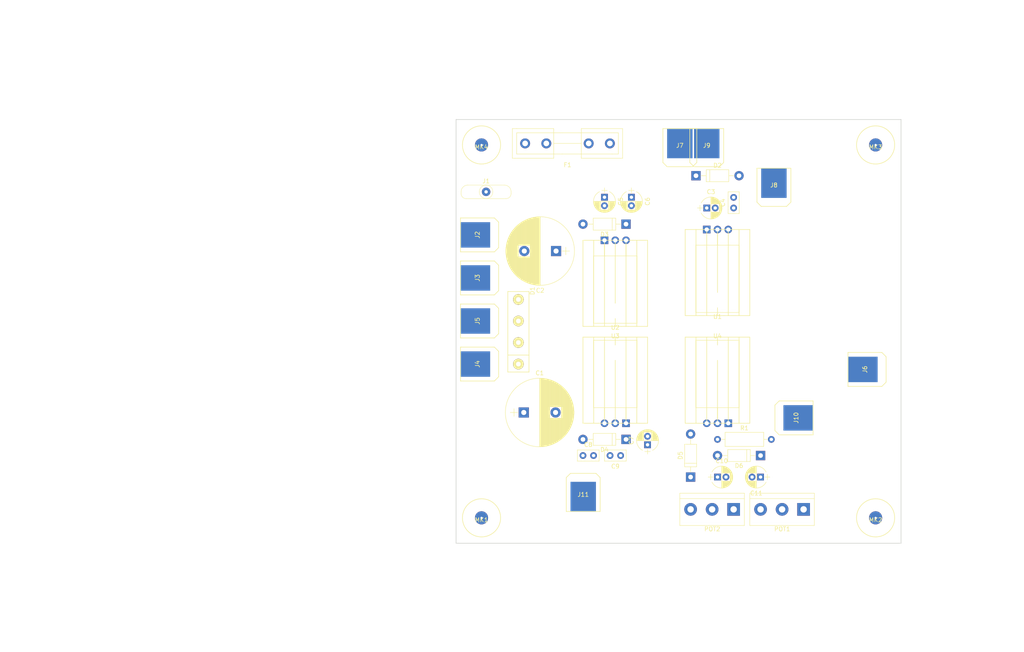
<source format=kicad_pcb>
(kicad_pcb (version 4) (host pcbnew 4.0.7-e2-6376~58~ubuntu16.04.1)

  (general
    (links 57)
    (no_connects 57)
    (area 124.924999 34.924999 230.075001 135.075001)
    (thickness 1.6)
    (drawings 23)
    (tracks 0)
    (zones 0)
    (modules 40)
    (nets 15)
  )

  (page USLetter)
  (layers
    (0 F.Cu signal hide)
    (31 B.Cu signal)
    (36 B.SilkS user)
    (37 F.SilkS user)
    (40 Dwgs.User user)
    (41 Cmts.User user)
    (42 Eco1.User user)
    (43 Eco2.User user)
    (44 Edge.Cuts user)
    (47 F.CrtYd user)
  )

  (setup
    (last_trace_width 1)
    (trace_clearance 0.5)
    (zone_clearance 0.508)
    (zone_45_only yes)
    (trace_min 0.2)
    (segment_width 0.2)
    (edge_width 0.15)
    (via_size 1.2)
    (via_drill 0.8)
    (via_min_size 0.4)
    (via_min_drill 0.3)
    (uvia_size 0.3)
    (uvia_drill 0.1)
    (uvias_allowed no)
    (uvia_min_size 0.2)
    (uvia_min_drill 0.1)
    (pcb_text_width 0.3)
    (pcb_text_size 1.5 1.5)
    (mod_edge_width 0.15)
    (mod_text_size 1 1)
    (mod_text_width 0.15)
    (pad_size 6 6)
    (pad_drill 0)
    (pad_to_mask_clearance 0.2)
    (aux_axis_origin 0 0)
    (visible_elements FFFEFF7F)
    (pcbplotparams
      (layerselection 0x00030_80000001)
      (usegerberextensions false)
      (excludeedgelayer true)
      (linewidth 0.100000)
      (plotframeref false)
      (viasonmask false)
      (mode 1)
      (useauxorigin false)
      (hpglpennumber 1)
      (hpglpenspeed 20)
      (hpglpendiameter 15)
      (hpglpenoverlay 2)
      (psnegative false)
      (psa4output false)
      (plotreference true)
      (plotvalue true)
      (plotinvisibletext false)
      (padsonsilk false)
      (subtractmaskfromsilk false)
      (outputformat 1)
      (mirror false)
      (drillshape 1)
      (scaleselection 1)
      (outputdirectory ""))
  )

  (net 0 "")
  (net 1 GND)
  (net 2 "Net-(D1-Pad2)")
  (net 3 "Net-(D1-Pad3)")
  (net 4 "Net-(F1-Pad1)")
  (net 5 "Net-(F1-Pad2)")
  (net 6 /V+)
  (net 7 /V-)
  (net 8 /comun)
  (net 9 /+5V)
  (net 10 /+Vv)
  (net 11 "Net-(C11-Pad1)")
  (net 12 /+12)
  (net 13 /-12)
  (net 14 "Net-(POT1-Pad2)")

  (net_class Default "This is the default net class."
    (clearance 0.5)
    (trace_width 1)
    (via_dia 1.2)
    (via_drill 0.8)
    (uvia_dia 0.3)
    (uvia_drill 0.1)
    (add_net /+12)
    (add_net /+5V)
    (add_net /+Vv)
    (add_net /-12)
    (add_net /V+)
    (add_net /V-)
    (add_net /comun)
    (add_net GND)
    (add_net "Net-(C11-Pad1)")
    (add_net "Net-(D1-Pad2)")
    (add_net "Net-(D1-Pad3)")
    (add_net "Net-(F1-Pad1)")
    (add_net "Net-(F1-Pad2)")
    (add_net "Net-(POT1-Pad2)")
  )

  (net_class 120ac ""
    (clearance 0.5)
    (trace_width 1)
    (via_dia 0.6)
    (via_drill 0.4)
    (uvia_dia 0.3)
    (uvia_drill 0.1)
  )

  (module EXI_Montaje:Tuerca_9mm (layer F.Cu) (tedit 5AD1017D) (tstamp 5AD121D9)
    (at 131 129)
    (path /5AD12F56)
    (fp_text reference MK1 (at 0 0.5) (layer F.SilkS)
      (effects (font (size 1 1) (thickness 0.15)))
    )
    (fp_text value Mounting_Hole (at 0 -0.5) (layer F.Fab)
      (effects (font (size 1 1) (thickness 0.15)))
    )
    (fp_circle (center 0 0) (end 5.25 0) (layer F.CrtYd) (width 0.15))
    (fp_circle (center 0 0) (end 4.5 0) (layer F.SilkS) (width 0.15))
    (pad 1 thru_hole circle (at 0 0) (size 3.1 3.1) (drill 0.5) (layers *.Mask B.Cu))
  )

  (module Fuse_Holders_and_Fuses:Fuseholder5x20_horiz_open_inline_Type-I (layer F.Cu) (tedit 5880C3AD) (tstamp 5ADD72C8)
    (at 161.29 40.64 180)
    (descr "Fuseholder, 5x20, open, horizontal, Type-I, Inline,")
    (tags "Fuseholder 5x20 open horizontal Type-I Inline Sicherungshalter offen ")
    (path /5ACCC54E)
    (fp_text reference F1 (at 10 -5.08 180) (layer F.SilkS)
      (effects (font (size 1 1) (thickness 0.15)))
    )
    (fp_text value Fusible (at 11.27 5.08 180) (layer F.Fab)
      (effects (font (size 1 1) (thickness 0.15)))
    )
    (fp_line (start 5 0) (end 15 0) (layer F.Fab) (width 0.1))
    (fp_line (start -2 -2.5) (end 22 -2.5) (layer F.Fab) (width 0.1))
    (fp_line (start 22 -2.5) (end 22 2.5) (layer F.Fab) (width 0.1))
    (fp_line (start 22 2.5) (end -2 2.5) (layer F.Fab) (width 0.1))
    (fp_line (start -2 2.5) (end -2 -2.5) (layer F.Fab) (width 0.1))
    (fp_line (start 13.35 -3.4) (end 13.35 3.4) (layer F.Fab) (width 0.1))
    (fp_line (start 13.35 3.4) (end 22.9 3.4) (layer F.Fab) (width 0.1))
    (fp_line (start 22.9 3.4) (end 22.9 -3.4) (layer F.Fab) (width 0.1))
    (fp_line (start 22.9 -3.4) (end 13.35 -3.4) (layer F.Fab) (width 0.1))
    (fp_line (start -2.95 -3.4) (end 6.65 -3.4) (layer F.Fab) (width 0.1))
    (fp_line (start 6.65 -3.4) (end 6.65 3.4) (layer F.Fab) (width 0.1))
    (fp_line (start 6.65 3.4) (end -2.9 3.4) (layer F.Fab) (width 0.1))
    (fp_line (start -2.9 3.4) (end -2.9 -3.4) (layer F.Fab) (width 0.1))
    (fp_line (start 13.25 0) (end 6.75 0) (layer F.SilkS) (width 0.12))
    (fp_line (start 13.25 -3.5) (end 13.25 3.5) (layer F.SilkS) (width 0.12))
    (fp_line (start 22 3.5) (end 13.25 3.5) (layer F.SilkS) (width 0.12))
    (fp_line (start 22 -3.5) (end 13.25 -3.5) (layer F.SilkS) (width 0.12))
    (fp_line (start -0.75 2.5) (end -2 2.5) (layer F.SilkS) (width 0.12))
    (fp_line (start -0.5 -2.5) (end -2 -2.5) (layer F.SilkS) (width 0.12))
    (fp_line (start 11.5 2.5) (end -0.75 2.5) (layer F.SilkS) (width 0.12))
    (fp_line (start 11.25 -2.5) (end -0.5 -2.5) (layer F.SilkS) (width 0.12))
    (fp_line (start 22 2.5) (end 11.5 2.5) (layer F.SilkS) (width 0.12))
    (fp_line (start 22 -2.5) (end 11.25 -2.5) (layer F.SilkS) (width 0.12))
    (fp_line (start 22 -2.5) (end 22 2.5) (layer F.SilkS) (width 0.12))
    (fp_line (start 23 -3.5) (end 22 -3.5) (layer F.SilkS) (width 0.12))
    (fp_line (start 23 -3.5) (end 23 3.5) (layer F.SilkS) (width 0.12))
    (fp_line (start 23 3.5) (end 22 3.5) (layer F.SilkS) (width 0.12))
    (fp_line (start -2 -2.5) (end -2 2.5) (layer F.SilkS) (width 0.12))
    (fp_line (start 6.75 -3.5) (end -3 -3.5) (layer F.SilkS) (width 0.12))
    (fp_line (start -3 -3.5) (end -3 3.5) (layer F.SilkS) (width 0.12))
    (fp_line (start 6.75 3.5) (end -3 3.5) (layer F.SilkS) (width 0.12))
    (fp_line (start 6.75 -3.5) (end 6.75 3.5) (layer F.SilkS) (width 0.12))
    (fp_line (start -3.2 -3.65) (end 23.15 -3.65) (layer F.CrtYd) (width 0.05))
    (fp_line (start -3.2 -3.65) (end -3.2 3.65) (layer F.CrtYd) (width 0.05))
    (fp_line (start 23.15 3.65) (end 23.15 -3.65) (layer F.CrtYd) (width 0.05))
    (fp_line (start 23.15 3.65) (end -3.2 3.65) (layer F.CrtYd) (width 0.05))
    (pad 2 thru_hole circle (at 15 0 180) (size 2.35 2.35) (drill 1.35) (layers *.Cu *.Mask)
      (net 5 "Net-(F1-Pad2)"))
    (pad 2 thru_hole circle (at 20 0 180) (size 2.35 2.35) (drill 1.35) (layers *.Cu *.Mask)
      (net 5 "Net-(F1-Pad2)"))
    (pad 1 thru_hole circle (at 5 0 180) (size 2.35 2.35) (drill 1.35) (layers *.Cu *.Mask)
      (net 4 "Net-(F1-Pad1)"))
    (pad 1 thru_hole circle (at 0 0 180) (size 2.35 2.35) (drill 1.35) (layers *.Cu *.Mask)
      (net 4 "Net-(F1-Pad1)"))
  )

  (module Capacitors_THT:CP_Radial_D5.0mm_P2.00mm (layer F.Cu) (tedit 597BC7C2) (tstamp 5ACFEEA5)
    (at 184.15 55.88)
    (descr "CP, Radial series, Radial, pin pitch=2.00mm, , diameter=5mm, Electrolytic Capacitor")
    (tags "CP Radial series Radial pin pitch 2.00mm  diameter 5mm Electrolytic Capacitor")
    (path /5ACE6B04)
    (fp_text reference C3 (at 1 -3.81) (layer F.SilkS)
      (effects (font (size 1 1) (thickness 0.15)))
    )
    (fp_text value 0.33uF (at 1 3.81) (layer F.Fab)
      (effects (font (size 1 1) (thickness 0.15)))
    )
    (fp_arc (start 1 0) (end -1.30558 -1.18) (angle 125.8) (layer F.SilkS) (width 0.12))
    (fp_arc (start 1 0) (end -1.30558 1.18) (angle -125.8) (layer F.SilkS) (width 0.12))
    (fp_arc (start 1 0) (end 3.30558 -1.18) (angle 54.2) (layer F.SilkS) (width 0.12))
    (fp_circle (center 1 0) (end 3.5 0) (layer F.Fab) (width 0.1))
    (fp_line (start -2.2 0) (end -1 0) (layer F.Fab) (width 0.1))
    (fp_line (start -1.6 -0.65) (end -1.6 0.65) (layer F.Fab) (width 0.1))
    (fp_line (start 1 -2.55) (end 1 2.55) (layer F.SilkS) (width 0.12))
    (fp_line (start 1.04 -2.55) (end 1.04 -0.98) (layer F.SilkS) (width 0.12))
    (fp_line (start 1.04 0.98) (end 1.04 2.55) (layer F.SilkS) (width 0.12))
    (fp_line (start 1.08 -2.549) (end 1.08 -0.98) (layer F.SilkS) (width 0.12))
    (fp_line (start 1.08 0.98) (end 1.08 2.549) (layer F.SilkS) (width 0.12))
    (fp_line (start 1.12 -2.548) (end 1.12 -0.98) (layer F.SilkS) (width 0.12))
    (fp_line (start 1.12 0.98) (end 1.12 2.548) (layer F.SilkS) (width 0.12))
    (fp_line (start 1.16 -2.546) (end 1.16 -0.98) (layer F.SilkS) (width 0.12))
    (fp_line (start 1.16 0.98) (end 1.16 2.546) (layer F.SilkS) (width 0.12))
    (fp_line (start 1.2 -2.543) (end 1.2 -0.98) (layer F.SilkS) (width 0.12))
    (fp_line (start 1.2 0.98) (end 1.2 2.543) (layer F.SilkS) (width 0.12))
    (fp_line (start 1.24 -2.539) (end 1.24 -0.98) (layer F.SilkS) (width 0.12))
    (fp_line (start 1.24 0.98) (end 1.24 2.539) (layer F.SilkS) (width 0.12))
    (fp_line (start 1.28 -2.535) (end 1.28 -0.98) (layer F.SilkS) (width 0.12))
    (fp_line (start 1.28 0.98) (end 1.28 2.535) (layer F.SilkS) (width 0.12))
    (fp_line (start 1.32 -2.531) (end 1.32 -0.98) (layer F.SilkS) (width 0.12))
    (fp_line (start 1.32 0.98) (end 1.32 2.531) (layer F.SilkS) (width 0.12))
    (fp_line (start 1.36 -2.525) (end 1.36 -0.98) (layer F.SilkS) (width 0.12))
    (fp_line (start 1.36 0.98) (end 1.36 2.525) (layer F.SilkS) (width 0.12))
    (fp_line (start 1.4 -2.519) (end 1.4 -0.98) (layer F.SilkS) (width 0.12))
    (fp_line (start 1.4 0.98) (end 1.4 2.519) (layer F.SilkS) (width 0.12))
    (fp_line (start 1.44 -2.513) (end 1.44 -0.98) (layer F.SilkS) (width 0.12))
    (fp_line (start 1.44 0.98) (end 1.44 2.513) (layer F.SilkS) (width 0.12))
    (fp_line (start 1.48 -2.506) (end 1.48 -0.98) (layer F.SilkS) (width 0.12))
    (fp_line (start 1.48 0.98) (end 1.48 2.506) (layer F.SilkS) (width 0.12))
    (fp_line (start 1.52 -2.498) (end 1.52 -0.98) (layer F.SilkS) (width 0.12))
    (fp_line (start 1.52 0.98) (end 1.52 2.498) (layer F.SilkS) (width 0.12))
    (fp_line (start 1.56 -2.489) (end 1.56 -0.98) (layer F.SilkS) (width 0.12))
    (fp_line (start 1.56 0.98) (end 1.56 2.489) (layer F.SilkS) (width 0.12))
    (fp_line (start 1.6 -2.48) (end 1.6 -0.98) (layer F.SilkS) (width 0.12))
    (fp_line (start 1.6 0.98) (end 1.6 2.48) (layer F.SilkS) (width 0.12))
    (fp_line (start 1.64 -2.47) (end 1.64 -0.98) (layer F.SilkS) (width 0.12))
    (fp_line (start 1.64 0.98) (end 1.64 2.47) (layer F.SilkS) (width 0.12))
    (fp_line (start 1.68 -2.46) (end 1.68 -0.98) (layer F.SilkS) (width 0.12))
    (fp_line (start 1.68 0.98) (end 1.68 2.46) (layer F.SilkS) (width 0.12))
    (fp_line (start 1.721 -2.448) (end 1.721 -0.98) (layer F.SilkS) (width 0.12))
    (fp_line (start 1.721 0.98) (end 1.721 2.448) (layer F.SilkS) (width 0.12))
    (fp_line (start 1.761 -2.436) (end 1.761 -0.98) (layer F.SilkS) (width 0.12))
    (fp_line (start 1.761 0.98) (end 1.761 2.436) (layer F.SilkS) (width 0.12))
    (fp_line (start 1.801 -2.424) (end 1.801 -0.98) (layer F.SilkS) (width 0.12))
    (fp_line (start 1.801 0.98) (end 1.801 2.424) (layer F.SilkS) (width 0.12))
    (fp_line (start 1.841 -2.41) (end 1.841 -0.98) (layer F.SilkS) (width 0.12))
    (fp_line (start 1.841 0.98) (end 1.841 2.41) (layer F.SilkS) (width 0.12))
    (fp_line (start 1.881 -2.396) (end 1.881 -0.98) (layer F.SilkS) (width 0.12))
    (fp_line (start 1.881 0.98) (end 1.881 2.396) (layer F.SilkS) (width 0.12))
    (fp_line (start 1.921 -2.382) (end 1.921 -0.98) (layer F.SilkS) (width 0.12))
    (fp_line (start 1.921 0.98) (end 1.921 2.382) (layer F.SilkS) (width 0.12))
    (fp_line (start 1.961 -2.366) (end 1.961 -0.98) (layer F.SilkS) (width 0.12))
    (fp_line (start 1.961 0.98) (end 1.961 2.366) (layer F.SilkS) (width 0.12))
    (fp_line (start 2.001 -2.35) (end 2.001 -0.98) (layer F.SilkS) (width 0.12))
    (fp_line (start 2.001 0.98) (end 2.001 2.35) (layer F.SilkS) (width 0.12))
    (fp_line (start 2.041 -2.333) (end 2.041 -0.98) (layer F.SilkS) (width 0.12))
    (fp_line (start 2.041 0.98) (end 2.041 2.333) (layer F.SilkS) (width 0.12))
    (fp_line (start 2.081 -2.315) (end 2.081 -0.98) (layer F.SilkS) (width 0.12))
    (fp_line (start 2.081 0.98) (end 2.081 2.315) (layer F.SilkS) (width 0.12))
    (fp_line (start 2.121 -2.296) (end 2.121 -0.98) (layer F.SilkS) (width 0.12))
    (fp_line (start 2.121 0.98) (end 2.121 2.296) (layer F.SilkS) (width 0.12))
    (fp_line (start 2.161 -2.276) (end 2.161 -0.98) (layer F.SilkS) (width 0.12))
    (fp_line (start 2.161 0.98) (end 2.161 2.276) (layer F.SilkS) (width 0.12))
    (fp_line (start 2.201 -2.256) (end 2.201 -0.98) (layer F.SilkS) (width 0.12))
    (fp_line (start 2.201 0.98) (end 2.201 2.256) (layer F.SilkS) (width 0.12))
    (fp_line (start 2.241 -2.234) (end 2.241 -0.98) (layer F.SilkS) (width 0.12))
    (fp_line (start 2.241 0.98) (end 2.241 2.234) (layer F.SilkS) (width 0.12))
    (fp_line (start 2.281 -2.212) (end 2.281 -0.98) (layer F.SilkS) (width 0.12))
    (fp_line (start 2.281 0.98) (end 2.281 2.212) (layer F.SilkS) (width 0.12))
    (fp_line (start 2.321 -2.189) (end 2.321 -0.98) (layer F.SilkS) (width 0.12))
    (fp_line (start 2.321 0.98) (end 2.321 2.189) (layer F.SilkS) (width 0.12))
    (fp_line (start 2.361 -2.165) (end 2.361 -0.98) (layer F.SilkS) (width 0.12))
    (fp_line (start 2.361 0.98) (end 2.361 2.165) (layer F.SilkS) (width 0.12))
    (fp_line (start 2.401 -2.14) (end 2.401 -0.98) (layer F.SilkS) (width 0.12))
    (fp_line (start 2.401 0.98) (end 2.401 2.14) (layer F.SilkS) (width 0.12))
    (fp_line (start 2.441 -2.113) (end 2.441 -0.98) (layer F.SilkS) (width 0.12))
    (fp_line (start 2.441 0.98) (end 2.441 2.113) (layer F.SilkS) (width 0.12))
    (fp_line (start 2.481 -2.086) (end 2.481 -0.98) (layer F.SilkS) (width 0.12))
    (fp_line (start 2.481 0.98) (end 2.481 2.086) (layer F.SilkS) (width 0.12))
    (fp_line (start 2.521 -2.058) (end 2.521 -0.98) (layer F.SilkS) (width 0.12))
    (fp_line (start 2.521 0.98) (end 2.521 2.058) (layer F.SilkS) (width 0.12))
    (fp_line (start 2.561 -2.028) (end 2.561 -0.98) (layer F.SilkS) (width 0.12))
    (fp_line (start 2.561 0.98) (end 2.561 2.028) (layer F.SilkS) (width 0.12))
    (fp_line (start 2.601 -1.997) (end 2.601 -0.98) (layer F.SilkS) (width 0.12))
    (fp_line (start 2.601 0.98) (end 2.601 1.997) (layer F.SilkS) (width 0.12))
    (fp_line (start 2.641 -1.965) (end 2.641 -0.98) (layer F.SilkS) (width 0.12))
    (fp_line (start 2.641 0.98) (end 2.641 1.965) (layer F.SilkS) (width 0.12))
    (fp_line (start 2.681 -1.932) (end 2.681 -0.98) (layer F.SilkS) (width 0.12))
    (fp_line (start 2.681 0.98) (end 2.681 1.932) (layer F.SilkS) (width 0.12))
    (fp_line (start 2.721 -1.897) (end 2.721 -0.98) (layer F.SilkS) (width 0.12))
    (fp_line (start 2.721 0.98) (end 2.721 1.897) (layer F.SilkS) (width 0.12))
    (fp_line (start 2.761 -1.861) (end 2.761 -0.98) (layer F.SilkS) (width 0.12))
    (fp_line (start 2.761 0.98) (end 2.761 1.861) (layer F.SilkS) (width 0.12))
    (fp_line (start 2.801 -1.823) (end 2.801 -0.98) (layer F.SilkS) (width 0.12))
    (fp_line (start 2.801 0.98) (end 2.801 1.823) (layer F.SilkS) (width 0.12))
    (fp_line (start 2.841 -1.783) (end 2.841 -0.98) (layer F.SilkS) (width 0.12))
    (fp_line (start 2.841 0.98) (end 2.841 1.783) (layer F.SilkS) (width 0.12))
    (fp_line (start 2.881 -1.742) (end 2.881 -0.98) (layer F.SilkS) (width 0.12))
    (fp_line (start 2.881 0.98) (end 2.881 1.742) (layer F.SilkS) (width 0.12))
    (fp_line (start 2.921 -1.699) (end 2.921 -0.98) (layer F.SilkS) (width 0.12))
    (fp_line (start 2.921 0.98) (end 2.921 1.699) (layer F.SilkS) (width 0.12))
    (fp_line (start 2.961 -1.654) (end 2.961 -0.98) (layer F.SilkS) (width 0.12))
    (fp_line (start 2.961 0.98) (end 2.961 1.654) (layer F.SilkS) (width 0.12))
    (fp_line (start 3.001 -1.606) (end 3.001 1.606) (layer F.SilkS) (width 0.12))
    (fp_line (start 3.041 -1.556) (end 3.041 1.556) (layer F.SilkS) (width 0.12))
    (fp_line (start 3.081 -1.504) (end 3.081 1.504) (layer F.SilkS) (width 0.12))
    (fp_line (start 3.121 -1.448) (end 3.121 1.448) (layer F.SilkS) (width 0.12))
    (fp_line (start 3.161 -1.39) (end 3.161 1.39) (layer F.SilkS) (width 0.12))
    (fp_line (start 3.201 -1.327) (end 3.201 1.327) (layer F.SilkS) (width 0.12))
    (fp_line (start 3.241 -1.261) (end 3.241 1.261) (layer F.SilkS) (width 0.12))
    (fp_line (start 3.281 -1.189) (end 3.281 1.189) (layer F.SilkS) (width 0.12))
    (fp_line (start 3.321 -1.112) (end 3.321 1.112) (layer F.SilkS) (width 0.12))
    (fp_line (start 3.361 -1.028) (end 3.361 1.028) (layer F.SilkS) (width 0.12))
    (fp_line (start 3.401 -0.934) (end 3.401 0.934) (layer F.SilkS) (width 0.12))
    (fp_line (start 3.441 -0.829) (end 3.441 0.829) (layer F.SilkS) (width 0.12))
    (fp_line (start 3.481 -0.707) (end 3.481 0.707) (layer F.SilkS) (width 0.12))
    (fp_line (start 3.521 -0.559) (end 3.521 0.559) (layer F.SilkS) (width 0.12))
    (fp_line (start 3.561 -0.354) (end 3.561 0.354) (layer F.SilkS) (width 0.12))
    (fp_line (start -2.2 0) (end -1 0) (layer F.SilkS) (width 0.12))
    (fp_line (start -1.6 -0.65) (end -1.6 0.65) (layer F.SilkS) (width 0.12))
    (fp_line (start -1.85 -2.85) (end -1.85 2.85) (layer F.CrtYd) (width 0.05))
    (fp_line (start -1.85 2.85) (end 3.85 2.85) (layer F.CrtYd) (width 0.05))
    (fp_line (start 3.85 2.85) (end 3.85 -2.85) (layer F.CrtYd) (width 0.05))
    (fp_line (start 3.85 -2.85) (end -1.85 -2.85) (layer F.CrtYd) (width 0.05))
    (fp_text user %R (at 1 0) (layer F.Fab)
      (effects (font (size 1 1) (thickness 0.15)))
    )
    (pad 1 thru_hole rect (at 0 0) (size 1.6 1.6) (drill 0.8) (layers *.Cu *.Mask)
      (net 6 /V+))
    (pad 2 thru_hole circle (at 2 0) (size 1.6 1.6) (drill 0.8) (layers *.Cu *.Mask)
      (net 1 GND))
    (model ${KISYS3DMOD}/Capacitors_THT.3dshapes/CP_Radial_D5.0mm_P2.00mm.wrl
      (at (xyz 0 0 0))
      (scale (xyz 1 1 1))
      (rotate (xyz 0 0 0))
    )
  )

  (module Diodes_THT:D_DO-41_SOD81_P10.16mm_Horizontal (layer F.Cu) (tedit 5921392F) (tstamp 5ACFEFDB)
    (at 181.61 48.26)
    (descr "D, DO-41_SOD81 series, Axial, Horizontal, pin pitch=10.16mm, , length*diameter=5.2*2.7mm^2, , http://www.diodes.com/_files/packages/DO-41%20(Plastic).pdf")
    (tags "D DO-41_SOD81 series Axial Horizontal pin pitch 10.16mm  length 5.2mm diameter 2.7mm")
    (path /5ACE6CA0)
    (fp_text reference D2 (at 5.08 -2.41) (layer F.SilkS)
      (effects (font (size 1 1) (thickness 0.15)))
    )
    (fp_text value 1N4007 (at 5.08 2.41) (layer F.Fab)
      (effects (font (size 1 1) (thickness 0.15)))
    )
    (fp_text user %R (at 5.08 0) (layer F.Fab)
      (effects (font (size 1 1) (thickness 0.15)))
    )
    (fp_line (start 2.48 -1.35) (end 2.48 1.35) (layer F.Fab) (width 0.1))
    (fp_line (start 2.48 1.35) (end 7.68 1.35) (layer F.Fab) (width 0.1))
    (fp_line (start 7.68 1.35) (end 7.68 -1.35) (layer F.Fab) (width 0.1))
    (fp_line (start 7.68 -1.35) (end 2.48 -1.35) (layer F.Fab) (width 0.1))
    (fp_line (start 0 0) (end 2.48 0) (layer F.Fab) (width 0.1))
    (fp_line (start 10.16 0) (end 7.68 0) (layer F.Fab) (width 0.1))
    (fp_line (start 3.26 -1.35) (end 3.26 1.35) (layer F.Fab) (width 0.1))
    (fp_line (start 2.42 -1.41) (end 2.42 1.41) (layer F.SilkS) (width 0.12))
    (fp_line (start 2.42 1.41) (end 7.74 1.41) (layer F.SilkS) (width 0.12))
    (fp_line (start 7.74 1.41) (end 7.74 -1.41) (layer F.SilkS) (width 0.12))
    (fp_line (start 7.74 -1.41) (end 2.42 -1.41) (layer F.SilkS) (width 0.12))
    (fp_line (start 1.28 0) (end 2.42 0) (layer F.SilkS) (width 0.12))
    (fp_line (start 8.88 0) (end 7.74 0) (layer F.SilkS) (width 0.12))
    (fp_line (start 3.26 -1.41) (end 3.26 1.41) (layer F.SilkS) (width 0.12))
    (fp_line (start -1.35 -1.7) (end -1.35 1.7) (layer F.CrtYd) (width 0.05))
    (fp_line (start -1.35 1.7) (end 11.55 1.7) (layer F.CrtYd) (width 0.05))
    (fp_line (start 11.55 1.7) (end 11.55 -1.7) (layer F.CrtYd) (width 0.05))
    (fp_line (start 11.55 -1.7) (end -1.35 -1.7) (layer F.CrtYd) (width 0.05))
    (pad 1 thru_hole rect (at 0 0) (size 2.2 2.2) (drill 1.1) (layers *.Cu *.Mask)
      (net 1 GND))
    (pad 2 thru_hole oval (at 10.16 0) (size 2.2 2.2) (drill 1.1) (layers *.Cu *.Mask)
      (net 12 /+12))
    (model ${KISYS3DMOD}/Diodes_THT.3dshapes/D_DO-41_SOD81_P10.16mm_Horizontal.wrl
      (at (xyz 0 0 0))
      (scale (xyz 0.393701 0.393701 0.393701))
      (rotate (xyz 0 0 0))
    )
  )

  (module EXI_Transistores:TO-220-3_Horizontal_Heatsink_10x15x21mm (layer F.Cu) (tedit 5A29D29B) (tstamp 5ACFEFFC)
    (at 186.69 60.96 180)
    (descr "TO-220-3, Horizontal, RM 2.54mm")
    (tags "TO-220-3 Horizontal RM 2.54mm")
    (path /5ACE6A2B)
    (fp_text reference U1 (at 0 -20.58 180) (layer F.SilkS)
      (effects (font (size 1 1) (thickness 0.15)))
    )
    (fp_text value L7812 (at 0 1.9 180) (layer F.Fab)
      (effects (font (size 1 1) (thickness 0.15)))
    )
    (fp_line (start 5.08 -20.32) (end 5.08 0) (layer F.SilkS) (width 0.15))
    (fp_line (start 2.54 -20.32) (end 2.54 0) (layer F.SilkS) (width 0.15))
    (fp_line (start 0 -20.32) (end 0 0) (layer F.SilkS) (width 0.15))
    (fp_line (start -2.54 -20.32) (end -2.54 0) (layer F.SilkS) (width 0.15))
    (fp_line (start -5.08 -20.32) (end -5.08 0) (layer F.SilkS) (width 0.15))
    (fp_line (start 7.62 -20.32) (end 7.62 0) (layer F.SilkS) (width 0.15))
    (fp_line (start 7.62 0) (end -7.62 0) (layer F.SilkS) (width 0.15))
    (fp_line (start -7.62 0) (end -7.62 -20.32) (layer F.SilkS) (width 0.15))
    (fp_line (start 0 -20.32) (end -7.62 -20.32) (layer F.SilkS) (width 0.15))
    (fp_line (start 0 -20.32) (end 7.62 -20.32) (layer F.SilkS) (width 0.15))
    (fp_text user %R (at 0 -20.58 180) (layer F.Fab)
      (effects (font (size 1 1) (thickness 0.15)))
    )
    (fp_line (start -5 -13.06) (end -5 -19.46) (layer F.Fab) (width 0.1))
    (fp_line (start -5 -19.46) (end 5 -19.46) (layer F.Fab) (width 0.1))
    (fp_line (start 5 -19.46) (end 5 -13.06) (layer F.Fab) (width 0.1))
    (fp_line (start 5 -13.06) (end -5 -13.06) (layer F.Fab) (width 0.1))
    (fp_line (start -5 -3.81) (end -5 -13.06) (layer F.Fab) (width 0.1))
    (fp_line (start -5 -13.06) (end 5 -13.06) (layer F.Fab) (width 0.1))
    (fp_line (start 5 -13.06) (end 5 -3.81) (layer F.Fab) (width 0.1))
    (fp_line (start 5 -3.81) (end -5 -3.81) (layer F.Fab) (width 0.1))
    (fp_line (start -2.54 -3.81) (end -2.54 0) (layer F.Fab) (width 0.1))
    (fp_line (start 0 -3.81) (end 0 0) (layer F.Fab) (width 0.1))
    (fp_line (start 2.54 -3.81) (end 2.54 0) (layer F.Fab) (width 0.1))
    (fp_line (start -5.12 -3.69) (end 5.12 -3.69) (layer F.SilkS) (width 0.12))
    (fp_line (start -5.12 -19.58) (end 5.12 -19.58) (layer F.SilkS) (width 0.12))
    (fp_line (start -5.12 -19.58) (end -5.12 -3.69) (layer F.SilkS) (width 0.12))
    (fp_line (start 5.12 -19.58) (end 5.12 -3.69) (layer F.SilkS) (width 0.12))
    (fp_line (start -2.54 -3.69) (end -2.54 -1.05) (layer F.SilkS) (width 0.12))
    (fp_line (start 0 -3.69) (end 0 -1.066) (layer F.SilkS) (width 0.12))
    (fp_line (start 2.54 -3.69) (end 2.54 -1.066) (layer F.SilkS) (width 0.12))
    (fp_line (start -5.25 -19.71) (end -5.25 1.15) (layer F.CrtYd) (width 0.05))
    (fp_line (start -5.25 1.15) (end 5.25 1.15) (layer F.CrtYd) (width 0.05))
    (fp_line (start 5.25 1.15) (end 5.25 -19.71) (layer F.CrtYd) (width 0.05))
    (fp_line (start 5.25 -19.71) (end -5.25 -19.71) (layer F.CrtYd) (width 0.05))
    (fp_circle (center 0 -16.66) (end 1.85 -16.66) (layer F.Fab) (width 0.1))
    (pad 0 np_thru_hole oval (at 0 -16.66 180) (size 3.5 3.5) (drill 3.5) (layers *.Cu *.Mask))
    (pad 1 thru_hole rect (at 2.54 0 180) (size 1.8 1.8) (drill 1) (layers *.Cu *.Mask)
      (net 6 /V+))
    (pad 2 thru_hole oval (at 0 0 180) (size 1.8 1.8) (drill 1) (layers *.Cu *.Mask)
      (net 1 GND))
    (pad 3 thru_hole oval (at -2.54 0 180) (size 1.8 1.8) (drill 1) (layers *.Cu *.Mask)
      (net 12 /+12))
    (model exi-transistores/exi_to220_horizontal_disipador_aluminio_facedown.wrl
      (at (xyz -0.197 0.5335 0.2))
      (scale (xyz 1 1 1))
      (rotate (xyz 90 0 90))
    )
  )

  (module EXI_Transistores:TO-220-3_Horizontal_Heatsink_10x15x21mm (layer F.Cu) (tedit 5A29D29B) (tstamp 5ACFF004)
    (at 162.56 63.5 180)
    (descr "TO-220-3, Horizontal, RM 2.54mm")
    (tags "TO-220-3 Horizontal RM 2.54mm")
    (path /5ACE6FD0)
    (fp_text reference U2 (at 0 -20.58 180) (layer F.SilkS)
      (effects (font (size 1 1) (thickness 0.15)))
    )
    (fp_text value L7912 (at 0 1.9 180) (layer F.Fab)
      (effects (font (size 1 1) (thickness 0.15)))
    )
    (fp_line (start 5.08 -20.32) (end 5.08 0) (layer F.SilkS) (width 0.15))
    (fp_line (start 2.54 -20.32) (end 2.54 0) (layer F.SilkS) (width 0.15))
    (fp_line (start 0 -20.32) (end 0 0) (layer F.SilkS) (width 0.15))
    (fp_line (start -2.54 -20.32) (end -2.54 0) (layer F.SilkS) (width 0.15))
    (fp_line (start -5.08 -20.32) (end -5.08 0) (layer F.SilkS) (width 0.15))
    (fp_line (start 7.62 -20.32) (end 7.62 0) (layer F.SilkS) (width 0.15))
    (fp_line (start 7.62 0) (end -7.62 0) (layer F.SilkS) (width 0.15))
    (fp_line (start -7.62 0) (end -7.62 -20.32) (layer F.SilkS) (width 0.15))
    (fp_line (start 0 -20.32) (end -7.62 -20.32) (layer F.SilkS) (width 0.15))
    (fp_line (start 0 -20.32) (end 7.62 -20.32) (layer F.SilkS) (width 0.15))
    (fp_text user %R (at 0 -20.58 180) (layer F.Fab)
      (effects (font (size 1 1) (thickness 0.15)))
    )
    (fp_line (start -5 -13.06) (end -5 -19.46) (layer F.Fab) (width 0.1))
    (fp_line (start -5 -19.46) (end 5 -19.46) (layer F.Fab) (width 0.1))
    (fp_line (start 5 -19.46) (end 5 -13.06) (layer F.Fab) (width 0.1))
    (fp_line (start 5 -13.06) (end -5 -13.06) (layer F.Fab) (width 0.1))
    (fp_line (start -5 -3.81) (end -5 -13.06) (layer F.Fab) (width 0.1))
    (fp_line (start -5 -13.06) (end 5 -13.06) (layer F.Fab) (width 0.1))
    (fp_line (start 5 -13.06) (end 5 -3.81) (layer F.Fab) (width 0.1))
    (fp_line (start 5 -3.81) (end -5 -3.81) (layer F.Fab) (width 0.1))
    (fp_line (start -2.54 -3.81) (end -2.54 0) (layer F.Fab) (width 0.1))
    (fp_line (start 0 -3.81) (end 0 0) (layer F.Fab) (width 0.1))
    (fp_line (start 2.54 -3.81) (end 2.54 0) (layer F.Fab) (width 0.1))
    (fp_line (start -5.12 -3.69) (end 5.12 -3.69) (layer F.SilkS) (width 0.12))
    (fp_line (start -5.12 -19.58) (end 5.12 -19.58) (layer F.SilkS) (width 0.12))
    (fp_line (start -5.12 -19.58) (end -5.12 -3.69) (layer F.SilkS) (width 0.12))
    (fp_line (start 5.12 -19.58) (end 5.12 -3.69) (layer F.SilkS) (width 0.12))
    (fp_line (start -2.54 -3.69) (end -2.54 -1.05) (layer F.SilkS) (width 0.12))
    (fp_line (start 0 -3.69) (end 0 -1.066) (layer F.SilkS) (width 0.12))
    (fp_line (start 2.54 -3.69) (end 2.54 -1.066) (layer F.SilkS) (width 0.12))
    (fp_line (start -5.25 -19.71) (end -5.25 1.15) (layer F.CrtYd) (width 0.05))
    (fp_line (start -5.25 1.15) (end 5.25 1.15) (layer F.CrtYd) (width 0.05))
    (fp_line (start 5.25 1.15) (end 5.25 -19.71) (layer F.CrtYd) (width 0.05))
    (fp_line (start 5.25 -19.71) (end -5.25 -19.71) (layer F.CrtYd) (width 0.05))
    (fp_circle (center 0 -16.66) (end 1.85 -16.66) (layer F.Fab) (width 0.1))
    (pad 0 np_thru_hole oval (at 0 -16.66 180) (size 3.5 3.5) (drill 3.5) (layers *.Cu *.Mask))
    (pad 1 thru_hole rect (at 2.54 0 180) (size 1.8 1.8) (drill 1) (layers *.Cu *.Mask)
      (net 1 GND))
    (pad 2 thru_hole oval (at 0 0 180) (size 1.8 1.8) (drill 1) (layers *.Cu *.Mask)
      (net 7 /V-))
    (pad 3 thru_hole oval (at -2.54 0 180) (size 1.8 1.8) (drill 1) (layers *.Cu *.Mask)
      (net 13 /-12))
    (model exi-transistores/exi_to220_horizontal_disipador_aluminio_facedown.wrl
      (at (xyz -0.197 0.5335 0.2))
      (scale (xyz 1 1 1))
      (rotate (xyz 90 0 90))
    )
  )

  (module Capacitors_THT:CP_Radial_D5.0mm_P2.00mm (layer F.Cu) (tedit 597BC7C2) (tstamp 5ACF7F66)
    (at 170.18 111.76 90)
    (descr "CP, Radial series, Radial, pin pitch=2.00mm, , diameter=5mm, Electrolytic Capacitor")
    (tags "CP Radial series Radial pin pitch 2.00mm  diameter 5mm Electrolytic Capacitor")
    (path /5ACEAC2E)
    (fp_text reference C7 (at 1 -3.81 90) (layer F.SilkS)
      (effects (font (size 1 1) (thickness 0.15)))
    )
    (fp_text value 0.33uF (at 1 3.81 90) (layer F.Fab)
      (effects (font (size 1 1) (thickness 0.15)))
    )
    (fp_arc (start 1 0) (end -1.30558 -1.18) (angle 125.8) (layer F.SilkS) (width 0.12))
    (fp_arc (start 1 0) (end -1.30558 1.18) (angle -125.8) (layer F.SilkS) (width 0.12))
    (fp_arc (start 1 0) (end 3.30558 -1.18) (angle 54.2) (layer F.SilkS) (width 0.12))
    (fp_circle (center 1 0) (end 3.5 0) (layer F.Fab) (width 0.1))
    (fp_line (start -2.2 0) (end -1 0) (layer F.Fab) (width 0.1))
    (fp_line (start -1.6 -0.65) (end -1.6 0.65) (layer F.Fab) (width 0.1))
    (fp_line (start 1 -2.55) (end 1 2.55) (layer F.SilkS) (width 0.12))
    (fp_line (start 1.04 -2.55) (end 1.04 -0.98) (layer F.SilkS) (width 0.12))
    (fp_line (start 1.04 0.98) (end 1.04 2.55) (layer F.SilkS) (width 0.12))
    (fp_line (start 1.08 -2.549) (end 1.08 -0.98) (layer F.SilkS) (width 0.12))
    (fp_line (start 1.08 0.98) (end 1.08 2.549) (layer F.SilkS) (width 0.12))
    (fp_line (start 1.12 -2.548) (end 1.12 -0.98) (layer F.SilkS) (width 0.12))
    (fp_line (start 1.12 0.98) (end 1.12 2.548) (layer F.SilkS) (width 0.12))
    (fp_line (start 1.16 -2.546) (end 1.16 -0.98) (layer F.SilkS) (width 0.12))
    (fp_line (start 1.16 0.98) (end 1.16 2.546) (layer F.SilkS) (width 0.12))
    (fp_line (start 1.2 -2.543) (end 1.2 -0.98) (layer F.SilkS) (width 0.12))
    (fp_line (start 1.2 0.98) (end 1.2 2.543) (layer F.SilkS) (width 0.12))
    (fp_line (start 1.24 -2.539) (end 1.24 -0.98) (layer F.SilkS) (width 0.12))
    (fp_line (start 1.24 0.98) (end 1.24 2.539) (layer F.SilkS) (width 0.12))
    (fp_line (start 1.28 -2.535) (end 1.28 -0.98) (layer F.SilkS) (width 0.12))
    (fp_line (start 1.28 0.98) (end 1.28 2.535) (layer F.SilkS) (width 0.12))
    (fp_line (start 1.32 -2.531) (end 1.32 -0.98) (layer F.SilkS) (width 0.12))
    (fp_line (start 1.32 0.98) (end 1.32 2.531) (layer F.SilkS) (width 0.12))
    (fp_line (start 1.36 -2.525) (end 1.36 -0.98) (layer F.SilkS) (width 0.12))
    (fp_line (start 1.36 0.98) (end 1.36 2.525) (layer F.SilkS) (width 0.12))
    (fp_line (start 1.4 -2.519) (end 1.4 -0.98) (layer F.SilkS) (width 0.12))
    (fp_line (start 1.4 0.98) (end 1.4 2.519) (layer F.SilkS) (width 0.12))
    (fp_line (start 1.44 -2.513) (end 1.44 -0.98) (layer F.SilkS) (width 0.12))
    (fp_line (start 1.44 0.98) (end 1.44 2.513) (layer F.SilkS) (width 0.12))
    (fp_line (start 1.48 -2.506) (end 1.48 -0.98) (layer F.SilkS) (width 0.12))
    (fp_line (start 1.48 0.98) (end 1.48 2.506) (layer F.SilkS) (width 0.12))
    (fp_line (start 1.52 -2.498) (end 1.52 -0.98) (layer F.SilkS) (width 0.12))
    (fp_line (start 1.52 0.98) (end 1.52 2.498) (layer F.SilkS) (width 0.12))
    (fp_line (start 1.56 -2.489) (end 1.56 -0.98) (layer F.SilkS) (width 0.12))
    (fp_line (start 1.56 0.98) (end 1.56 2.489) (layer F.SilkS) (width 0.12))
    (fp_line (start 1.6 -2.48) (end 1.6 -0.98) (layer F.SilkS) (width 0.12))
    (fp_line (start 1.6 0.98) (end 1.6 2.48) (layer F.SilkS) (width 0.12))
    (fp_line (start 1.64 -2.47) (end 1.64 -0.98) (layer F.SilkS) (width 0.12))
    (fp_line (start 1.64 0.98) (end 1.64 2.47) (layer F.SilkS) (width 0.12))
    (fp_line (start 1.68 -2.46) (end 1.68 -0.98) (layer F.SilkS) (width 0.12))
    (fp_line (start 1.68 0.98) (end 1.68 2.46) (layer F.SilkS) (width 0.12))
    (fp_line (start 1.721 -2.448) (end 1.721 -0.98) (layer F.SilkS) (width 0.12))
    (fp_line (start 1.721 0.98) (end 1.721 2.448) (layer F.SilkS) (width 0.12))
    (fp_line (start 1.761 -2.436) (end 1.761 -0.98) (layer F.SilkS) (width 0.12))
    (fp_line (start 1.761 0.98) (end 1.761 2.436) (layer F.SilkS) (width 0.12))
    (fp_line (start 1.801 -2.424) (end 1.801 -0.98) (layer F.SilkS) (width 0.12))
    (fp_line (start 1.801 0.98) (end 1.801 2.424) (layer F.SilkS) (width 0.12))
    (fp_line (start 1.841 -2.41) (end 1.841 -0.98) (layer F.SilkS) (width 0.12))
    (fp_line (start 1.841 0.98) (end 1.841 2.41) (layer F.SilkS) (width 0.12))
    (fp_line (start 1.881 -2.396) (end 1.881 -0.98) (layer F.SilkS) (width 0.12))
    (fp_line (start 1.881 0.98) (end 1.881 2.396) (layer F.SilkS) (width 0.12))
    (fp_line (start 1.921 -2.382) (end 1.921 -0.98) (layer F.SilkS) (width 0.12))
    (fp_line (start 1.921 0.98) (end 1.921 2.382) (layer F.SilkS) (width 0.12))
    (fp_line (start 1.961 -2.366) (end 1.961 -0.98) (layer F.SilkS) (width 0.12))
    (fp_line (start 1.961 0.98) (end 1.961 2.366) (layer F.SilkS) (width 0.12))
    (fp_line (start 2.001 -2.35) (end 2.001 -0.98) (layer F.SilkS) (width 0.12))
    (fp_line (start 2.001 0.98) (end 2.001 2.35) (layer F.SilkS) (width 0.12))
    (fp_line (start 2.041 -2.333) (end 2.041 -0.98) (layer F.SilkS) (width 0.12))
    (fp_line (start 2.041 0.98) (end 2.041 2.333) (layer F.SilkS) (width 0.12))
    (fp_line (start 2.081 -2.315) (end 2.081 -0.98) (layer F.SilkS) (width 0.12))
    (fp_line (start 2.081 0.98) (end 2.081 2.315) (layer F.SilkS) (width 0.12))
    (fp_line (start 2.121 -2.296) (end 2.121 -0.98) (layer F.SilkS) (width 0.12))
    (fp_line (start 2.121 0.98) (end 2.121 2.296) (layer F.SilkS) (width 0.12))
    (fp_line (start 2.161 -2.276) (end 2.161 -0.98) (layer F.SilkS) (width 0.12))
    (fp_line (start 2.161 0.98) (end 2.161 2.276) (layer F.SilkS) (width 0.12))
    (fp_line (start 2.201 -2.256) (end 2.201 -0.98) (layer F.SilkS) (width 0.12))
    (fp_line (start 2.201 0.98) (end 2.201 2.256) (layer F.SilkS) (width 0.12))
    (fp_line (start 2.241 -2.234) (end 2.241 -0.98) (layer F.SilkS) (width 0.12))
    (fp_line (start 2.241 0.98) (end 2.241 2.234) (layer F.SilkS) (width 0.12))
    (fp_line (start 2.281 -2.212) (end 2.281 -0.98) (layer F.SilkS) (width 0.12))
    (fp_line (start 2.281 0.98) (end 2.281 2.212) (layer F.SilkS) (width 0.12))
    (fp_line (start 2.321 -2.189) (end 2.321 -0.98) (layer F.SilkS) (width 0.12))
    (fp_line (start 2.321 0.98) (end 2.321 2.189) (layer F.SilkS) (width 0.12))
    (fp_line (start 2.361 -2.165) (end 2.361 -0.98) (layer F.SilkS) (width 0.12))
    (fp_line (start 2.361 0.98) (end 2.361 2.165) (layer F.SilkS) (width 0.12))
    (fp_line (start 2.401 -2.14) (end 2.401 -0.98) (layer F.SilkS) (width 0.12))
    (fp_line (start 2.401 0.98) (end 2.401 2.14) (layer F.SilkS) (width 0.12))
    (fp_line (start 2.441 -2.113) (end 2.441 -0.98) (layer F.SilkS) (width 0.12))
    (fp_line (start 2.441 0.98) (end 2.441 2.113) (layer F.SilkS) (width 0.12))
    (fp_line (start 2.481 -2.086) (end 2.481 -0.98) (layer F.SilkS) (width 0.12))
    (fp_line (start 2.481 0.98) (end 2.481 2.086) (layer F.SilkS) (width 0.12))
    (fp_line (start 2.521 -2.058) (end 2.521 -0.98) (layer F.SilkS) (width 0.12))
    (fp_line (start 2.521 0.98) (end 2.521 2.058) (layer F.SilkS) (width 0.12))
    (fp_line (start 2.561 -2.028) (end 2.561 -0.98) (layer F.SilkS) (width 0.12))
    (fp_line (start 2.561 0.98) (end 2.561 2.028) (layer F.SilkS) (width 0.12))
    (fp_line (start 2.601 -1.997) (end 2.601 -0.98) (layer F.SilkS) (width 0.12))
    (fp_line (start 2.601 0.98) (end 2.601 1.997) (layer F.SilkS) (width 0.12))
    (fp_line (start 2.641 -1.965) (end 2.641 -0.98) (layer F.SilkS) (width 0.12))
    (fp_line (start 2.641 0.98) (end 2.641 1.965) (layer F.SilkS) (width 0.12))
    (fp_line (start 2.681 -1.932) (end 2.681 -0.98) (layer F.SilkS) (width 0.12))
    (fp_line (start 2.681 0.98) (end 2.681 1.932) (layer F.SilkS) (width 0.12))
    (fp_line (start 2.721 -1.897) (end 2.721 -0.98) (layer F.SilkS) (width 0.12))
    (fp_line (start 2.721 0.98) (end 2.721 1.897) (layer F.SilkS) (width 0.12))
    (fp_line (start 2.761 -1.861) (end 2.761 -0.98) (layer F.SilkS) (width 0.12))
    (fp_line (start 2.761 0.98) (end 2.761 1.861) (layer F.SilkS) (width 0.12))
    (fp_line (start 2.801 -1.823) (end 2.801 -0.98) (layer F.SilkS) (width 0.12))
    (fp_line (start 2.801 0.98) (end 2.801 1.823) (layer F.SilkS) (width 0.12))
    (fp_line (start 2.841 -1.783) (end 2.841 -0.98) (layer F.SilkS) (width 0.12))
    (fp_line (start 2.841 0.98) (end 2.841 1.783) (layer F.SilkS) (width 0.12))
    (fp_line (start 2.881 -1.742) (end 2.881 -0.98) (layer F.SilkS) (width 0.12))
    (fp_line (start 2.881 0.98) (end 2.881 1.742) (layer F.SilkS) (width 0.12))
    (fp_line (start 2.921 -1.699) (end 2.921 -0.98) (layer F.SilkS) (width 0.12))
    (fp_line (start 2.921 0.98) (end 2.921 1.699) (layer F.SilkS) (width 0.12))
    (fp_line (start 2.961 -1.654) (end 2.961 -0.98) (layer F.SilkS) (width 0.12))
    (fp_line (start 2.961 0.98) (end 2.961 1.654) (layer F.SilkS) (width 0.12))
    (fp_line (start 3.001 -1.606) (end 3.001 1.606) (layer F.SilkS) (width 0.12))
    (fp_line (start 3.041 -1.556) (end 3.041 1.556) (layer F.SilkS) (width 0.12))
    (fp_line (start 3.081 -1.504) (end 3.081 1.504) (layer F.SilkS) (width 0.12))
    (fp_line (start 3.121 -1.448) (end 3.121 1.448) (layer F.SilkS) (width 0.12))
    (fp_line (start 3.161 -1.39) (end 3.161 1.39) (layer F.SilkS) (width 0.12))
    (fp_line (start 3.201 -1.327) (end 3.201 1.327) (layer F.SilkS) (width 0.12))
    (fp_line (start 3.241 -1.261) (end 3.241 1.261) (layer F.SilkS) (width 0.12))
    (fp_line (start 3.281 -1.189) (end 3.281 1.189) (layer F.SilkS) (width 0.12))
    (fp_line (start 3.321 -1.112) (end 3.321 1.112) (layer F.SilkS) (width 0.12))
    (fp_line (start 3.361 -1.028) (end 3.361 1.028) (layer F.SilkS) (width 0.12))
    (fp_line (start 3.401 -0.934) (end 3.401 0.934) (layer F.SilkS) (width 0.12))
    (fp_line (start 3.441 -0.829) (end 3.441 0.829) (layer F.SilkS) (width 0.12))
    (fp_line (start 3.481 -0.707) (end 3.481 0.707) (layer F.SilkS) (width 0.12))
    (fp_line (start 3.521 -0.559) (end 3.521 0.559) (layer F.SilkS) (width 0.12))
    (fp_line (start 3.561 -0.354) (end 3.561 0.354) (layer F.SilkS) (width 0.12))
    (fp_line (start -2.2 0) (end -1 0) (layer F.SilkS) (width 0.12))
    (fp_line (start -1.6 -0.65) (end -1.6 0.65) (layer F.SilkS) (width 0.12))
    (fp_line (start -1.85 -2.85) (end -1.85 2.85) (layer F.CrtYd) (width 0.05))
    (fp_line (start -1.85 2.85) (end 3.85 2.85) (layer F.CrtYd) (width 0.05))
    (fp_line (start 3.85 2.85) (end 3.85 -2.85) (layer F.CrtYd) (width 0.05))
    (fp_line (start 3.85 -2.85) (end -1.85 -2.85) (layer F.CrtYd) (width 0.05))
    (fp_text user %R (at 1 0 90) (layer F.Fab)
      (effects (font (size 1 1) (thickness 0.15)))
    )
    (pad 1 thru_hole rect (at 0 0 90) (size 1.6 1.6) (drill 0.8) (layers *.Cu *.Mask)
      (net 6 /V+))
    (pad 2 thru_hole circle (at 2 0 90) (size 1.6 1.6) (drill 0.8) (layers *.Cu *.Mask)
      (net 8 /comun))
    (model ${KISYS3DMOD}/Capacitors_THT.3dshapes/CP_Radial_D5.0mm_P2.00mm.wrl
      (at (xyz 0 0 0))
      (scale (xyz 1 1 1))
      (rotate (xyz 0 0 0))
    )
  )

  (module Capacitors_THT:C_Disc_D5.0mm_W2.5mm_P2.50mm (layer F.Cu) (tedit 597BC7C2) (tstamp 5ACF7F6C)
    (at 154.94 114.3)
    (descr "C, Disc series, Radial, pin pitch=2.50mm, , diameter*width=5*2.5mm^2, Capacitor, http://cdn-reichelt.de/documents/datenblatt/B300/DS_KERKO_TC.pdf")
    (tags "C Disc series Radial pin pitch 2.50mm  diameter 5mm width 2.5mm Capacitor")
    (path /5ACEAD2F)
    (fp_text reference C8 (at 1.25 -2.56) (layer F.SilkS)
      (effects (font (size 1 1) (thickness 0.15)))
    )
    (fp_text value 0.1uF (at 1.25 2.56) (layer F.Fab)
      (effects (font (size 1 1) (thickness 0.15)))
    )
    (fp_line (start -1.25 -1.25) (end -1.25 1.25) (layer F.Fab) (width 0.1))
    (fp_line (start -1.25 1.25) (end 3.75 1.25) (layer F.Fab) (width 0.1))
    (fp_line (start 3.75 1.25) (end 3.75 -1.25) (layer F.Fab) (width 0.1))
    (fp_line (start 3.75 -1.25) (end -1.25 -1.25) (layer F.Fab) (width 0.1))
    (fp_line (start -1.31 -1.31) (end 3.81 -1.31) (layer F.SilkS) (width 0.12))
    (fp_line (start -1.31 1.31) (end 3.81 1.31) (layer F.SilkS) (width 0.12))
    (fp_line (start -1.31 -1.31) (end -1.31 1.31) (layer F.SilkS) (width 0.12))
    (fp_line (start 3.81 -1.31) (end 3.81 1.31) (layer F.SilkS) (width 0.12))
    (fp_line (start -1.6 -1.6) (end -1.6 1.6) (layer F.CrtYd) (width 0.05))
    (fp_line (start -1.6 1.6) (end 4.1 1.6) (layer F.CrtYd) (width 0.05))
    (fp_line (start 4.1 1.6) (end 4.1 -1.6) (layer F.CrtYd) (width 0.05))
    (fp_line (start 4.1 -1.6) (end -1.6 -1.6) (layer F.CrtYd) (width 0.05))
    (fp_text user %R (at 1.25 0) (layer F.Fab)
      (effects (font (size 1 1) (thickness 0.15)))
    )
    (pad 1 thru_hole circle (at 0 0) (size 1.6 1.6) (drill 0.8) (layers *.Cu *.Mask)
      (net 9 /+5V))
    (pad 2 thru_hole circle (at 2.5 0) (size 1.6 1.6) (drill 0.8) (layers *.Cu *.Mask)
      (net 8 /comun))
    (model ${KISYS3DMOD}/Capacitors_THT.3dshapes/C_Disc_D5.0mm_W2.5mm_P2.50mm.wrl
      (at (xyz 0 0 0))
      (scale (xyz 1 1 1))
      (rotate (xyz 0 0 0))
    )
  )

  (module Capacitors_THT:C_Disc_D5.0mm_W2.5mm_P2.50mm (layer F.Cu) (tedit 597BC7C2) (tstamp 5ACF7F72)
    (at 163.83 114.3 180)
    (descr "C, Disc series, Radial, pin pitch=2.50mm, , diameter*width=5*2.5mm^2, Capacitor, http://cdn-reichelt.de/documents/datenblatt/B300/DS_KERKO_TC.pdf")
    (tags "C Disc series Radial pin pitch 2.50mm  diameter 5mm width 2.5mm Capacitor")
    (path /5ACF7BE8)
    (fp_text reference C9 (at 1.25 -2.56 180) (layer F.SilkS)
      (effects (font (size 1 1) (thickness 0.15)))
    )
    (fp_text value 0.1uF (at 1.25 2.56 180) (layer F.Fab)
      (effects (font (size 1 1) (thickness 0.15)))
    )
    (fp_line (start -1.25 -1.25) (end -1.25 1.25) (layer F.Fab) (width 0.1))
    (fp_line (start -1.25 1.25) (end 3.75 1.25) (layer F.Fab) (width 0.1))
    (fp_line (start 3.75 1.25) (end 3.75 -1.25) (layer F.Fab) (width 0.1))
    (fp_line (start 3.75 -1.25) (end -1.25 -1.25) (layer F.Fab) (width 0.1))
    (fp_line (start -1.31 -1.31) (end 3.81 -1.31) (layer F.SilkS) (width 0.12))
    (fp_line (start -1.31 1.31) (end 3.81 1.31) (layer F.SilkS) (width 0.12))
    (fp_line (start -1.31 -1.31) (end -1.31 1.31) (layer F.SilkS) (width 0.12))
    (fp_line (start 3.81 -1.31) (end 3.81 1.31) (layer F.SilkS) (width 0.12))
    (fp_line (start -1.6 -1.6) (end -1.6 1.6) (layer F.CrtYd) (width 0.05))
    (fp_line (start -1.6 1.6) (end 4.1 1.6) (layer F.CrtYd) (width 0.05))
    (fp_line (start 4.1 1.6) (end 4.1 -1.6) (layer F.CrtYd) (width 0.05))
    (fp_line (start 4.1 -1.6) (end -1.6 -1.6) (layer F.CrtYd) (width 0.05))
    (fp_text user %R (at 1.25 0 180) (layer F.Fab)
      (effects (font (size 1 1) (thickness 0.15)))
    )
    (pad 1 thru_hole circle (at 0 0 180) (size 1.6 1.6) (drill 0.8) (layers *.Cu *.Mask)
      (net 6 /V+))
    (pad 2 thru_hole circle (at 2.5 0 180) (size 1.6 1.6) (drill 0.8) (layers *.Cu *.Mask)
      (net 8 /comun))
    (model ${KISYS3DMOD}/Capacitors_THT.3dshapes/C_Disc_D5.0mm_W2.5mm_P2.50mm.wrl
      (at (xyz 0 0 0))
      (scale (xyz 1 1 1))
      (rotate (xyz 0 0 0))
    )
  )

  (module Capacitors_THT:CP_Radial_D5.0mm_P2.00mm (layer F.Cu) (tedit 597BC7C2) (tstamp 5ACF7F78)
    (at 186.69 119.38)
    (descr "CP, Radial series, Radial, pin pitch=2.00mm, , diameter=5mm, Electrolytic Capacitor")
    (tags "CP Radial series Radial pin pitch 2.00mm  diameter 5mm Electrolytic Capacitor")
    (path /5ACF88F7)
    (fp_text reference C10 (at 1 -3.81) (layer F.SilkS)
      (effects (font (size 1 1) (thickness 0.15)))
    )
    (fp_text value 1uF (at 1 3.81) (layer F.Fab)
      (effects (font (size 1 1) (thickness 0.15)))
    )
    (fp_arc (start 1 0) (end -1.30558 -1.18) (angle 125.8) (layer F.SilkS) (width 0.12))
    (fp_arc (start 1 0) (end -1.30558 1.18) (angle -125.8) (layer F.SilkS) (width 0.12))
    (fp_arc (start 1 0) (end 3.30558 -1.18) (angle 54.2) (layer F.SilkS) (width 0.12))
    (fp_circle (center 1 0) (end 3.5 0) (layer F.Fab) (width 0.1))
    (fp_line (start -2.2 0) (end -1 0) (layer F.Fab) (width 0.1))
    (fp_line (start -1.6 -0.65) (end -1.6 0.65) (layer F.Fab) (width 0.1))
    (fp_line (start 1 -2.55) (end 1 2.55) (layer F.SilkS) (width 0.12))
    (fp_line (start 1.04 -2.55) (end 1.04 -0.98) (layer F.SilkS) (width 0.12))
    (fp_line (start 1.04 0.98) (end 1.04 2.55) (layer F.SilkS) (width 0.12))
    (fp_line (start 1.08 -2.549) (end 1.08 -0.98) (layer F.SilkS) (width 0.12))
    (fp_line (start 1.08 0.98) (end 1.08 2.549) (layer F.SilkS) (width 0.12))
    (fp_line (start 1.12 -2.548) (end 1.12 -0.98) (layer F.SilkS) (width 0.12))
    (fp_line (start 1.12 0.98) (end 1.12 2.548) (layer F.SilkS) (width 0.12))
    (fp_line (start 1.16 -2.546) (end 1.16 -0.98) (layer F.SilkS) (width 0.12))
    (fp_line (start 1.16 0.98) (end 1.16 2.546) (layer F.SilkS) (width 0.12))
    (fp_line (start 1.2 -2.543) (end 1.2 -0.98) (layer F.SilkS) (width 0.12))
    (fp_line (start 1.2 0.98) (end 1.2 2.543) (layer F.SilkS) (width 0.12))
    (fp_line (start 1.24 -2.539) (end 1.24 -0.98) (layer F.SilkS) (width 0.12))
    (fp_line (start 1.24 0.98) (end 1.24 2.539) (layer F.SilkS) (width 0.12))
    (fp_line (start 1.28 -2.535) (end 1.28 -0.98) (layer F.SilkS) (width 0.12))
    (fp_line (start 1.28 0.98) (end 1.28 2.535) (layer F.SilkS) (width 0.12))
    (fp_line (start 1.32 -2.531) (end 1.32 -0.98) (layer F.SilkS) (width 0.12))
    (fp_line (start 1.32 0.98) (end 1.32 2.531) (layer F.SilkS) (width 0.12))
    (fp_line (start 1.36 -2.525) (end 1.36 -0.98) (layer F.SilkS) (width 0.12))
    (fp_line (start 1.36 0.98) (end 1.36 2.525) (layer F.SilkS) (width 0.12))
    (fp_line (start 1.4 -2.519) (end 1.4 -0.98) (layer F.SilkS) (width 0.12))
    (fp_line (start 1.4 0.98) (end 1.4 2.519) (layer F.SilkS) (width 0.12))
    (fp_line (start 1.44 -2.513) (end 1.44 -0.98) (layer F.SilkS) (width 0.12))
    (fp_line (start 1.44 0.98) (end 1.44 2.513) (layer F.SilkS) (width 0.12))
    (fp_line (start 1.48 -2.506) (end 1.48 -0.98) (layer F.SilkS) (width 0.12))
    (fp_line (start 1.48 0.98) (end 1.48 2.506) (layer F.SilkS) (width 0.12))
    (fp_line (start 1.52 -2.498) (end 1.52 -0.98) (layer F.SilkS) (width 0.12))
    (fp_line (start 1.52 0.98) (end 1.52 2.498) (layer F.SilkS) (width 0.12))
    (fp_line (start 1.56 -2.489) (end 1.56 -0.98) (layer F.SilkS) (width 0.12))
    (fp_line (start 1.56 0.98) (end 1.56 2.489) (layer F.SilkS) (width 0.12))
    (fp_line (start 1.6 -2.48) (end 1.6 -0.98) (layer F.SilkS) (width 0.12))
    (fp_line (start 1.6 0.98) (end 1.6 2.48) (layer F.SilkS) (width 0.12))
    (fp_line (start 1.64 -2.47) (end 1.64 -0.98) (layer F.SilkS) (width 0.12))
    (fp_line (start 1.64 0.98) (end 1.64 2.47) (layer F.SilkS) (width 0.12))
    (fp_line (start 1.68 -2.46) (end 1.68 -0.98) (layer F.SilkS) (width 0.12))
    (fp_line (start 1.68 0.98) (end 1.68 2.46) (layer F.SilkS) (width 0.12))
    (fp_line (start 1.721 -2.448) (end 1.721 -0.98) (layer F.SilkS) (width 0.12))
    (fp_line (start 1.721 0.98) (end 1.721 2.448) (layer F.SilkS) (width 0.12))
    (fp_line (start 1.761 -2.436) (end 1.761 -0.98) (layer F.SilkS) (width 0.12))
    (fp_line (start 1.761 0.98) (end 1.761 2.436) (layer F.SilkS) (width 0.12))
    (fp_line (start 1.801 -2.424) (end 1.801 -0.98) (layer F.SilkS) (width 0.12))
    (fp_line (start 1.801 0.98) (end 1.801 2.424) (layer F.SilkS) (width 0.12))
    (fp_line (start 1.841 -2.41) (end 1.841 -0.98) (layer F.SilkS) (width 0.12))
    (fp_line (start 1.841 0.98) (end 1.841 2.41) (layer F.SilkS) (width 0.12))
    (fp_line (start 1.881 -2.396) (end 1.881 -0.98) (layer F.SilkS) (width 0.12))
    (fp_line (start 1.881 0.98) (end 1.881 2.396) (layer F.SilkS) (width 0.12))
    (fp_line (start 1.921 -2.382) (end 1.921 -0.98) (layer F.SilkS) (width 0.12))
    (fp_line (start 1.921 0.98) (end 1.921 2.382) (layer F.SilkS) (width 0.12))
    (fp_line (start 1.961 -2.366) (end 1.961 -0.98) (layer F.SilkS) (width 0.12))
    (fp_line (start 1.961 0.98) (end 1.961 2.366) (layer F.SilkS) (width 0.12))
    (fp_line (start 2.001 -2.35) (end 2.001 -0.98) (layer F.SilkS) (width 0.12))
    (fp_line (start 2.001 0.98) (end 2.001 2.35) (layer F.SilkS) (width 0.12))
    (fp_line (start 2.041 -2.333) (end 2.041 -0.98) (layer F.SilkS) (width 0.12))
    (fp_line (start 2.041 0.98) (end 2.041 2.333) (layer F.SilkS) (width 0.12))
    (fp_line (start 2.081 -2.315) (end 2.081 -0.98) (layer F.SilkS) (width 0.12))
    (fp_line (start 2.081 0.98) (end 2.081 2.315) (layer F.SilkS) (width 0.12))
    (fp_line (start 2.121 -2.296) (end 2.121 -0.98) (layer F.SilkS) (width 0.12))
    (fp_line (start 2.121 0.98) (end 2.121 2.296) (layer F.SilkS) (width 0.12))
    (fp_line (start 2.161 -2.276) (end 2.161 -0.98) (layer F.SilkS) (width 0.12))
    (fp_line (start 2.161 0.98) (end 2.161 2.276) (layer F.SilkS) (width 0.12))
    (fp_line (start 2.201 -2.256) (end 2.201 -0.98) (layer F.SilkS) (width 0.12))
    (fp_line (start 2.201 0.98) (end 2.201 2.256) (layer F.SilkS) (width 0.12))
    (fp_line (start 2.241 -2.234) (end 2.241 -0.98) (layer F.SilkS) (width 0.12))
    (fp_line (start 2.241 0.98) (end 2.241 2.234) (layer F.SilkS) (width 0.12))
    (fp_line (start 2.281 -2.212) (end 2.281 -0.98) (layer F.SilkS) (width 0.12))
    (fp_line (start 2.281 0.98) (end 2.281 2.212) (layer F.SilkS) (width 0.12))
    (fp_line (start 2.321 -2.189) (end 2.321 -0.98) (layer F.SilkS) (width 0.12))
    (fp_line (start 2.321 0.98) (end 2.321 2.189) (layer F.SilkS) (width 0.12))
    (fp_line (start 2.361 -2.165) (end 2.361 -0.98) (layer F.SilkS) (width 0.12))
    (fp_line (start 2.361 0.98) (end 2.361 2.165) (layer F.SilkS) (width 0.12))
    (fp_line (start 2.401 -2.14) (end 2.401 -0.98) (layer F.SilkS) (width 0.12))
    (fp_line (start 2.401 0.98) (end 2.401 2.14) (layer F.SilkS) (width 0.12))
    (fp_line (start 2.441 -2.113) (end 2.441 -0.98) (layer F.SilkS) (width 0.12))
    (fp_line (start 2.441 0.98) (end 2.441 2.113) (layer F.SilkS) (width 0.12))
    (fp_line (start 2.481 -2.086) (end 2.481 -0.98) (layer F.SilkS) (width 0.12))
    (fp_line (start 2.481 0.98) (end 2.481 2.086) (layer F.SilkS) (width 0.12))
    (fp_line (start 2.521 -2.058) (end 2.521 -0.98) (layer F.SilkS) (width 0.12))
    (fp_line (start 2.521 0.98) (end 2.521 2.058) (layer F.SilkS) (width 0.12))
    (fp_line (start 2.561 -2.028) (end 2.561 -0.98) (layer F.SilkS) (width 0.12))
    (fp_line (start 2.561 0.98) (end 2.561 2.028) (layer F.SilkS) (width 0.12))
    (fp_line (start 2.601 -1.997) (end 2.601 -0.98) (layer F.SilkS) (width 0.12))
    (fp_line (start 2.601 0.98) (end 2.601 1.997) (layer F.SilkS) (width 0.12))
    (fp_line (start 2.641 -1.965) (end 2.641 -0.98) (layer F.SilkS) (width 0.12))
    (fp_line (start 2.641 0.98) (end 2.641 1.965) (layer F.SilkS) (width 0.12))
    (fp_line (start 2.681 -1.932) (end 2.681 -0.98) (layer F.SilkS) (width 0.12))
    (fp_line (start 2.681 0.98) (end 2.681 1.932) (layer F.SilkS) (width 0.12))
    (fp_line (start 2.721 -1.897) (end 2.721 -0.98) (layer F.SilkS) (width 0.12))
    (fp_line (start 2.721 0.98) (end 2.721 1.897) (layer F.SilkS) (width 0.12))
    (fp_line (start 2.761 -1.861) (end 2.761 -0.98) (layer F.SilkS) (width 0.12))
    (fp_line (start 2.761 0.98) (end 2.761 1.861) (layer F.SilkS) (width 0.12))
    (fp_line (start 2.801 -1.823) (end 2.801 -0.98) (layer F.SilkS) (width 0.12))
    (fp_line (start 2.801 0.98) (end 2.801 1.823) (layer F.SilkS) (width 0.12))
    (fp_line (start 2.841 -1.783) (end 2.841 -0.98) (layer F.SilkS) (width 0.12))
    (fp_line (start 2.841 0.98) (end 2.841 1.783) (layer F.SilkS) (width 0.12))
    (fp_line (start 2.881 -1.742) (end 2.881 -0.98) (layer F.SilkS) (width 0.12))
    (fp_line (start 2.881 0.98) (end 2.881 1.742) (layer F.SilkS) (width 0.12))
    (fp_line (start 2.921 -1.699) (end 2.921 -0.98) (layer F.SilkS) (width 0.12))
    (fp_line (start 2.921 0.98) (end 2.921 1.699) (layer F.SilkS) (width 0.12))
    (fp_line (start 2.961 -1.654) (end 2.961 -0.98) (layer F.SilkS) (width 0.12))
    (fp_line (start 2.961 0.98) (end 2.961 1.654) (layer F.SilkS) (width 0.12))
    (fp_line (start 3.001 -1.606) (end 3.001 1.606) (layer F.SilkS) (width 0.12))
    (fp_line (start 3.041 -1.556) (end 3.041 1.556) (layer F.SilkS) (width 0.12))
    (fp_line (start 3.081 -1.504) (end 3.081 1.504) (layer F.SilkS) (width 0.12))
    (fp_line (start 3.121 -1.448) (end 3.121 1.448) (layer F.SilkS) (width 0.12))
    (fp_line (start 3.161 -1.39) (end 3.161 1.39) (layer F.SilkS) (width 0.12))
    (fp_line (start 3.201 -1.327) (end 3.201 1.327) (layer F.SilkS) (width 0.12))
    (fp_line (start 3.241 -1.261) (end 3.241 1.261) (layer F.SilkS) (width 0.12))
    (fp_line (start 3.281 -1.189) (end 3.281 1.189) (layer F.SilkS) (width 0.12))
    (fp_line (start 3.321 -1.112) (end 3.321 1.112) (layer F.SilkS) (width 0.12))
    (fp_line (start 3.361 -1.028) (end 3.361 1.028) (layer F.SilkS) (width 0.12))
    (fp_line (start 3.401 -0.934) (end 3.401 0.934) (layer F.SilkS) (width 0.12))
    (fp_line (start 3.441 -0.829) (end 3.441 0.829) (layer F.SilkS) (width 0.12))
    (fp_line (start 3.481 -0.707) (end 3.481 0.707) (layer F.SilkS) (width 0.12))
    (fp_line (start 3.521 -0.559) (end 3.521 0.559) (layer F.SilkS) (width 0.12))
    (fp_line (start 3.561 -0.354) (end 3.561 0.354) (layer F.SilkS) (width 0.12))
    (fp_line (start -2.2 0) (end -1 0) (layer F.SilkS) (width 0.12))
    (fp_line (start -1.6 -0.65) (end -1.6 0.65) (layer F.SilkS) (width 0.12))
    (fp_line (start -1.85 -2.85) (end -1.85 2.85) (layer F.CrtYd) (width 0.05))
    (fp_line (start -1.85 2.85) (end 3.85 2.85) (layer F.CrtYd) (width 0.05))
    (fp_line (start 3.85 2.85) (end 3.85 -2.85) (layer F.CrtYd) (width 0.05))
    (fp_line (start 3.85 -2.85) (end -1.85 -2.85) (layer F.CrtYd) (width 0.05))
    (fp_text user %R (at 1 0) (layer F.Fab)
      (effects (font (size 1 1) (thickness 0.15)))
    )
    (pad 1 thru_hole rect (at 0 0) (size 1.6 1.6) (drill 0.8) (layers *.Cu *.Mask)
      (net 10 /+Vv))
    (pad 2 thru_hole circle (at 2 0) (size 1.6 1.6) (drill 0.8) (layers *.Cu *.Mask)
      (net 8 /comun))
    (model ${KISYS3DMOD}/Capacitors_THT.3dshapes/CP_Radial_D5.0mm_P2.00mm.wrl
      (at (xyz 0 0 0))
      (scale (xyz 1 1 1))
      (rotate (xyz 0 0 0))
    )
  )

  (module Capacitors_THT:CP_Radial_D5.0mm_P2.00mm (layer F.Cu) (tedit 597BC7C2) (tstamp 5ACF7F7E)
    (at 196.85 119.38 180)
    (descr "CP, Radial series, Radial, pin pitch=2.00mm, , diameter=5mm, Electrolytic Capacitor")
    (tags "CP Radial series Radial pin pitch 2.00mm  diameter 5mm Electrolytic Capacitor")
    (path /5ACF8208)
    (fp_text reference C11 (at 1 -3.81 180) (layer F.SilkS)
      (effects (font (size 1 1) (thickness 0.15)))
    )
    (fp_text value 10uF (at 1 3.81 180) (layer F.Fab)
      (effects (font (size 1 1) (thickness 0.15)))
    )
    (fp_arc (start 1 0) (end -1.30558 -1.18) (angle 125.8) (layer F.SilkS) (width 0.12))
    (fp_arc (start 1 0) (end -1.30558 1.18) (angle -125.8) (layer F.SilkS) (width 0.12))
    (fp_arc (start 1 0) (end 3.30558 -1.18) (angle 54.2) (layer F.SilkS) (width 0.12))
    (fp_circle (center 1 0) (end 3.5 0) (layer F.Fab) (width 0.1))
    (fp_line (start -2.2 0) (end -1 0) (layer F.Fab) (width 0.1))
    (fp_line (start -1.6 -0.65) (end -1.6 0.65) (layer F.Fab) (width 0.1))
    (fp_line (start 1 -2.55) (end 1 2.55) (layer F.SilkS) (width 0.12))
    (fp_line (start 1.04 -2.55) (end 1.04 -0.98) (layer F.SilkS) (width 0.12))
    (fp_line (start 1.04 0.98) (end 1.04 2.55) (layer F.SilkS) (width 0.12))
    (fp_line (start 1.08 -2.549) (end 1.08 -0.98) (layer F.SilkS) (width 0.12))
    (fp_line (start 1.08 0.98) (end 1.08 2.549) (layer F.SilkS) (width 0.12))
    (fp_line (start 1.12 -2.548) (end 1.12 -0.98) (layer F.SilkS) (width 0.12))
    (fp_line (start 1.12 0.98) (end 1.12 2.548) (layer F.SilkS) (width 0.12))
    (fp_line (start 1.16 -2.546) (end 1.16 -0.98) (layer F.SilkS) (width 0.12))
    (fp_line (start 1.16 0.98) (end 1.16 2.546) (layer F.SilkS) (width 0.12))
    (fp_line (start 1.2 -2.543) (end 1.2 -0.98) (layer F.SilkS) (width 0.12))
    (fp_line (start 1.2 0.98) (end 1.2 2.543) (layer F.SilkS) (width 0.12))
    (fp_line (start 1.24 -2.539) (end 1.24 -0.98) (layer F.SilkS) (width 0.12))
    (fp_line (start 1.24 0.98) (end 1.24 2.539) (layer F.SilkS) (width 0.12))
    (fp_line (start 1.28 -2.535) (end 1.28 -0.98) (layer F.SilkS) (width 0.12))
    (fp_line (start 1.28 0.98) (end 1.28 2.535) (layer F.SilkS) (width 0.12))
    (fp_line (start 1.32 -2.531) (end 1.32 -0.98) (layer F.SilkS) (width 0.12))
    (fp_line (start 1.32 0.98) (end 1.32 2.531) (layer F.SilkS) (width 0.12))
    (fp_line (start 1.36 -2.525) (end 1.36 -0.98) (layer F.SilkS) (width 0.12))
    (fp_line (start 1.36 0.98) (end 1.36 2.525) (layer F.SilkS) (width 0.12))
    (fp_line (start 1.4 -2.519) (end 1.4 -0.98) (layer F.SilkS) (width 0.12))
    (fp_line (start 1.4 0.98) (end 1.4 2.519) (layer F.SilkS) (width 0.12))
    (fp_line (start 1.44 -2.513) (end 1.44 -0.98) (layer F.SilkS) (width 0.12))
    (fp_line (start 1.44 0.98) (end 1.44 2.513) (layer F.SilkS) (width 0.12))
    (fp_line (start 1.48 -2.506) (end 1.48 -0.98) (layer F.SilkS) (width 0.12))
    (fp_line (start 1.48 0.98) (end 1.48 2.506) (layer F.SilkS) (width 0.12))
    (fp_line (start 1.52 -2.498) (end 1.52 -0.98) (layer F.SilkS) (width 0.12))
    (fp_line (start 1.52 0.98) (end 1.52 2.498) (layer F.SilkS) (width 0.12))
    (fp_line (start 1.56 -2.489) (end 1.56 -0.98) (layer F.SilkS) (width 0.12))
    (fp_line (start 1.56 0.98) (end 1.56 2.489) (layer F.SilkS) (width 0.12))
    (fp_line (start 1.6 -2.48) (end 1.6 -0.98) (layer F.SilkS) (width 0.12))
    (fp_line (start 1.6 0.98) (end 1.6 2.48) (layer F.SilkS) (width 0.12))
    (fp_line (start 1.64 -2.47) (end 1.64 -0.98) (layer F.SilkS) (width 0.12))
    (fp_line (start 1.64 0.98) (end 1.64 2.47) (layer F.SilkS) (width 0.12))
    (fp_line (start 1.68 -2.46) (end 1.68 -0.98) (layer F.SilkS) (width 0.12))
    (fp_line (start 1.68 0.98) (end 1.68 2.46) (layer F.SilkS) (width 0.12))
    (fp_line (start 1.721 -2.448) (end 1.721 -0.98) (layer F.SilkS) (width 0.12))
    (fp_line (start 1.721 0.98) (end 1.721 2.448) (layer F.SilkS) (width 0.12))
    (fp_line (start 1.761 -2.436) (end 1.761 -0.98) (layer F.SilkS) (width 0.12))
    (fp_line (start 1.761 0.98) (end 1.761 2.436) (layer F.SilkS) (width 0.12))
    (fp_line (start 1.801 -2.424) (end 1.801 -0.98) (layer F.SilkS) (width 0.12))
    (fp_line (start 1.801 0.98) (end 1.801 2.424) (layer F.SilkS) (width 0.12))
    (fp_line (start 1.841 -2.41) (end 1.841 -0.98) (layer F.SilkS) (width 0.12))
    (fp_line (start 1.841 0.98) (end 1.841 2.41) (layer F.SilkS) (width 0.12))
    (fp_line (start 1.881 -2.396) (end 1.881 -0.98) (layer F.SilkS) (width 0.12))
    (fp_line (start 1.881 0.98) (end 1.881 2.396) (layer F.SilkS) (width 0.12))
    (fp_line (start 1.921 -2.382) (end 1.921 -0.98) (layer F.SilkS) (width 0.12))
    (fp_line (start 1.921 0.98) (end 1.921 2.382) (layer F.SilkS) (width 0.12))
    (fp_line (start 1.961 -2.366) (end 1.961 -0.98) (layer F.SilkS) (width 0.12))
    (fp_line (start 1.961 0.98) (end 1.961 2.366) (layer F.SilkS) (width 0.12))
    (fp_line (start 2.001 -2.35) (end 2.001 -0.98) (layer F.SilkS) (width 0.12))
    (fp_line (start 2.001 0.98) (end 2.001 2.35) (layer F.SilkS) (width 0.12))
    (fp_line (start 2.041 -2.333) (end 2.041 -0.98) (layer F.SilkS) (width 0.12))
    (fp_line (start 2.041 0.98) (end 2.041 2.333) (layer F.SilkS) (width 0.12))
    (fp_line (start 2.081 -2.315) (end 2.081 -0.98) (layer F.SilkS) (width 0.12))
    (fp_line (start 2.081 0.98) (end 2.081 2.315) (layer F.SilkS) (width 0.12))
    (fp_line (start 2.121 -2.296) (end 2.121 -0.98) (layer F.SilkS) (width 0.12))
    (fp_line (start 2.121 0.98) (end 2.121 2.296) (layer F.SilkS) (width 0.12))
    (fp_line (start 2.161 -2.276) (end 2.161 -0.98) (layer F.SilkS) (width 0.12))
    (fp_line (start 2.161 0.98) (end 2.161 2.276) (layer F.SilkS) (width 0.12))
    (fp_line (start 2.201 -2.256) (end 2.201 -0.98) (layer F.SilkS) (width 0.12))
    (fp_line (start 2.201 0.98) (end 2.201 2.256) (layer F.SilkS) (width 0.12))
    (fp_line (start 2.241 -2.234) (end 2.241 -0.98) (layer F.SilkS) (width 0.12))
    (fp_line (start 2.241 0.98) (end 2.241 2.234) (layer F.SilkS) (width 0.12))
    (fp_line (start 2.281 -2.212) (end 2.281 -0.98) (layer F.SilkS) (width 0.12))
    (fp_line (start 2.281 0.98) (end 2.281 2.212) (layer F.SilkS) (width 0.12))
    (fp_line (start 2.321 -2.189) (end 2.321 -0.98) (layer F.SilkS) (width 0.12))
    (fp_line (start 2.321 0.98) (end 2.321 2.189) (layer F.SilkS) (width 0.12))
    (fp_line (start 2.361 -2.165) (end 2.361 -0.98) (layer F.SilkS) (width 0.12))
    (fp_line (start 2.361 0.98) (end 2.361 2.165) (layer F.SilkS) (width 0.12))
    (fp_line (start 2.401 -2.14) (end 2.401 -0.98) (layer F.SilkS) (width 0.12))
    (fp_line (start 2.401 0.98) (end 2.401 2.14) (layer F.SilkS) (width 0.12))
    (fp_line (start 2.441 -2.113) (end 2.441 -0.98) (layer F.SilkS) (width 0.12))
    (fp_line (start 2.441 0.98) (end 2.441 2.113) (layer F.SilkS) (width 0.12))
    (fp_line (start 2.481 -2.086) (end 2.481 -0.98) (layer F.SilkS) (width 0.12))
    (fp_line (start 2.481 0.98) (end 2.481 2.086) (layer F.SilkS) (width 0.12))
    (fp_line (start 2.521 -2.058) (end 2.521 -0.98) (layer F.SilkS) (width 0.12))
    (fp_line (start 2.521 0.98) (end 2.521 2.058) (layer F.SilkS) (width 0.12))
    (fp_line (start 2.561 -2.028) (end 2.561 -0.98) (layer F.SilkS) (width 0.12))
    (fp_line (start 2.561 0.98) (end 2.561 2.028) (layer F.SilkS) (width 0.12))
    (fp_line (start 2.601 -1.997) (end 2.601 -0.98) (layer F.SilkS) (width 0.12))
    (fp_line (start 2.601 0.98) (end 2.601 1.997) (layer F.SilkS) (width 0.12))
    (fp_line (start 2.641 -1.965) (end 2.641 -0.98) (layer F.SilkS) (width 0.12))
    (fp_line (start 2.641 0.98) (end 2.641 1.965) (layer F.SilkS) (width 0.12))
    (fp_line (start 2.681 -1.932) (end 2.681 -0.98) (layer F.SilkS) (width 0.12))
    (fp_line (start 2.681 0.98) (end 2.681 1.932) (layer F.SilkS) (width 0.12))
    (fp_line (start 2.721 -1.897) (end 2.721 -0.98) (layer F.SilkS) (width 0.12))
    (fp_line (start 2.721 0.98) (end 2.721 1.897) (layer F.SilkS) (width 0.12))
    (fp_line (start 2.761 -1.861) (end 2.761 -0.98) (layer F.SilkS) (width 0.12))
    (fp_line (start 2.761 0.98) (end 2.761 1.861) (layer F.SilkS) (width 0.12))
    (fp_line (start 2.801 -1.823) (end 2.801 -0.98) (layer F.SilkS) (width 0.12))
    (fp_line (start 2.801 0.98) (end 2.801 1.823) (layer F.SilkS) (width 0.12))
    (fp_line (start 2.841 -1.783) (end 2.841 -0.98) (layer F.SilkS) (width 0.12))
    (fp_line (start 2.841 0.98) (end 2.841 1.783) (layer F.SilkS) (width 0.12))
    (fp_line (start 2.881 -1.742) (end 2.881 -0.98) (layer F.SilkS) (width 0.12))
    (fp_line (start 2.881 0.98) (end 2.881 1.742) (layer F.SilkS) (width 0.12))
    (fp_line (start 2.921 -1.699) (end 2.921 -0.98) (layer F.SilkS) (width 0.12))
    (fp_line (start 2.921 0.98) (end 2.921 1.699) (layer F.SilkS) (width 0.12))
    (fp_line (start 2.961 -1.654) (end 2.961 -0.98) (layer F.SilkS) (width 0.12))
    (fp_line (start 2.961 0.98) (end 2.961 1.654) (layer F.SilkS) (width 0.12))
    (fp_line (start 3.001 -1.606) (end 3.001 1.606) (layer F.SilkS) (width 0.12))
    (fp_line (start 3.041 -1.556) (end 3.041 1.556) (layer F.SilkS) (width 0.12))
    (fp_line (start 3.081 -1.504) (end 3.081 1.504) (layer F.SilkS) (width 0.12))
    (fp_line (start 3.121 -1.448) (end 3.121 1.448) (layer F.SilkS) (width 0.12))
    (fp_line (start 3.161 -1.39) (end 3.161 1.39) (layer F.SilkS) (width 0.12))
    (fp_line (start 3.201 -1.327) (end 3.201 1.327) (layer F.SilkS) (width 0.12))
    (fp_line (start 3.241 -1.261) (end 3.241 1.261) (layer F.SilkS) (width 0.12))
    (fp_line (start 3.281 -1.189) (end 3.281 1.189) (layer F.SilkS) (width 0.12))
    (fp_line (start 3.321 -1.112) (end 3.321 1.112) (layer F.SilkS) (width 0.12))
    (fp_line (start 3.361 -1.028) (end 3.361 1.028) (layer F.SilkS) (width 0.12))
    (fp_line (start 3.401 -0.934) (end 3.401 0.934) (layer F.SilkS) (width 0.12))
    (fp_line (start 3.441 -0.829) (end 3.441 0.829) (layer F.SilkS) (width 0.12))
    (fp_line (start 3.481 -0.707) (end 3.481 0.707) (layer F.SilkS) (width 0.12))
    (fp_line (start 3.521 -0.559) (end 3.521 0.559) (layer F.SilkS) (width 0.12))
    (fp_line (start 3.561 -0.354) (end 3.561 0.354) (layer F.SilkS) (width 0.12))
    (fp_line (start -2.2 0) (end -1 0) (layer F.SilkS) (width 0.12))
    (fp_line (start -1.6 -0.65) (end -1.6 0.65) (layer F.SilkS) (width 0.12))
    (fp_line (start -1.85 -2.85) (end -1.85 2.85) (layer F.CrtYd) (width 0.05))
    (fp_line (start -1.85 2.85) (end 3.85 2.85) (layer F.CrtYd) (width 0.05))
    (fp_line (start 3.85 2.85) (end 3.85 -2.85) (layer F.CrtYd) (width 0.05))
    (fp_line (start 3.85 -2.85) (end -1.85 -2.85) (layer F.CrtYd) (width 0.05))
    (fp_text user %R (at 1 0 180) (layer F.Fab)
      (effects (font (size 1 1) (thickness 0.15)))
    )
    (pad 1 thru_hole rect (at 0 0 180) (size 1.6 1.6) (drill 0.8) (layers *.Cu *.Mask)
      (net 11 "Net-(C11-Pad1)"))
    (pad 2 thru_hole circle (at 2 0 180) (size 1.6 1.6) (drill 0.8) (layers *.Cu *.Mask)
      (net 8 /comun))
    (model ${KISYS3DMOD}/Capacitors_THT.3dshapes/CP_Radial_D5.0mm_P2.00mm.wrl
      (at (xyz 0 0 0))
      (scale (xyz 1 1 1))
      (rotate (xyz 0 0 0))
    )
  )

  (module Diodes_THT:D_DO-41_SOD81_P10.16mm_Horizontal (layer F.Cu) (tedit 5921392F) (tstamp 5ACF7F84)
    (at 165.1 110.49 180)
    (descr "D, DO-41_SOD81 series, Axial, Horizontal, pin pitch=10.16mm, , length*diameter=5.2*2.7mm^2, , http://www.diodes.com/_files/packages/DO-41%20(Plastic).pdf")
    (tags "D DO-41_SOD81 series Axial Horizontal pin pitch 10.16mm  length 5.2mm diameter 2.7mm")
    (path /5ACEAE53)
    (fp_text reference D4 (at 5.08 -2.41 180) (layer F.SilkS)
      (effects (font (size 1 1) (thickness 0.15)))
    )
    (fp_text value 1N4007 (at 5.08 2.41 180) (layer F.Fab)
      (effects (font (size 1 1) (thickness 0.15)))
    )
    (fp_text user %R (at 5.08 0 180) (layer F.Fab)
      (effects (font (size 1 1) (thickness 0.15)))
    )
    (fp_line (start 2.48 -1.35) (end 2.48 1.35) (layer F.Fab) (width 0.1))
    (fp_line (start 2.48 1.35) (end 7.68 1.35) (layer F.Fab) (width 0.1))
    (fp_line (start 7.68 1.35) (end 7.68 -1.35) (layer F.Fab) (width 0.1))
    (fp_line (start 7.68 -1.35) (end 2.48 -1.35) (layer F.Fab) (width 0.1))
    (fp_line (start 0 0) (end 2.48 0) (layer F.Fab) (width 0.1))
    (fp_line (start 10.16 0) (end 7.68 0) (layer F.Fab) (width 0.1))
    (fp_line (start 3.26 -1.35) (end 3.26 1.35) (layer F.Fab) (width 0.1))
    (fp_line (start 2.42 -1.41) (end 2.42 1.41) (layer F.SilkS) (width 0.12))
    (fp_line (start 2.42 1.41) (end 7.74 1.41) (layer F.SilkS) (width 0.12))
    (fp_line (start 7.74 1.41) (end 7.74 -1.41) (layer F.SilkS) (width 0.12))
    (fp_line (start 7.74 -1.41) (end 2.42 -1.41) (layer F.SilkS) (width 0.12))
    (fp_line (start 1.28 0) (end 2.42 0) (layer F.SilkS) (width 0.12))
    (fp_line (start 8.88 0) (end 7.74 0) (layer F.SilkS) (width 0.12))
    (fp_line (start 3.26 -1.41) (end 3.26 1.41) (layer F.SilkS) (width 0.12))
    (fp_line (start -1.35 -1.7) (end -1.35 1.7) (layer F.CrtYd) (width 0.05))
    (fp_line (start -1.35 1.7) (end 11.55 1.7) (layer F.CrtYd) (width 0.05))
    (fp_line (start 11.55 1.7) (end 11.55 -1.7) (layer F.CrtYd) (width 0.05))
    (fp_line (start 11.55 -1.7) (end -1.35 -1.7) (layer F.CrtYd) (width 0.05))
    (pad 1 thru_hole rect (at 0 0 180) (size 2.2 2.2) (drill 1.1) (layers *.Cu *.Mask)
      (net 8 /comun))
    (pad 2 thru_hole oval (at 10.16 0 180) (size 2.2 2.2) (drill 1.1) (layers *.Cu *.Mask)
      (net 9 /+5V))
    (model ${KISYS3DMOD}/Diodes_THT.3dshapes/D_DO-41_SOD81_P10.16mm_Horizontal.wrl
      (at (xyz 0 0 0))
      (scale (xyz 0.393701 0.393701 0.393701))
      (rotate (xyz 0 0 0))
    )
  )

  (module Diodes_THT:D_DO-41_SOD81_P10.16mm_Horizontal (layer F.Cu) (tedit 5921392F) (tstamp 5ACF7F8A)
    (at 180.34 119.38 90)
    (descr "D, DO-41_SOD81 series, Axial, Horizontal, pin pitch=10.16mm, , length*diameter=5.2*2.7mm^2, , http://www.diodes.com/_files/packages/DO-41%20(Plastic).pdf")
    (tags "D DO-41_SOD81 series Axial Horizontal pin pitch 10.16mm  length 5.2mm diameter 2.7mm")
    (path /5ACF8B85)
    (fp_text reference D5 (at 5.08 -2.41 90) (layer F.SilkS)
      (effects (font (size 1 1) (thickness 0.15)))
    )
    (fp_text value 1N4007 (at 5.08 2.41 90) (layer F.Fab)
      (effects (font (size 1 1) (thickness 0.15)))
    )
    (fp_text user %R (at 5.08 0 90) (layer F.Fab)
      (effects (font (size 1 1) (thickness 0.15)))
    )
    (fp_line (start 2.48 -1.35) (end 2.48 1.35) (layer F.Fab) (width 0.1))
    (fp_line (start 2.48 1.35) (end 7.68 1.35) (layer F.Fab) (width 0.1))
    (fp_line (start 7.68 1.35) (end 7.68 -1.35) (layer F.Fab) (width 0.1))
    (fp_line (start 7.68 -1.35) (end 2.48 -1.35) (layer F.Fab) (width 0.1))
    (fp_line (start 0 0) (end 2.48 0) (layer F.Fab) (width 0.1))
    (fp_line (start 10.16 0) (end 7.68 0) (layer F.Fab) (width 0.1))
    (fp_line (start 3.26 -1.35) (end 3.26 1.35) (layer F.Fab) (width 0.1))
    (fp_line (start 2.42 -1.41) (end 2.42 1.41) (layer F.SilkS) (width 0.12))
    (fp_line (start 2.42 1.41) (end 7.74 1.41) (layer F.SilkS) (width 0.12))
    (fp_line (start 7.74 1.41) (end 7.74 -1.41) (layer F.SilkS) (width 0.12))
    (fp_line (start 7.74 -1.41) (end 2.42 -1.41) (layer F.SilkS) (width 0.12))
    (fp_line (start 1.28 0) (end 2.42 0) (layer F.SilkS) (width 0.12))
    (fp_line (start 8.88 0) (end 7.74 0) (layer F.SilkS) (width 0.12))
    (fp_line (start 3.26 -1.41) (end 3.26 1.41) (layer F.SilkS) (width 0.12))
    (fp_line (start -1.35 -1.7) (end -1.35 1.7) (layer F.CrtYd) (width 0.05))
    (fp_line (start -1.35 1.7) (end 11.55 1.7) (layer F.CrtYd) (width 0.05))
    (fp_line (start 11.55 1.7) (end 11.55 -1.7) (layer F.CrtYd) (width 0.05))
    (fp_line (start 11.55 -1.7) (end -1.35 -1.7) (layer F.CrtYd) (width 0.05))
    (pad 1 thru_hole rect (at 0 0 90) (size 2.2 2.2) (drill 1.1) (layers *.Cu *.Mask)
      (net 10 /+Vv))
    (pad 2 thru_hole oval (at 10.16 0 90) (size 2.2 2.2) (drill 1.1) (layers *.Cu *.Mask)
      (net 6 /V+))
    (model ${KISYS3DMOD}/Diodes_THT.3dshapes/D_DO-41_SOD81_P10.16mm_Horizontal.wrl
      (at (xyz 0 0 0))
      (scale (xyz 0.393701 0.393701 0.393701))
      (rotate (xyz 0 0 0))
    )
  )

  (module Diodes_THT:D_DO-41_SOD81_P10.16mm_Horizontal (layer F.Cu) (tedit 5921392F) (tstamp 5ACF7F90)
    (at 196.85 114.3 180)
    (descr "D, DO-41_SOD81 series, Axial, Horizontal, pin pitch=10.16mm, , length*diameter=5.2*2.7mm^2, , http://www.diodes.com/_files/packages/DO-41%20(Plastic).pdf")
    (tags "D DO-41_SOD81 series Axial Horizontal pin pitch 10.16mm  length 5.2mm diameter 2.7mm")
    (path /5ACF7F63)
    (fp_text reference D6 (at 5.08 -2.41 180) (layer F.SilkS)
      (effects (font (size 1 1) (thickness 0.15)))
    )
    (fp_text value 1N4007 (at 5.08 2.41 180) (layer F.Fab)
      (effects (font (size 1 1) (thickness 0.15)))
    )
    (fp_text user %R (at 5.08 0 180) (layer F.Fab)
      (effects (font (size 1 1) (thickness 0.15)))
    )
    (fp_line (start 2.48 -1.35) (end 2.48 1.35) (layer F.Fab) (width 0.1))
    (fp_line (start 2.48 1.35) (end 7.68 1.35) (layer F.Fab) (width 0.1))
    (fp_line (start 7.68 1.35) (end 7.68 -1.35) (layer F.Fab) (width 0.1))
    (fp_line (start 7.68 -1.35) (end 2.48 -1.35) (layer F.Fab) (width 0.1))
    (fp_line (start 0 0) (end 2.48 0) (layer F.Fab) (width 0.1))
    (fp_line (start 10.16 0) (end 7.68 0) (layer F.Fab) (width 0.1))
    (fp_line (start 3.26 -1.35) (end 3.26 1.35) (layer F.Fab) (width 0.1))
    (fp_line (start 2.42 -1.41) (end 2.42 1.41) (layer F.SilkS) (width 0.12))
    (fp_line (start 2.42 1.41) (end 7.74 1.41) (layer F.SilkS) (width 0.12))
    (fp_line (start 7.74 1.41) (end 7.74 -1.41) (layer F.SilkS) (width 0.12))
    (fp_line (start 7.74 -1.41) (end 2.42 -1.41) (layer F.SilkS) (width 0.12))
    (fp_line (start 1.28 0) (end 2.42 0) (layer F.SilkS) (width 0.12))
    (fp_line (start 8.88 0) (end 7.74 0) (layer F.SilkS) (width 0.12))
    (fp_line (start 3.26 -1.41) (end 3.26 1.41) (layer F.SilkS) (width 0.12))
    (fp_line (start -1.35 -1.7) (end -1.35 1.7) (layer F.CrtYd) (width 0.05))
    (fp_line (start -1.35 1.7) (end 11.55 1.7) (layer F.CrtYd) (width 0.05))
    (fp_line (start 11.55 1.7) (end 11.55 -1.7) (layer F.CrtYd) (width 0.05))
    (fp_line (start 11.55 -1.7) (end -1.35 -1.7) (layer F.CrtYd) (width 0.05))
    (pad 1 thru_hole rect (at 0 0 180) (size 2.2 2.2) (drill 1.1) (layers *.Cu *.Mask)
      (net 11 "Net-(C11-Pad1)"))
    (pad 2 thru_hole oval (at 10.16 0 180) (size 2.2 2.2) (drill 1.1) (layers *.Cu *.Mask)
      (net 10 /+Vv))
    (model ${KISYS3DMOD}/Diodes_THT.3dshapes/D_DO-41_SOD81_P10.16mm_Horizontal.wrl
      (at (xyz 0 0 0))
      (scale (xyz 0.393701 0.393701 0.393701))
      (rotate (xyz 0 0 0))
    )
  )

  (module TerminalBlock:TerminalBlock_bornier-3_P5.08mm (layer F.Cu) (tedit 59FF03B9) (tstamp 5ACF7FBD)
    (at 207.01 127 180)
    (descr "simple 3-pin terminal block, pitch 5.08mm, revamped version of bornier3")
    (tags "terminal block bornier3")
    (path /5ACF83C3)
    (fp_text reference POT1 (at 5.05 -4.65 180) (layer F.SilkS)
      (effects (font (size 1 1) (thickness 0.15)))
    )
    (fp_text value 5k (at 5.08 5.08 180) (layer F.Fab)
      (effects (font (size 1 1) (thickness 0.15)))
    )
    (fp_text user %R (at 5.08 0 180) (layer F.Fab)
      (effects (font (size 1 1) (thickness 0.15)))
    )
    (fp_line (start -2.47 2.55) (end 12.63 2.55) (layer F.Fab) (width 0.1))
    (fp_line (start -2.47 -3.75) (end 12.63 -3.75) (layer F.Fab) (width 0.1))
    (fp_line (start 12.63 -3.75) (end 12.63 3.75) (layer F.Fab) (width 0.1))
    (fp_line (start 12.63 3.75) (end -2.47 3.75) (layer F.Fab) (width 0.1))
    (fp_line (start -2.47 3.75) (end -2.47 -3.75) (layer F.Fab) (width 0.1))
    (fp_line (start -2.54 3.81) (end -2.54 -3.81) (layer F.SilkS) (width 0.12))
    (fp_line (start 12.7 3.81) (end 12.7 -3.81) (layer F.SilkS) (width 0.12))
    (fp_line (start -2.54 2.54) (end 12.7 2.54) (layer F.SilkS) (width 0.12))
    (fp_line (start -2.54 -3.81) (end 12.7 -3.81) (layer F.SilkS) (width 0.12))
    (fp_line (start -2.54 3.81) (end 12.7 3.81) (layer F.SilkS) (width 0.12))
    (fp_line (start -2.72 -4) (end 12.88 -4) (layer F.CrtYd) (width 0.05))
    (fp_line (start -2.72 -4) (end -2.72 4) (layer F.CrtYd) (width 0.05))
    (fp_line (start 12.88 4) (end 12.88 -4) (layer F.CrtYd) (width 0.05))
    (fp_line (start 12.88 4) (end -2.72 4) (layer F.CrtYd) (width 0.05))
    (pad 1 thru_hole rect (at 0 0 180) (size 3 3) (drill 1.52) (layers *.Cu *.Mask)
      (net 11 "Net-(C11-Pad1)"))
    (pad 2 thru_hole circle (at 5.08 0 180) (size 3 3) (drill 1.52) (layers *.Cu *.Mask)
      (net 14 "Net-(POT1-Pad2)"))
    (pad 3 thru_hole circle (at 10.16 0 180) (size 3 3) (drill 1.52) (layers *.Cu *.Mask)
      (net 14 "Net-(POT1-Pad2)"))
    (model ${KISYS3DMOD}/Terminal_Blocks.3dshapes/TerminalBlock_bornier-3_P5.08mm.wrl
      (at (xyz 0.2 0 0))
      (scale (xyz 1 1 1))
      (rotate (xyz 0 0 0))
    )
  )

  (module TerminalBlock:TerminalBlock_bornier-3_P5.08mm (layer F.Cu) (tedit 59FF03B9) (tstamp 5ACF7FC4)
    (at 190.5 127 180)
    (descr "simple 3-pin terminal block, pitch 5.08mm, revamped version of bornier3")
    (tags "terminal block bornier3")
    (path /5ACF85A4)
    (fp_text reference POT2 (at 5.05 -4.65 180) (layer F.SilkS)
      (effects (font (size 1 1) (thickness 0.15)))
    )
    (fp_text value 1k (at 5.08 5.08 180) (layer F.Fab)
      (effects (font (size 1 1) (thickness 0.15)))
    )
    (fp_text user %R (at 5.08 0 180) (layer F.Fab)
      (effects (font (size 1 1) (thickness 0.15)))
    )
    (fp_line (start -2.47 2.55) (end 12.63 2.55) (layer F.Fab) (width 0.1))
    (fp_line (start -2.47 -3.75) (end 12.63 -3.75) (layer F.Fab) (width 0.1))
    (fp_line (start 12.63 -3.75) (end 12.63 3.75) (layer F.Fab) (width 0.1))
    (fp_line (start 12.63 3.75) (end -2.47 3.75) (layer F.Fab) (width 0.1))
    (fp_line (start -2.47 3.75) (end -2.47 -3.75) (layer F.Fab) (width 0.1))
    (fp_line (start -2.54 3.81) (end -2.54 -3.81) (layer F.SilkS) (width 0.12))
    (fp_line (start 12.7 3.81) (end 12.7 -3.81) (layer F.SilkS) (width 0.12))
    (fp_line (start -2.54 2.54) (end 12.7 2.54) (layer F.SilkS) (width 0.12))
    (fp_line (start -2.54 -3.81) (end 12.7 -3.81) (layer F.SilkS) (width 0.12))
    (fp_line (start -2.54 3.81) (end 12.7 3.81) (layer F.SilkS) (width 0.12))
    (fp_line (start -2.72 -4) (end 12.88 -4) (layer F.CrtYd) (width 0.05))
    (fp_line (start -2.72 -4) (end -2.72 4) (layer F.CrtYd) (width 0.05))
    (fp_line (start 12.88 4) (end 12.88 -4) (layer F.CrtYd) (width 0.05))
    (fp_line (start 12.88 4) (end -2.72 4) (layer F.CrtYd) (width 0.05))
    (pad 1 thru_hole rect (at 0 0 180) (size 3 3) (drill 1.52) (layers *.Cu *.Mask)
      (net 14 "Net-(POT1-Pad2)"))
    (pad 2 thru_hole circle (at 5.08 0 180) (size 3 3) (drill 1.52) (layers *.Cu *.Mask)
      (net 8 /comun))
    (pad 3 thru_hole circle (at 10.16 0 180) (size 3 3) (drill 1.52) (layers *.Cu *.Mask)
      (net 8 /comun))
    (model ${KISYS3DMOD}/Terminal_Blocks.3dshapes/TerminalBlock_bornier-3_P5.08mm.wrl
      (at (xyz 0.2 0 0))
      (scale (xyz 1 1 1))
      (rotate (xyz 0 0 0))
    )
  )

  (module Resistors_THT:R_Axial_DIN0309_L9.0mm_D3.2mm_P12.70mm_Horizontal (layer F.Cu) (tedit 5874F706) (tstamp 5ACF7FCA)
    (at 186.69 110.49)
    (descr "Resistor, Axial_DIN0309 series, Axial, Horizontal, pin pitch=12.7mm, 0.5W = 1/2W, length*diameter=9*3.2mm^2, http://cdn-reichelt.de/documents/datenblatt/B400/1_4W%23YAG.pdf")
    (tags "Resistor Axial_DIN0309 series Axial Horizontal pin pitch 12.7mm 0.5W = 1/2W length 9mm diameter 3.2mm")
    (path /5ACF7D5B)
    (fp_text reference R1 (at 6.35 -2.66) (layer F.SilkS)
      (effects (font (size 1 1) (thickness 0.15)))
    )
    (fp_text value 120 (at 6.35 2.66) (layer F.Fab)
      (effects (font (size 1 1) (thickness 0.15)))
    )
    (fp_line (start 1.85 -1.6) (end 1.85 1.6) (layer F.Fab) (width 0.1))
    (fp_line (start 1.85 1.6) (end 10.85 1.6) (layer F.Fab) (width 0.1))
    (fp_line (start 10.85 1.6) (end 10.85 -1.6) (layer F.Fab) (width 0.1))
    (fp_line (start 10.85 -1.6) (end 1.85 -1.6) (layer F.Fab) (width 0.1))
    (fp_line (start 0 0) (end 1.85 0) (layer F.Fab) (width 0.1))
    (fp_line (start 12.7 0) (end 10.85 0) (layer F.Fab) (width 0.1))
    (fp_line (start 1.79 -1.66) (end 1.79 1.66) (layer F.SilkS) (width 0.12))
    (fp_line (start 1.79 1.66) (end 10.91 1.66) (layer F.SilkS) (width 0.12))
    (fp_line (start 10.91 1.66) (end 10.91 -1.66) (layer F.SilkS) (width 0.12))
    (fp_line (start 10.91 -1.66) (end 1.79 -1.66) (layer F.SilkS) (width 0.12))
    (fp_line (start 0.98 0) (end 1.79 0) (layer F.SilkS) (width 0.12))
    (fp_line (start 11.72 0) (end 10.91 0) (layer F.SilkS) (width 0.12))
    (fp_line (start -1.05 -1.95) (end -1.05 1.95) (layer F.CrtYd) (width 0.05))
    (fp_line (start -1.05 1.95) (end 13.75 1.95) (layer F.CrtYd) (width 0.05))
    (fp_line (start 13.75 1.95) (end 13.75 -1.95) (layer F.CrtYd) (width 0.05))
    (fp_line (start 13.75 -1.95) (end -1.05 -1.95) (layer F.CrtYd) (width 0.05))
    (pad 1 thru_hole circle (at 0 0) (size 1.6 1.6) (drill 0.8) (layers *.Cu *.Mask)
      (net 10 /+Vv))
    (pad 2 thru_hole oval (at 12.7 0) (size 1.6 1.6) (drill 0.8) (layers *.Cu *.Mask)
      (net 11 "Net-(C11-Pad1)"))
    (model ${KISYS3DMOD}/Resistors_THT.3dshapes/R_Axial_DIN0309_L9.0mm_D3.2mm_P12.70mm_Horizontal.wrl
      (at (xyz 0 0 0))
      (scale (xyz 0.393701 0.393701 0.393701))
      (rotate (xyz 0 0 0))
    )
  )

  (module EXI_Transistores:TO-220-3_Horizontal_Heatsink_10x15x21mm (layer F.Cu) (tedit 5A29D29B) (tstamp 5ACF7FF4)
    (at 162.56 106.68)
    (descr "TO-220-3, Horizontal, RM 2.54mm")
    (tags "TO-220-3 Horizontal RM 2.54mm")
    (path /5ACEAB41)
    (fp_text reference U3 (at 0 -20.58) (layer F.SilkS)
      (effects (font (size 1 1) (thickness 0.15)))
    )
    (fp_text value L7805 (at 0 1.9) (layer F.Fab)
      (effects (font (size 1 1) (thickness 0.15)))
    )
    (fp_line (start 5.08 -20.32) (end 5.08 0) (layer F.SilkS) (width 0.15))
    (fp_line (start 2.54 -20.32) (end 2.54 0) (layer F.SilkS) (width 0.15))
    (fp_line (start 0 -20.32) (end 0 0) (layer F.SilkS) (width 0.15))
    (fp_line (start -2.54 -20.32) (end -2.54 0) (layer F.SilkS) (width 0.15))
    (fp_line (start -5.08 -20.32) (end -5.08 0) (layer F.SilkS) (width 0.15))
    (fp_line (start 7.62 -20.32) (end 7.62 0) (layer F.SilkS) (width 0.15))
    (fp_line (start 7.62 0) (end -7.62 0) (layer F.SilkS) (width 0.15))
    (fp_line (start -7.62 0) (end -7.62 -20.32) (layer F.SilkS) (width 0.15))
    (fp_line (start 0 -20.32) (end -7.62 -20.32) (layer F.SilkS) (width 0.15))
    (fp_line (start 0 -20.32) (end 7.62 -20.32) (layer F.SilkS) (width 0.15))
    (fp_text user %R (at 0 -20.58) (layer F.Fab)
      (effects (font (size 1 1) (thickness 0.15)))
    )
    (fp_line (start -5 -13.06) (end -5 -19.46) (layer F.Fab) (width 0.1))
    (fp_line (start -5 -19.46) (end 5 -19.46) (layer F.Fab) (width 0.1))
    (fp_line (start 5 -19.46) (end 5 -13.06) (layer F.Fab) (width 0.1))
    (fp_line (start 5 -13.06) (end -5 -13.06) (layer F.Fab) (width 0.1))
    (fp_line (start -5 -3.81) (end -5 -13.06) (layer F.Fab) (width 0.1))
    (fp_line (start -5 -13.06) (end 5 -13.06) (layer F.Fab) (width 0.1))
    (fp_line (start 5 -13.06) (end 5 -3.81) (layer F.Fab) (width 0.1))
    (fp_line (start 5 -3.81) (end -5 -3.81) (layer F.Fab) (width 0.1))
    (fp_line (start -2.54 -3.81) (end -2.54 0) (layer F.Fab) (width 0.1))
    (fp_line (start 0 -3.81) (end 0 0) (layer F.Fab) (width 0.1))
    (fp_line (start 2.54 -3.81) (end 2.54 0) (layer F.Fab) (width 0.1))
    (fp_line (start -5.12 -3.69) (end 5.12 -3.69) (layer F.SilkS) (width 0.12))
    (fp_line (start -5.12 -19.58) (end 5.12 -19.58) (layer F.SilkS) (width 0.12))
    (fp_line (start -5.12 -19.58) (end -5.12 -3.69) (layer F.SilkS) (width 0.12))
    (fp_line (start 5.12 -19.58) (end 5.12 -3.69) (layer F.SilkS) (width 0.12))
    (fp_line (start -2.54 -3.69) (end -2.54 -1.05) (layer F.SilkS) (width 0.12))
    (fp_line (start 0 -3.69) (end 0 -1.066) (layer F.SilkS) (width 0.12))
    (fp_line (start 2.54 -3.69) (end 2.54 -1.066) (layer F.SilkS) (width 0.12))
    (fp_line (start -5.25 -19.71) (end -5.25 1.15) (layer F.CrtYd) (width 0.05))
    (fp_line (start -5.25 1.15) (end 5.25 1.15) (layer F.CrtYd) (width 0.05))
    (fp_line (start 5.25 1.15) (end 5.25 -19.71) (layer F.CrtYd) (width 0.05))
    (fp_line (start 5.25 -19.71) (end -5.25 -19.71) (layer F.CrtYd) (width 0.05))
    (fp_circle (center 0 -16.66) (end 1.85 -16.66) (layer F.Fab) (width 0.1))
    (pad 0 np_thru_hole oval (at 0 -16.66) (size 3.5 3.5) (drill 3.5) (layers *.Cu *.Mask))
    (pad 1 thru_hole rect (at 2.54 0) (size 1.8 1.8) (drill 1) (layers *.Cu *.Mask)
      (net 6 /V+))
    (pad 2 thru_hole oval (at 0 0) (size 1.8 1.8) (drill 1) (layers *.Cu *.Mask)
      (net 8 /comun))
    (pad 3 thru_hole oval (at -2.54 0) (size 1.8 1.8) (drill 1) (layers *.Cu *.Mask)
      (net 9 /+5V))
    (model exi-transistores/exi_to220_horizontal_disipador_aluminio_facedown.wrl
      (at (xyz -0.197 0.5335 0.2))
      (scale (xyz 1 1 1))
      (rotate (xyz 90 0 90))
    )
  )

  (module EXI_Transistores:TO-220-3_Horizontal_Heatsink_10x15x21mm (layer F.Cu) (tedit 5A29D29B) (tstamp 5ACF801E)
    (at 186.69 106.68)
    (descr "TO-220-3, Horizontal, RM 2.54mm")
    (tags "TO-220-3 Horizontal RM 2.54mm")
    (path /5ACF77AB)
    (fp_text reference U4 (at 0 -20.58) (layer F.SilkS)
      (effects (font (size 1 1) (thickness 0.15)))
    )
    (fp_text value LM338T (at 0 1.9) (layer F.Fab)
      (effects (font (size 1 1) (thickness 0.15)))
    )
    (fp_line (start 5.08 -20.32) (end 5.08 0) (layer F.SilkS) (width 0.15))
    (fp_line (start 2.54 -20.32) (end 2.54 0) (layer F.SilkS) (width 0.15))
    (fp_line (start 0 -20.32) (end 0 0) (layer F.SilkS) (width 0.15))
    (fp_line (start -2.54 -20.32) (end -2.54 0) (layer F.SilkS) (width 0.15))
    (fp_line (start -5.08 -20.32) (end -5.08 0) (layer F.SilkS) (width 0.15))
    (fp_line (start 7.62 -20.32) (end 7.62 0) (layer F.SilkS) (width 0.15))
    (fp_line (start 7.62 0) (end -7.62 0) (layer F.SilkS) (width 0.15))
    (fp_line (start -7.62 0) (end -7.62 -20.32) (layer F.SilkS) (width 0.15))
    (fp_line (start 0 -20.32) (end -7.62 -20.32) (layer F.SilkS) (width 0.15))
    (fp_line (start 0 -20.32) (end 7.62 -20.32) (layer F.SilkS) (width 0.15))
    (fp_text user %R (at 0 -20.58) (layer F.Fab)
      (effects (font (size 1 1) (thickness 0.15)))
    )
    (fp_line (start -5 -13.06) (end -5 -19.46) (layer F.Fab) (width 0.1))
    (fp_line (start -5 -19.46) (end 5 -19.46) (layer F.Fab) (width 0.1))
    (fp_line (start 5 -19.46) (end 5 -13.06) (layer F.Fab) (width 0.1))
    (fp_line (start 5 -13.06) (end -5 -13.06) (layer F.Fab) (width 0.1))
    (fp_line (start -5 -3.81) (end -5 -13.06) (layer F.Fab) (width 0.1))
    (fp_line (start -5 -13.06) (end 5 -13.06) (layer F.Fab) (width 0.1))
    (fp_line (start 5 -13.06) (end 5 -3.81) (layer F.Fab) (width 0.1))
    (fp_line (start 5 -3.81) (end -5 -3.81) (layer F.Fab) (width 0.1))
    (fp_line (start -2.54 -3.81) (end -2.54 0) (layer F.Fab) (width 0.1))
    (fp_line (start 0 -3.81) (end 0 0) (layer F.Fab) (width 0.1))
    (fp_line (start 2.54 -3.81) (end 2.54 0) (layer F.Fab) (width 0.1))
    (fp_line (start -5.12 -3.69) (end 5.12 -3.69) (layer F.SilkS) (width 0.12))
    (fp_line (start -5.12 -19.58) (end 5.12 -19.58) (layer F.SilkS) (width 0.12))
    (fp_line (start -5.12 -19.58) (end -5.12 -3.69) (layer F.SilkS) (width 0.12))
    (fp_line (start 5.12 -19.58) (end 5.12 -3.69) (layer F.SilkS) (width 0.12))
    (fp_line (start -2.54 -3.69) (end -2.54 -1.05) (layer F.SilkS) (width 0.12))
    (fp_line (start 0 -3.69) (end 0 -1.066) (layer F.SilkS) (width 0.12))
    (fp_line (start 2.54 -3.69) (end 2.54 -1.066) (layer F.SilkS) (width 0.12))
    (fp_line (start -5.25 -19.71) (end -5.25 1.15) (layer F.CrtYd) (width 0.05))
    (fp_line (start -5.25 1.15) (end 5.25 1.15) (layer F.CrtYd) (width 0.05))
    (fp_line (start 5.25 1.15) (end 5.25 -19.71) (layer F.CrtYd) (width 0.05))
    (fp_line (start 5.25 -19.71) (end -5.25 -19.71) (layer F.CrtYd) (width 0.05))
    (fp_circle (center 0 -16.66) (end 1.85 -16.66) (layer F.Fab) (width 0.1))
    (pad 0 np_thru_hole oval (at 0 -16.66) (size 3.5 3.5) (drill 3.5) (layers *.Cu *.Mask))
    (pad 1 thru_hole rect (at 2.54 0) (size 1.8 1.8) (drill 1) (layers *.Cu *.Mask)
      (net 11 "Net-(C11-Pad1)"))
    (pad 2 thru_hole oval (at 0 0) (size 1.8 1.8) (drill 1) (layers *.Cu *.Mask)
      (net 10 /+Vv))
    (pad 3 thru_hole oval (at -2.54 0) (size 1.8 1.8) (drill 1) (layers *.Cu *.Mask)
      (net 6 /V+))
    (model exi-transistores/exi_to220_horizontal_disipador_aluminio_facedown.wrl
      (at (xyz -0.197 0.5335 0.2))
      (scale (xyz 1 1 1))
      (rotate (xyz 90 0 90))
    )
  )

  (module Capacitors_THT:CP_Radial_D16.0mm_P7.50mm (layer F.Cu) (tedit 597BC7C2) (tstamp 5ACFA300)
    (at 140.97 104.14)
    (descr "CP, Radial series, Radial, pin pitch=7.50mm, , diameter=16mm, Electrolytic Capacitor")
    (tags "CP Radial series Radial pin pitch 7.50mm  diameter 16mm Electrolytic Capacitor")
    (path /5ACCCBBE)
    (fp_text reference C1 (at 3.75 -9.31) (layer F.SilkS)
      (effects (font (size 1 1) (thickness 0.15)))
    )
    (fp_text value "2200uF / 50V" (at 3.75 9.31) (layer F.Fab)
      (effects (font (size 1 1) (thickness 0.15)))
    )
    (fp_circle (center 3.75 0) (end 11.75 0) (layer F.Fab) (width 0.1))
    (fp_circle (center 3.75 0) (end 11.84 0) (layer F.SilkS) (width 0.12))
    (fp_line (start -3.2 0) (end -1.4 0) (layer F.Fab) (width 0.1))
    (fp_line (start -2.3 -0.9) (end -2.3 0.9) (layer F.Fab) (width 0.1))
    (fp_line (start 3.75 -8.051) (end 3.75 8.051) (layer F.SilkS) (width 0.12))
    (fp_line (start 3.79 -8.05) (end 3.79 8.05) (layer F.SilkS) (width 0.12))
    (fp_line (start 3.83 -8.05) (end 3.83 8.05) (layer F.SilkS) (width 0.12))
    (fp_line (start 3.87 -8.05) (end 3.87 8.05) (layer F.SilkS) (width 0.12))
    (fp_line (start 3.91 -8.049) (end 3.91 8.049) (layer F.SilkS) (width 0.12))
    (fp_line (start 3.95 -8.048) (end 3.95 8.048) (layer F.SilkS) (width 0.12))
    (fp_line (start 3.99 -8.047) (end 3.99 8.047) (layer F.SilkS) (width 0.12))
    (fp_line (start 4.03 -8.046) (end 4.03 8.046) (layer F.SilkS) (width 0.12))
    (fp_line (start 4.07 -8.044) (end 4.07 8.044) (layer F.SilkS) (width 0.12))
    (fp_line (start 4.11 -8.042) (end 4.11 8.042) (layer F.SilkS) (width 0.12))
    (fp_line (start 4.15 -8.041) (end 4.15 8.041) (layer F.SilkS) (width 0.12))
    (fp_line (start 4.19 -8.039) (end 4.19 8.039) (layer F.SilkS) (width 0.12))
    (fp_line (start 4.23 -8.036) (end 4.23 8.036) (layer F.SilkS) (width 0.12))
    (fp_line (start 4.27 -8.034) (end 4.27 8.034) (layer F.SilkS) (width 0.12))
    (fp_line (start 4.31 -8.031) (end 4.31 8.031) (layer F.SilkS) (width 0.12))
    (fp_line (start 4.35 -8.028) (end 4.35 8.028) (layer F.SilkS) (width 0.12))
    (fp_line (start 4.39 -8.025) (end 4.39 8.025) (layer F.SilkS) (width 0.12))
    (fp_line (start 4.43 -8.022) (end 4.43 8.022) (layer F.SilkS) (width 0.12))
    (fp_line (start 4.471 -8.018) (end 4.471 8.018) (layer F.SilkS) (width 0.12))
    (fp_line (start 4.511 -8.015) (end 4.511 8.015) (layer F.SilkS) (width 0.12))
    (fp_line (start 4.551 -8.011) (end 4.551 8.011) (layer F.SilkS) (width 0.12))
    (fp_line (start 4.591 -8.007) (end 4.591 8.007) (layer F.SilkS) (width 0.12))
    (fp_line (start 4.631 -8.002) (end 4.631 8.002) (layer F.SilkS) (width 0.12))
    (fp_line (start 4.671 -7.998) (end 4.671 7.998) (layer F.SilkS) (width 0.12))
    (fp_line (start 4.711 -7.993) (end 4.711 7.993) (layer F.SilkS) (width 0.12))
    (fp_line (start 4.751 -7.988) (end 4.751 7.988) (layer F.SilkS) (width 0.12))
    (fp_line (start 4.791 -7.983) (end 4.791 7.983) (layer F.SilkS) (width 0.12))
    (fp_line (start 4.831 -7.978) (end 4.831 7.978) (layer F.SilkS) (width 0.12))
    (fp_line (start 4.871 -7.973) (end 4.871 7.973) (layer F.SilkS) (width 0.12))
    (fp_line (start 4.911 -7.967) (end 4.911 7.967) (layer F.SilkS) (width 0.12))
    (fp_line (start 4.951 -7.961) (end 4.951 7.961) (layer F.SilkS) (width 0.12))
    (fp_line (start 4.991 -7.955) (end 4.991 7.955) (layer F.SilkS) (width 0.12))
    (fp_line (start 5.031 -7.949) (end 5.031 7.949) (layer F.SilkS) (width 0.12))
    (fp_line (start 5.071 -7.942) (end 5.071 7.942) (layer F.SilkS) (width 0.12))
    (fp_line (start 5.111 -7.935) (end 5.111 7.935) (layer F.SilkS) (width 0.12))
    (fp_line (start 5.151 -7.928) (end 5.151 7.928) (layer F.SilkS) (width 0.12))
    (fp_line (start 5.191 -7.921) (end 5.191 7.921) (layer F.SilkS) (width 0.12))
    (fp_line (start 5.231 -7.914) (end 5.231 7.914) (layer F.SilkS) (width 0.12))
    (fp_line (start 5.271 -7.906) (end 5.271 7.906) (layer F.SilkS) (width 0.12))
    (fp_line (start 5.311 -7.899) (end 5.311 7.899) (layer F.SilkS) (width 0.12))
    (fp_line (start 5.351 -7.891) (end 5.351 7.891) (layer F.SilkS) (width 0.12))
    (fp_line (start 5.391 -7.883) (end 5.391 7.883) (layer F.SilkS) (width 0.12))
    (fp_line (start 5.431 -7.874) (end 5.431 7.874) (layer F.SilkS) (width 0.12))
    (fp_line (start 5.471 -7.866) (end 5.471 7.866) (layer F.SilkS) (width 0.12))
    (fp_line (start 5.511 -7.857) (end 5.511 7.857) (layer F.SilkS) (width 0.12))
    (fp_line (start 5.551 -7.848) (end 5.551 7.848) (layer F.SilkS) (width 0.12))
    (fp_line (start 5.591 -7.838) (end 5.591 7.838) (layer F.SilkS) (width 0.12))
    (fp_line (start 5.631 -7.829) (end 5.631 7.829) (layer F.SilkS) (width 0.12))
    (fp_line (start 5.671 -7.819) (end 5.671 7.819) (layer F.SilkS) (width 0.12))
    (fp_line (start 5.711 -7.809) (end 5.711 7.809) (layer F.SilkS) (width 0.12))
    (fp_line (start 5.751 -7.799) (end 5.751 7.799) (layer F.SilkS) (width 0.12))
    (fp_line (start 5.791 -7.789) (end 5.791 7.789) (layer F.SilkS) (width 0.12))
    (fp_line (start 5.831 -7.779) (end 5.831 7.779) (layer F.SilkS) (width 0.12))
    (fp_line (start 5.871 -7.768) (end 5.871 7.768) (layer F.SilkS) (width 0.12))
    (fp_line (start 5.911 -7.757) (end 5.911 7.757) (layer F.SilkS) (width 0.12))
    (fp_line (start 5.951 -7.746) (end 5.951 7.746) (layer F.SilkS) (width 0.12))
    (fp_line (start 5.991 -7.734) (end 5.991 7.734) (layer F.SilkS) (width 0.12))
    (fp_line (start 6.031 -7.723) (end 6.031 7.723) (layer F.SilkS) (width 0.12))
    (fp_line (start 6.071 -7.711) (end 6.071 7.711) (layer F.SilkS) (width 0.12))
    (fp_line (start 6.111 -7.699) (end 6.111 7.699) (layer F.SilkS) (width 0.12))
    (fp_line (start 6.151 -7.686) (end 6.151 -1.38) (layer F.SilkS) (width 0.12))
    (fp_line (start 6.151 1.38) (end 6.151 7.686) (layer F.SilkS) (width 0.12))
    (fp_line (start 6.191 -7.674) (end 6.191 -1.38) (layer F.SilkS) (width 0.12))
    (fp_line (start 6.191 1.38) (end 6.191 7.674) (layer F.SilkS) (width 0.12))
    (fp_line (start 6.231 -7.661) (end 6.231 -1.38) (layer F.SilkS) (width 0.12))
    (fp_line (start 6.231 1.38) (end 6.231 7.661) (layer F.SilkS) (width 0.12))
    (fp_line (start 6.271 -7.648) (end 6.271 -1.38) (layer F.SilkS) (width 0.12))
    (fp_line (start 6.271 1.38) (end 6.271 7.648) (layer F.SilkS) (width 0.12))
    (fp_line (start 6.311 -7.635) (end 6.311 -1.38) (layer F.SilkS) (width 0.12))
    (fp_line (start 6.311 1.38) (end 6.311 7.635) (layer F.SilkS) (width 0.12))
    (fp_line (start 6.351 -7.621) (end 6.351 -1.38) (layer F.SilkS) (width 0.12))
    (fp_line (start 6.351 1.38) (end 6.351 7.621) (layer F.SilkS) (width 0.12))
    (fp_line (start 6.391 -7.608) (end 6.391 -1.38) (layer F.SilkS) (width 0.12))
    (fp_line (start 6.391 1.38) (end 6.391 7.608) (layer F.SilkS) (width 0.12))
    (fp_line (start 6.431 -7.594) (end 6.431 -1.38) (layer F.SilkS) (width 0.12))
    (fp_line (start 6.431 1.38) (end 6.431 7.594) (layer F.SilkS) (width 0.12))
    (fp_line (start 6.471 -7.58) (end 6.471 -1.38) (layer F.SilkS) (width 0.12))
    (fp_line (start 6.471 1.38) (end 6.471 7.58) (layer F.SilkS) (width 0.12))
    (fp_line (start 6.511 -7.565) (end 6.511 -1.38) (layer F.SilkS) (width 0.12))
    (fp_line (start 6.511 1.38) (end 6.511 7.565) (layer F.SilkS) (width 0.12))
    (fp_line (start 6.551 -7.55) (end 6.551 -1.38) (layer F.SilkS) (width 0.12))
    (fp_line (start 6.551 1.38) (end 6.551 7.55) (layer F.SilkS) (width 0.12))
    (fp_line (start 6.591 -7.536) (end 6.591 -1.38) (layer F.SilkS) (width 0.12))
    (fp_line (start 6.591 1.38) (end 6.591 7.536) (layer F.SilkS) (width 0.12))
    (fp_line (start 6.631 -7.521) (end 6.631 -1.38) (layer F.SilkS) (width 0.12))
    (fp_line (start 6.631 1.38) (end 6.631 7.521) (layer F.SilkS) (width 0.12))
    (fp_line (start 6.671 -7.505) (end 6.671 -1.38) (layer F.SilkS) (width 0.12))
    (fp_line (start 6.671 1.38) (end 6.671 7.505) (layer F.SilkS) (width 0.12))
    (fp_line (start 6.711 -7.49) (end 6.711 -1.38) (layer F.SilkS) (width 0.12))
    (fp_line (start 6.711 1.38) (end 6.711 7.49) (layer F.SilkS) (width 0.12))
    (fp_line (start 6.751 -7.474) (end 6.751 -1.38) (layer F.SilkS) (width 0.12))
    (fp_line (start 6.751 1.38) (end 6.751 7.474) (layer F.SilkS) (width 0.12))
    (fp_line (start 6.791 -7.458) (end 6.791 -1.38) (layer F.SilkS) (width 0.12))
    (fp_line (start 6.791 1.38) (end 6.791 7.458) (layer F.SilkS) (width 0.12))
    (fp_line (start 6.831 -7.441) (end 6.831 -1.38) (layer F.SilkS) (width 0.12))
    (fp_line (start 6.831 1.38) (end 6.831 7.441) (layer F.SilkS) (width 0.12))
    (fp_line (start 6.871 -7.425) (end 6.871 -1.38) (layer F.SilkS) (width 0.12))
    (fp_line (start 6.871 1.38) (end 6.871 7.425) (layer F.SilkS) (width 0.12))
    (fp_line (start 6.911 -7.408) (end 6.911 -1.38) (layer F.SilkS) (width 0.12))
    (fp_line (start 6.911 1.38) (end 6.911 7.408) (layer F.SilkS) (width 0.12))
    (fp_line (start 6.951 -7.391) (end 6.951 -1.38) (layer F.SilkS) (width 0.12))
    (fp_line (start 6.951 1.38) (end 6.951 7.391) (layer F.SilkS) (width 0.12))
    (fp_line (start 6.991 -7.373) (end 6.991 -1.38) (layer F.SilkS) (width 0.12))
    (fp_line (start 6.991 1.38) (end 6.991 7.373) (layer F.SilkS) (width 0.12))
    (fp_line (start 7.031 -7.356) (end 7.031 -1.38) (layer F.SilkS) (width 0.12))
    (fp_line (start 7.031 1.38) (end 7.031 7.356) (layer F.SilkS) (width 0.12))
    (fp_line (start 7.071 -7.338) (end 7.071 -1.38) (layer F.SilkS) (width 0.12))
    (fp_line (start 7.071 1.38) (end 7.071 7.338) (layer F.SilkS) (width 0.12))
    (fp_line (start 7.111 -7.32) (end 7.111 -1.38) (layer F.SilkS) (width 0.12))
    (fp_line (start 7.111 1.38) (end 7.111 7.32) (layer F.SilkS) (width 0.12))
    (fp_line (start 7.151 -7.301) (end 7.151 -1.38) (layer F.SilkS) (width 0.12))
    (fp_line (start 7.151 1.38) (end 7.151 7.301) (layer F.SilkS) (width 0.12))
    (fp_line (start 7.191 -7.283) (end 7.191 -1.38) (layer F.SilkS) (width 0.12))
    (fp_line (start 7.191 1.38) (end 7.191 7.283) (layer F.SilkS) (width 0.12))
    (fp_line (start 7.231 -7.264) (end 7.231 -1.38) (layer F.SilkS) (width 0.12))
    (fp_line (start 7.231 1.38) (end 7.231 7.264) (layer F.SilkS) (width 0.12))
    (fp_line (start 7.271 -7.245) (end 7.271 -1.38) (layer F.SilkS) (width 0.12))
    (fp_line (start 7.271 1.38) (end 7.271 7.245) (layer F.SilkS) (width 0.12))
    (fp_line (start 7.311 -7.225) (end 7.311 -1.38) (layer F.SilkS) (width 0.12))
    (fp_line (start 7.311 1.38) (end 7.311 7.225) (layer F.SilkS) (width 0.12))
    (fp_line (start 7.351 -7.205) (end 7.351 -1.38) (layer F.SilkS) (width 0.12))
    (fp_line (start 7.351 1.38) (end 7.351 7.205) (layer F.SilkS) (width 0.12))
    (fp_line (start 7.391 -7.185) (end 7.391 -1.38) (layer F.SilkS) (width 0.12))
    (fp_line (start 7.391 1.38) (end 7.391 7.185) (layer F.SilkS) (width 0.12))
    (fp_line (start 7.431 -7.165) (end 7.431 -1.38) (layer F.SilkS) (width 0.12))
    (fp_line (start 7.431 1.38) (end 7.431 7.165) (layer F.SilkS) (width 0.12))
    (fp_line (start 7.471 -7.144) (end 7.471 -1.38) (layer F.SilkS) (width 0.12))
    (fp_line (start 7.471 1.38) (end 7.471 7.144) (layer F.SilkS) (width 0.12))
    (fp_line (start 7.511 -7.124) (end 7.511 -1.38) (layer F.SilkS) (width 0.12))
    (fp_line (start 7.511 1.38) (end 7.511 7.124) (layer F.SilkS) (width 0.12))
    (fp_line (start 7.551 -7.102) (end 7.551 -1.38) (layer F.SilkS) (width 0.12))
    (fp_line (start 7.551 1.38) (end 7.551 7.102) (layer F.SilkS) (width 0.12))
    (fp_line (start 7.591 -7.081) (end 7.591 -1.38) (layer F.SilkS) (width 0.12))
    (fp_line (start 7.591 1.38) (end 7.591 7.081) (layer F.SilkS) (width 0.12))
    (fp_line (start 7.631 -7.059) (end 7.631 -1.38) (layer F.SilkS) (width 0.12))
    (fp_line (start 7.631 1.38) (end 7.631 7.059) (layer F.SilkS) (width 0.12))
    (fp_line (start 7.671 -7.037) (end 7.671 -1.38) (layer F.SilkS) (width 0.12))
    (fp_line (start 7.671 1.38) (end 7.671 7.037) (layer F.SilkS) (width 0.12))
    (fp_line (start 7.711 -7.015) (end 7.711 -1.38) (layer F.SilkS) (width 0.12))
    (fp_line (start 7.711 1.38) (end 7.711 7.015) (layer F.SilkS) (width 0.12))
    (fp_line (start 7.751 -6.992) (end 7.751 -1.38) (layer F.SilkS) (width 0.12))
    (fp_line (start 7.751 1.38) (end 7.751 6.992) (layer F.SilkS) (width 0.12))
    (fp_line (start 7.791 -6.97) (end 7.791 -1.38) (layer F.SilkS) (width 0.12))
    (fp_line (start 7.791 1.38) (end 7.791 6.97) (layer F.SilkS) (width 0.12))
    (fp_line (start 7.831 -6.946) (end 7.831 -1.38) (layer F.SilkS) (width 0.12))
    (fp_line (start 7.831 1.38) (end 7.831 6.946) (layer F.SilkS) (width 0.12))
    (fp_line (start 7.871 -6.923) (end 7.871 -1.38) (layer F.SilkS) (width 0.12))
    (fp_line (start 7.871 1.38) (end 7.871 6.923) (layer F.SilkS) (width 0.12))
    (fp_line (start 7.911 -6.899) (end 7.911 -1.38) (layer F.SilkS) (width 0.12))
    (fp_line (start 7.911 1.38) (end 7.911 6.899) (layer F.SilkS) (width 0.12))
    (fp_line (start 7.951 -6.875) (end 7.951 -1.38) (layer F.SilkS) (width 0.12))
    (fp_line (start 7.951 1.38) (end 7.951 6.875) (layer F.SilkS) (width 0.12))
    (fp_line (start 7.991 -6.85) (end 7.991 -1.38) (layer F.SilkS) (width 0.12))
    (fp_line (start 7.991 1.38) (end 7.991 6.85) (layer F.SilkS) (width 0.12))
    (fp_line (start 8.031 -6.826) (end 8.031 -1.38) (layer F.SilkS) (width 0.12))
    (fp_line (start 8.031 1.38) (end 8.031 6.826) (layer F.SilkS) (width 0.12))
    (fp_line (start 8.071 -6.801) (end 8.071 -1.38) (layer F.SilkS) (width 0.12))
    (fp_line (start 8.071 1.38) (end 8.071 6.801) (layer F.SilkS) (width 0.12))
    (fp_line (start 8.111 -6.775) (end 8.111 -1.38) (layer F.SilkS) (width 0.12))
    (fp_line (start 8.111 1.38) (end 8.111 6.775) (layer F.SilkS) (width 0.12))
    (fp_line (start 8.151 -6.749) (end 8.151 -1.38) (layer F.SilkS) (width 0.12))
    (fp_line (start 8.151 1.38) (end 8.151 6.749) (layer F.SilkS) (width 0.12))
    (fp_line (start 8.191 -6.723) (end 8.191 -1.38) (layer F.SilkS) (width 0.12))
    (fp_line (start 8.191 1.38) (end 8.191 6.723) (layer F.SilkS) (width 0.12))
    (fp_line (start 8.231 -6.697) (end 8.231 -1.38) (layer F.SilkS) (width 0.12))
    (fp_line (start 8.231 1.38) (end 8.231 6.697) (layer F.SilkS) (width 0.12))
    (fp_line (start 8.271 -6.67) (end 8.271 -1.38) (layer F.SilkS) (width 0.12))
    (fp_line (start 8.271 1.38) (end 8.271 6.67) (layer F.SilkS) (width 0.12))
    (fp_line (start 8.311 -6.643) (end 8.311 -1.38) (layer F.SilkS) (width 0.12))
    (fp_line (start 8.311 1.38) (end 8.311 6.643) (layer F.SilkS) (width 0.12))
    (fp_line (start 8.351 -6.615) (end 8.351 -1.38) (layer F.SilkS) (width 0.12))
    (fp_line (start 8.351 1.38) (end 8.351 6.615) (layer F.SilkS) (width 0.12))
    (fp_line (start 8.391 -6.588) (end 8.391 -1.38) (layer F.SilkS) (width 0.12))
    (fp_line (start 8.391 1.38) (end 8.391 6.588) (layer F.SilkS) (width 0.12))
    (fp_line (start 8.431 -6.559) (end 8.431 -1.38) (layer F.SilkS) (width 0.12))
    (fp_line (start 8.431 1.38) (end 8.431 6.559) (layer F.SilkS) (width 0.12))
    (fp_line (start 8.471 -6.531) (end 8.471 -1.38) (layer F.SilkS) (width 0.12))
    (fp_line (start 8.471 1.38) (end 8.471 6.531) (layer F.SilkS) (width 0.12))
    (fp_line (start 8.511 -6.502) (end 8.511 -1.38) (layer F.SilkS) (width 0.12))
    (fp_line (start 8.511 1.38) (end 8.511 6.502) (layer F.SilkS) (width 0.12))
    (fp_line (start 8.551 -6.473) (end 8.551 -1.38) (layer F.SilkS) (width 0.12))
    (fp_line (start 8.551 1.38) (end 8.551 6.473) (layer F.SilkS) (width 0.12))
    (fp_line (start 8.591 -6.443) (end 8.591 -1.38) (layer F.SilkS) (width 0.12))
    (fp_line (start 8.591 1.38) (end 8.591 6.443) (layer F.SilkS) (width 0.12))
    (fp_line (start 8.631 -6.413) (end 8.631 -1.38) (layer F.SilkS) (width 0.12))
    (fp_line (start 8.631 1.38) (end 8.631 6.413) (layer F.SilkS) (width 0.12))
    (fp_line (start 8.671 -6.382) (end 8.671 -1.38) (layer F.SilkS) (width 0.12))
    (fp_line (start 8.671 1.38) (end 8.671 6.382) (layer F.SilkS) (width 0.12))
    (fp_line (start 8.711 -6.352) (end 8.711 -1.38) (layer F.SilkS) (width 0.12))
    (fp_line (start 8.711 1.38) (end 8.711 6.352) (layer F.SilkS) (width 0.12))
    (fp_line (start 8.751 -6.32) (end 8.751 -1.38) (layer F.SilkS) (width 0.12))
    (fp_line (start 8.751 1.38) (end 8.751 6.32) (layer F.SilkS) (width 0.12))
    (fp_line (start 8.791 -6.289) (end 8.791 -1.38) (layer F.SilkS) (width 0.12))
    (fp_line (start 8.791 1.38) (end 8.791 6.289) (layer F.SilkS) (width 0.12))
    (fp_line (start 8.831 -6.257) (end 8.831 -1.38) (layer F.SilkS) (width 0.12))
    (fp_line (start 8.831 1.38) (end 8.831 6.257) (layer F.SilkS) (width 0.12))
    (fp_line (start 8.871 -6.224) (end 8.871 -1.38) (layer F.SilkS) (width 0.12))
    (fp_line (start 8.871 1.38) (end 8.871 6.224) (layer F.SilkS) (width 0.12))
    (fp_line (start 8.911 -6.191) (end 8.911 6.191) (layer F.SilkS) (width 0.12))
    (fp_line (start 8.951 -6.158) (end 8.951 6.158) (layer F.SilkS) (width 0.12))
    (fp_line (start 8.991 -6.124) (end 8.991 6.124) (layer F.SilkS) (width 0.12))
    (fp_line (start 9.031 -6.09) (end 9.031 6.09) (layer F.SilkS) (width 0.12))
    (fp_line (start 9.071 -6.055) (end 9.071 6.055) (layer F.SilkS) (width 0.12))
    (fp_line (start 9.111 -6.02) (end 9.111 6.02) (layer F.SilkS) (width 0.12))
    (fp_line (start 9.151 -5.984) (end 9.151 5.984) (layer F.SilkS) (width 0.12))
    (fp_line (start 9.191 -5.948) (end 9.191 5.948) (layer F.SilkS) (width 0.12))
    (fp_line (start 9.231 -5.912) (end 9.231 5.912) (layer F.SilkS) (width 0.12))
    (fp_line (start 9.271 -5.875) (end 9.271 5.875) (layer F.SilkS) (width 0.12))
    (fp_line (start 9.311 -5.837) (end 9.311 5.837) (layer F.SilkS) (width 0.12))
    (fp_line (start 9.351 -5.799) (end 9.351 5.799) (layer F.SilkS) (width 0.12))
    (fp_line (start 9.391 -5.76) (end 9.391 5.76) (layer F.SilkS) (width 0.12))
    (fp_line (start 9.431 -5.721) (end 9.431 5.721) (layer F.SilkS) (width 0.12))
    (fp_line (start 9.471 -5.681) (end 9.471 5.681) (layer F.SilkS) (width 0.12))
    (fp_line (start 9.511 -5.641) (end 9.511 5.641) (layer F.SilkS) (width 0.12))
    (fp_line (start 9.551 -5.6) (end 9.551 5.6) (layer F.SilkS) (width 0.12))
    (fp_line (start 9.591 -5.559) (end 9.591 5.559) (layer F.SilkS) (width 0.12))
    (fp_line (start 9.631 -5.517) (end 9.631 5.517) (layer F.SilkS) (width 0.12))
    (fp_line (start 9.671 -5.474) (end 9.671 5.474) (layer F.SilkS) (width 0.12))
    (fp_line (start 9.711 -5.431) (end 9.711 5.431) (layer F.SilkS) (width 0.12))
    (fp_line (start 9.751 -5.387) (end 9.751 5.387) (layer F.SilkS) (width 0.12))
    (fp_line (start 9.791 -5.343) (end 9.791 5.343) (layer F.SilkS) (width 0.12))
    (fp_line (start 9.831 -5.297) (end 9.831 5.297) (layer F.SilkS) (width 0.12))
    (fp_line (start 9.871 -5.251) (end 9.871 5.251) (layer F.SilkS) (width 0.12))
    (fp_line (start 9.911 -5.205) (end 9.911 5.205) (layer F.SilkS) (width 0.12))
    (fp_line (start 9.951 -5.157) (end 9.951 5.157) (layer F.SilkS) (width 0.12))
    (fp_line (start 9.991 -5.109) (end 9.991 5.109) (layer F.SilkS) (width 0.12))
    (fp_line (start 10.031 -5.06) (end 10.031 5.06) (layer F.SilkS) (width 0.12))
    (fp_line (start 10.071 -5.011) (end 10.071 5.011) (layer F.SilkS) (width 0.12))
    (fp_line (start 10.111 -4.96) (end 10.111 4.96) (layer F.SilkS) (width 0.12))
    (fp_line (start 10.151 -4.909) (end 10.151 4.909) (layer F.SilkS) (width 0.12))
    (fp_line (start 10.191 -4.857) (end 10.191 4.857) (layer F.SilkS) (width 0.12))
    (fp_line (start 10.231 -4.804) (end 10.231 4.804) (layer F.SilkS) (width 0.12))
    (fp_line (start 10.271 -4.75) (end 10.271 4.75) (layer F.SilkS) (width 0.12))
    (fp_line (start 10.311 -4.695) (end 10.311 4.695) (layer F.SilkS) (width 0.12))
    (fp_line (start 10.351 -4.639) (end 10.351 4.639) (layer F.SilkS) (width 0.12))
    (fp_line (start 10.391 -4.582) (end 10.391 4.582) (layer F.SilkS) (width 0.12))
    (fp_line (start 10.431 -4.524) (end 10.431 4.524) (layer F.SilkS) (width 0.12))
    (fp_line (start 10.471 -4.465) (end 10.471 4.465) (layer F.SilkS) (width 0.12))
    (fp_line (start 10.511 -4.405) (end 10.511 4.405) (layer F.SilkS) (width 0.12))
    (fp_line (start 10.551 -4.343) (end 10.551 4.343) (layer F.SilkS) (width 0.12))
    (fp_line (start 10.591 -4.281) (end 10.591 4.281) (layer F.SilkS) (width 0.12))
    (fp_line (start 10.631 -4.217) (end 10.631 4.217) (layer F.SilkS) (width 0.12))
    (fp_line (start 10.671 -4.151) (end 10.671 4.151) (layer F.SilkS) (width 0.12))
    (fp_line (start 10.711 -4.084) (end 10.711 4.084) (layer F.SilkS) (width 0.12))
    (fp_line (start 10.751 -4.016) (end 10.751 4.016) (layer F.SilkS) (width 0.12))
    (fp_line (start 10.791 -3.946) (end 10.791 3.946) (layer F.SilkS) (width 0.12))
    (fp_line (start 10.831 -3.875) (end 10.831 3.875) (layer F.SilkS) (width 0.12))
    (fp_line (start 10.871 -3.802) (end 10.871 3.802) (layer F.SilkS) (width 0.12))
    (fp_line (start 10.911 -3.726) (end 10.911 3.726) (layer F.SilkS) (width 0.12))
    (fp_line (start 10.951 -3.649) (end 10.951 3.649) (layer F.SilkS) (width 0.12))
    (fp_line (start 10.991 -3.57) (end 10.991 3.57) (layer F.SilkS) (width 0.12))
    (fp_line (start 11.031 -3.489) (end 11.031 3.489) (layer F.SilkS) (width 0.12))
    (fp_line (start 11.071 -3.405) (end 11.071 3.405) (layer F.SilkS) (width 0.12))
    (fp_line (start 11.111 -3.319) (end 11.111 3.319) (layer F.SilkS) (width 0.12))
    (fp_line (start 11.151 -3.23) (end 11.151 3.23) (layer F.SilkS) (width 0.12))
    (fp_line (start 11.191 -3.138) (end 11.191 3.138) (layer F.SilkS) (width 0.12))
    (fp_line (start 11.231 -3.042) (end 11.231 3.042) (layer F.SilkS) (width 0.12))
    (fp_line (start 11.271 -2.943) (end 11.271 2.943) (layer F.SilkS) (width 0.12))
    (fp_line (start 11.311 -2.841) (end 11.311 2.841) (layer F.SilkS) (width 0.12))
    (fp_line (start 11.351 -2.733) (end 11.351 2.733) (layer F.SilkS) (width 0.12))
    (fp_line (start 11.391 -2.621) (end 11.391 2.621) (layer F.SilkS) (width 0.12))
    (fp_line (start 11.431 -2.503) (end 11.431 2.503) (layer F.SilkS) (width 0.12))
    (fp_line (start 11.471 -2.379) (end 11.471 2.379) (layer F.SilkS) (width 0.12))
    (fp_line (start 11.511 -2.248) (end 11.511 2.248) (layer F.SilkS) (width 0.12))
    (fp_line (start 11.551 -2.107) (end 11.551 2.107) (layer F.SilkS) (width 0.12))
    (fp_line (start 11.591 -1.956) (end 11.591 1.956) (layer F.SilkS) (width 0.12))
    (fp_line (start 11.631 -1.792) (end 11.631 1.792) (layer F.SilkS) (width 0.12))
    (fp_line (start 11.671 -1.61) (end 11.671 1.61) (layer F.SilkS) (width 0.12))
    (fp_line (start 11.711 -1.405) (end 11.711 1.405) (layer F.SilkS) (width 0.12))
    (fp_line (start 11.751 -1.164) (end 11.751 1.164) (layer F.SilkS) (width 0.12))
    (fp_line (start 11.791 -0.859) (end 11.791 0.859) (layer F.SilkS) (width 0.12))
    (fp_line (start 11.831 -0.363) (end 11.831 0.363) (layer F.SilkS) (width 0.12))
    (fp_line (start -3.2 0) (end -1.4 0) (layer F.SilkS) (width 0.12))
    (fp_line (start -2.3 -0.9) (end -2.3 0.9) (layer F.SilkS) (width 0.12))
    (fp_line (start -4.6 -8.35) (end -4.6 8.35) (layer F.CrtYd) (width 0.05))
    (fp_line (start -4.6 8.35) (end 12.1 8.35) (layer F.CrtYd) (width 0.05))
    (fp_line (start 12.1 8.35) (end 12.1 -8.35) (layer F.CrtYd) (width 0.05))
    (fp_line (start 12.1 -8.35) (end -4.6 -8.35) (layer F.CrtYd) (width 0.05))
    (fp_text user %R (at 3.75 0) (layer F.Fab)
      (effects (font (size 1 1) (thickness 0.15)))
    )
    (pad 1 thru_hole rect (at 0 0) (size 2.4 2.4) (drill 1.2) (layers *.Cu *.Mask)
      (net 6 /V+))
    (pad 2 thru_hole circle (at 7.5 0) (size 2.4 2.4) (drill 1.2) (layers *.Cu *.Mask)
      (net 1 GND))
    (model ${KISYS3DMOD}/Capacitors_THT.3dshapes/CP_Radial_D16.0mm_P7.50mm.wrl
      (at (xyz 0 0 0))
      (scale (xyz 1 1 1))
      (rotate (xyz 0 0 0))
    )
  )

  (module Capacitors_THT:CP_Radial_D16.0mm_P7.50mm (layer F.Cu) (tedit 597BC7C2) (tstamp 5ACFA305)
    (at 148.59 66.04 180)
    (descr "CP, Radial series, Radial, pin pitch=7.50mm, , diameter=16mm, Electrolytic Capacitor")
    (tags "CP Radial series Radial pin pitch 7.50mm  diameter 16mm Electrolytic Capacitor")
    (path /5ACD0590)
    (fp_text reference C2 (at 3.75 -9.31 180) (layer F.SilkS)
      (effects (font (size 1 1) (thickness 0.15)))
    )
    (fp_text value "2200uF / 50V" (at 3.75 9.31 180) (layer F.Fab)
      (effects (font (size 1 1) (thickness 0.15)))
    )
    (fp_circle (center 3.75 0) (end 11.75 0) (layer F.Fab) (width 0.1))
    (fp_circle (center 3.75 0) (end 11.84 0) (layer F.SilkS) (width 0.12))
    (fp_line (start -3.2 0) (end -1.4 0) (layer F.Fab) (width 0.1))
    (fp_line (start -2.3 -0.9) (end -2.3 0.9) (layer F.Fab) (width 0.1))
    (fp_line (start 3.75 -8.051) (end 3.75 8.051) (layer F.SilkS) (width 0.12))
    (fp_line (start 3.79 -8.05) (end 3.79 8.05) (layer F.SilkS) (width 0.12))
    (fp_line (start 3.83 -8.05) (end 3.83 8.05) (layer F.SilkS) (width 0.12))
    (fp_line (start 3.87 -8.05) (end 3.87 8.05) (layer F.SilkS) (width 0.12))
    (fp_line (start 3.91 -8.049) (end 3.91 8.049) (layer F.SilkS) (width 0.12))
    (fp_line (start 3.95 -8.048) (end 3.95 8.048) (layer F.SilkS) (width 0.12))
    (fp_line (start 3.99 -8.047) (end 3.99 8.047) (layer F.SilkS) (width 0.12))
    (fp_line (start 4.03 -8.046) (end 4.03 8.046) (layer F.SilkS) (width 0.12))
    (fp_line (start 4.07 -8.044) (end 4.07 8.044) (layer F.SilkS) (width 0.12))
    (fp_line (start 4.11 -8.042) (end 4.11 8.042) (layer F.SilkS) (width 0.12))
    (fp_line (start 4.15 -8.041) (end 4.15 8.041) (layer F.SilkS) (width 0.12))
    (fp_line (start 4.19 -8.039) (end 4.19 8.039) (layer F.SilkS) (width 0.12))
    (fp_line (start 4.23 -8.036) (end 4.23 8.036) (layer F.SilkS) (width 0.12))
    (fp_line (start 4.27 -8.034) (end 4.27 8.034) (layer F.SilkS) (width 0.12))
    (fp_line (start 4.31 -8.031) (end 4.31 8.031) (layer F.SilkS) (width 0.12))
    (fp_line (start 4.35 -8.028) (end 4.35 8.028) (layer F.SilkS) (width 0.12))
    (fp_line (start 4.39 -8.025) (end 4.39 8.025) (layer F.SilkS) (width 0.12))
    (fp_line (start 4.43 -8.022) (end 4.43 8.022) (layer F.SilkS) (width 0.12))
    (fp_line (start 4.471 -8.018) (end 4.471 8.018) (layer F.SilkS) (width 0.12))
    (fp_line (start 4.511 -8.015) (end 4.511 8.015) (layer F.SilkS) (width 0.12))
    (fp_line (start 4.551 -8.011) (end 4.551 8.011) (layer F.SilkS) (width 0.12))
    (fp_line (start 4.591 -8.007) (end 4.591 8.007) (layer F.SilkS) (width 0.12))
    (fp_line (start 4.631 -8.002) (end 4.631 8.002) (layer F.SilkS) (width 0.12))
    (fp_line (start 4.671 -7.998) (end 4.671 7.998) (layer F.SilkS) (width 0.12))
    (fp_line (start 4.711 -7.993) (end 4.711 7.993) (layer F.SilkS) (width 0.12))
    (fp_line (start 4.751 -7.988) (end 4.751 7.988) (layer F.SilkS) (width 0.12))
    (fp_line (start 4.791 -7.983) (end 4.791 7.983) (layer F.SilkS) (width 0.12))
    (fp_line (start 4.831 -7.978) (end 4.831 7.978) (layer F.SilkS) (width 0.12))
    (fp_line (start 4.871 -7.973) (end 4.871 7.973) (layer F.SilkS) (width 0.12))
    (fp_line (start 4.911 -7.967) (end 4.911 7.967) (layer F.SilkS) (width 0.12))
    (fp_line (start 4.951 -7.961) (end 4.951 7.961) (layer F.SilkS) (width 0.12))
    (fp_line (start 4.991 -7.955) (end 4.991 7.955) (layer F.SilkS) (width 0.12))
    (fp_line (start 5.031 -7.949) (end 5.031 7.949) (layer F.SilkS) (width 0.12))
    (fp_line (start 5.071 -7.942) (end 5.071 7.942) (layer F.SilkS) (width 0.12))
    (fp_line (start 5.111 -7.935) (end 5.111 7.935) (layer F.SilkS) (width 0.12))
    (fp_line (start 5.151 -7.928) (end 5.151 7.928) (layer F.SilkS) (width 0.12))
    (fp_line (start 5.191 -7.921) (end 5.191 7.921) (layer F.SilkS) (width 0.12))
    (fp_line (start 5.231 -7.914) (end 5.231 7.914) (layer F.SilkS) (width 0.12))
    (fp_line (start 5.271 -7.906) (end 5.271 7.906) (layer F.SilkS) (width 0.12))
    (fp_line (start 5.311 -7.899) (end 5.311 7.899) (layer F.SilkS) (width 0.12))
    (fp_line (start 5.351 -7.891) (end 5.351 7.891) (layer F.SilkS) (width 0.12))
    (fp_line (start 5.391 -7.883) (end 5.391 7.883) (layer F.SilkS) (width 0.12))
    (fp_line (start 5.431 -7.874) (end 5.431 7.874) (layer F.SilkS) (width 0.12))
    (fp_line (start 5.471 -7.866) (end 5.471 7.866) (layer F.SilkS) (width 0.12))
    (fp_line (start 5.511 -7.857) (end 5.511 7.857) (layer F.SilkS) (width 0.12))
    (fp_line (start 5.551 -7.848) (end 5.551 7.848) (layer F.SilkS) (width 0.12))
    (fp_line (start 5.591 -7.838) (end 5.591 7.838) (layer F.SilkS) (width 0.12))
    (fp_line (start 5.631 -7.829) (end 5.631 7.829) (layer F.SilkS) (width 0.12))
    (fp_line (start 5.671 -7.819) (end 5.671 7.819) (layer F.SilkS) (width 0.12))
    (fp_line (start 5.711 -7.809) (end 5.711 7.809) (layer F.SilkS) (width 0.12))
    (fp_line (start 5.751 -7.799) (end 5.751 7.799) (layer F.SilkS) (width 0.12))
    (fp_line (start 5.791 -7.789) (end 5.791 7.789) (layer F.SilkS) (width 0.12))
    (fp_line (start 5.831 -7.779) (end 5.831 7.779) (layer F.SilkS) (width 0.12))
    (fp_line (start 5.871 -7.768) (end 5.871 7.768) (layer F.SilkS) (width 0.12))
    (fp_line (start 5.911 -7.757) (end 5.911 7.757) (layer F.SilkS) (width 0.12))
    (fp_line (start 5.951 -7.746) (end 5.951 7.746) (layer F.SilkS) (width 0.12))
    (fp_line (start 5.991 -7.734) (end 5.991 7.734) (layer F.SilkS) (width 0.12))
    (fp_line (start 6.031 -7.723) (end 6.031 7.723) (layer F.SilkS) (width 0.12))
    (fp_line (start 6.071 -7.711) (end 6.071 7.711) (layer F.SilkS) (width 0.12))
    (fp_line (start 6.111 -7.699) (end 6.111 7.699) (layer F.SilkS) (width 0.12))
    (fp_line (start 6.151 -7.686) (end 6.151 -1.38) (layer F.SilkS) (width 0.12))
    (fp_line (start 6.151 1.38) (end 6.151 7.686) (layer F.SilkS) (width 0.12))
    (fp_line (start 6.191 -7.674) (end 6.191 -1.38) (layer F.SilkS) (width 0.12))
    (fp_line (start 6.191 1.38) (end 6.191 7.674) (layer F.SilkS) (width 0.12))
    (fp_line (start 6.231 -7.661) (end 6.231 -1.38) (layer F.SilkS) (width 0.12))
    (fp_line (start 6.231 1.38) (end 6.231 7.661) (layer F.SilkS) (width 0.12))
    (fp_line (start 6.271 -7.648) (end 6.271 -1.38) (layer F.SilkS) (width 0.12))
    (fp_line (start 6.271 1.38) (end 6.271 7.648) (layer F.SilkS) (width 0.12))
    (fp_line (start 6.311 -7.635) (end 6.311 -1.38) (layer F.SilkS) (width 0.12))
    (fp_line (start 6.311 1.38) (end 6.311 7.635) (layer F.SilkS) (width 0.12))
    (fp_line (start 6.351 -7.621) (end 6.351 -1.38) (layer F.SilkS) (width 0.12))
    (fp_line (start 6.351 1.38) (end 6.351 7.621) (layer F.SilkS) (width 0.12))
    (fp_line (start 6.391 -7.608) (end 6.391 -1.38) (layer F.SilkS) (width 0.12))
    (fp_line (start 6.391 1.38) (end 6.391 7.608) (layer F.SilkS) (width 0.12))
    (fp_line (start 6.431 -7.594) (end 6.431 -1.38) (layer F.SilkS) (width 0.12))
    (fp_line (start 6.431 1.38) (end 6.431 7.594) (layer F.SilkS) (width 0.12))
    (fp_line (start 6.471 -7.58) (end 6.471 -1.38) (layer F.SilkS) (width 0.12))
    (fp_line (start 6.471 1.38) (end 6.471 7.58) (layer F.SilkS) (width 0.12))
    (fp_line (start 6.511 -7.565) (end 6.511 -1.38) (layer F.SilkS) (width 0.12))
    (fp_line (start 6.511 1.38) (end 6.511 7.565) (layer F.SilkS) (width 0.12))
    (fp_line (start 6.551 -7.55) (end 6.551 -1.38) (layer F.SilkS) (width 0.12))
    (fp_line (start 6.551 1.38) (end 6.551 7.55) (layer F.SilkS) (width 0.12))
    (fp_line (start 6.591 -7.536) (end 6.591 -1.38) (layer F.SilkS) (width 0.12))
    (fp_line (start 6.591 1.38) (end 6.591 7.536) (layer F.SilkS) (width 0.12))
    (fp_line (start 6.631 -7.521) (end 6.631 -1.38) (layer F.SilkS) (width 0.12))
    (fp_line (start 6.631 1.38) (end 6.631 7.521) (layer F.SilkS) (width 0.12))
    (fp_line (start 6.671 -7.505) (end 6.671 -1.38) (layer F.SilkS) (width 0.12))
    (fp_line (start 6.671 1.38) (end 6.671 7.505) (layer F.SilkS) (width 0.12))
    (fp_line (start 6.711 -7.49) (end 6.711 -1.38) (layer F.SilkS) (width 0.12))
    (fp_line (start 6.711 1.38) (end 6.711 7.49) (layer F.SilkS) (width 0.12))
    (fp_line (start 6.751 -7.474) (end 6.751 -1.38) (layer F.SilkS) (width 0.12))
    (fp_line (start 6.751 1.38) (end 6.751 7.474) (layer F.SilkS) (width 0.12))
    (fp_line (start 6.791 -7.458) (end 6.791 -1.38) (layer F.SilkS) (width 0.12))
    (fp_line (start 6.791 1.38) (end 6.791 7.458) (layer F.SilkS) (width 0.12))
    (fp_line (start 6.831 -7.441) (end 6.831 -1.38) (layer F.SilkS) (width 0.12))
    (fp_line (start 6.831 1.38) (end 6.831 7.441) (layer F.SilkS) (width 0.12))
    (fp_line (start 6.871 -7.425) (end 6.871 -1.38) (layer F.SilkS) (width 0.12))
    (fp_line (start 6.871 1.38) (end 6.871 7.425) (layer F.SilkS) (width 0.12))
    (fp_line (start 6.911 -7.408) (end 6.911 -1.38) (layer F.SilkS) (width 0.12))
    (fp_line (start 6.911 1.38) (end 6.911 7.408) (layer F.SilkS) (width 0.12))
    (fp_line (start 6.951 -7.391) (end 6.951 -1.38) (layer F.SilkS) (width 0.12))
    (fp_line (start 6.951 1.38) (end 6.951 7.391) (layer F.SilkS) (width 0.12))
    (fp_line (start 6.991 -7.373) (end 6.991 -1.38) (layer F.SilkS) (width 0.12))
    (fp_line (start 6.991 1.38) (end 6.991 7.373) (layer F.SilkS) (width 0.12))
    (fp_line (start 7.031 -7.356) (end 7.031 -1.38) (layer F.SilkS) (width 0.12))
    (fp_line (start 7.031 1.38) (end 7.031 7.356) (layer F.SilkS) (width 0.12))
    (fp_line (start 7.071 -7.338) (end 7.071 -1.38) (layer F.SilkS) (width 0.12))
    (fp_line (start 7.071 1.38) (end 7.071 7.338) (layer F.SilkS) (width 0.12))
    (fp_line (start 7.111 -7.32) (end 7.111 -1.38) (layer F.SilkS) (width 0.12))
    (fp_line (start 7.111 1.38) (end 7.111 7.32) (layer F.SilkS) (width 0.12))
    (fp_line (start 7.151 -7.301) (end 7.151 -1.38) (layer F.SilkS) (width 0.12))
    (fp_line (start 7.151 1.38) (end 7.151 7.301) (layer F.SilkS) (width 0.12))
    (fp_line (start 7.191 -7.283) (end 7.191 -1.38) (layer F.SilkS) (width 0.12))
    (fp_line (start 7.191 1.38) (end 7.191 7.283) (layer F.SilkS) (width 0.12))
    (fp_line (start 7.231 -7.264) (end 7.231 -1.38) (layer F.SilkS) (width 0.12))
    (fp_line (start 7.231 1.38) (end 7.231 7.264) (layer F.SilkS) (width 0.12))
    (fp_line (start 7.271 -7.245) (end 7.271 -1.38) (layer F.SilkS) (width 0.12))
    (fp_line (start 7.271 1.38) (end 7.271 7.245) (layer F.SilkS) (width 0.12))
    (fp_line (start 7.311 -7.225) (end 7.311 -1.38) (layer F.SilkS) (width 0.12))
    (fp_line (start 7.311 1.38) (end 7.311 7.225) (layer F.SilkS) (width 0.12))
    (fp_line (start 7.351 -7.205) (end 7.351 -1.38) (layer F.SilkS) (width 0.12))
    (fp_line (start 7.351 1.38) (end 7.351 7.205) (layer F.SilkS) (width 0.12))
    (fp_line (start 7.391 -7.185) (end 7.391 -1.38) (layer F.SilkS) (width 0.12))
    (fp_line (start 7.391 1.38) (end 7.391 7.185) (layer F.SilkS) (width 0.12))
    (fp_line (start 7.431 -7.165) (end 7.431 -1.38) (layer F.SilkS) (width 0.12))
    (fp_line (start 7.431 1.38) (end 7.431 7.165) (layer F.SilkS) (width 0.12))
    (fp_line (start 7.471 -7.144) (end 7.471 -1.38) (layer F.SilkS) (width 0.12))
    (fp_line (start 7.471 1.38) (end 7.471 7.144) (layer F.SilkS) (width 0.12))
    (fp_line (start 7.511 -7.124) (end 7.511 -1.38) (layer F.SilkS) (width 0.12))
    (fp_line (start 7.511 1.38) (end 7.511 7.124) (layer F.SilkS) (width 0.12))
    (fp_line (start 7.551 -7.102) (end 7.551 -1.38) (layer F.SilkS) (width 0.12))
    (fp_line (start 7.551 1.38) (end 7.551 7.102) (layer F.SilkS) (width 0.12))
    (fp_line (start 7.591 -7.081) (end 7.591 -1.38) (layer F.SilkS) (width 0.12))
    (fp_line (start 7.591 1.38) (end 7.591 7.081) (layer F.SilkS) (width 0.12))
    (fp_line (start 7.631 -7.059) (end 7.631 -1.38) (layer F.SilkS) (width 0.12))
    (fp_line (start 7.631 1.38) (end 7.631 7.059) (layer F.SilkS) (width 0.12))
    (fp_line (start 7.671 -7.037) (end 7.671 -1.38) (layer F.SilkS) (width 0.12))
    (fp_line (start 7.671 1.38) (end 7.671 7.037) (layer F.SilkS) (width 0.12))
    (fp_line (start 7.711 -7.015) (end 7.711 -1.38) (layer F.SilkS) (width 0.12))
    (fp_line (start 7.711 1.38) (end 7.711 7.015) (layer F.SilkS) (width 0.12))
    (fp_line (start 7.751 -6.992) (end 7.751 -1.38) (layer F.SilkS) (width 0.12))
    (fp_line (start 7.751 1.38) (end 7.751 6.992) (layer F.SilkS) (width 0.12))
    (fp_line (start 7.791 -6.97) (end 7.791 -1.38) (layer F.SilkS) (width 0.12))
    (fp_line (start 7.791 1.38) (end 7.791 6.97) (layer F.SilkS) (width 0.12))
    (fp_line (start 7.831 -6.946) (end 7.831 -1.38) (layer F.SilkS) (width 0.12))
    (fp_line (start 7.831 1.38) (end 7.831 6.946) (layer F.SilkS) (width 0.12))
    (fp_line (start 7.871 -6.923) (end 7.871 -1.38) (layer F.SilkS) (width 0.12))
    (fp_line (start 7.871 1.38) (end 7.871 6.923) (layer F.SilkS) (width 0.12))
    (fp_line (start 7.911 -6.899) (end 7.911 -1.38) (layer F.SilkS) (width 0.12))
    (fp_line (start 7.911 1.38) (end 7.911 6.899) (layer F.SilkS) (width 0.12))
    (fp_line (start 7.951 -6.875) (end 7.951 -1.38) (layer F.SilkS) (width 0.12))
    (fp_line (start 7.951 1.38) (end 7.951 6.875) (layer F.SilkS) (width 0.12))
    (fp_line (start 7.991 -6.85) (end 7.991 -1.38) (layer F.SilkS) (width 0.12))
    (fp_line (start 7.991 1.38) (end 7.991 6.85) (layer F.SilkS) (width 0.12))
    (fp_line (start 8.031 -6.826) (end 8.031 -1.38) (layer F.SilkS) (width 0.12))
    (fp_line (start 8.031 1.38) (end 8.031 6.826) (layer F.SilkS) (width 0.12))
    (fp_line (start 8.071 -6.801) (end 8.071 -1.38) (layer F.SilkS) (width 0.12))
    (fp_line (start 8.071 1.38) (end 8.071 6.801) (layer F.SilkS) (width 0.12))
    (fp_line (start 8.111 -6.775) (end 8.111 -1.38) (layer F.SilkS) (width 0.12))
    (fp_line (start 8.111 1.38) (end 8.111 6.775) (layer F.SilkS) (width 0.12))
    (fp_line (start 8.151 -6.749) (end 8.151 -1.38) (layer F.SilkS) (width 0.12))
    (fp_line (start 8.151 1.38) (end 8.151 6.749) (layer F.SilkS) (width 0.12))
    (fp_line (start 8.191 -6.723) (end 8.191 -1.38) (layer F.SilkS) (width 0.12))
    (fp_line (start 8.191 1.38) (end 8.191 6.723) (layer F.SilkS) (width 0.12))
    (fp_line (start 8.231 -6.697) (end 8.231 -1.38) (layer F.SilkS) (width 0.12))
    (fp_line (start 8.231 1.38) (end 8.231 6.697) (layer F.SilkS) (width 0.12))
    (fp_line (start 8.271 -6.67) (end 8.271 -1.38) (layer F.SilkS) (width 0.12))
    (fp_line (start 8.271 1.38) (end 8.271 6.67) (layer F.SilkS) (width 0.12))
    (fp_line (start 8.311 -6.643) (end 8.311 -1.38) (layer F.SilkS) (width 0.12))
    (fp_line (start 8.311 1.38) (end 8.311 6.643) (layer F.SilkS) (width 0.12))
    (fp_line (start 8.351 -6.615) (end 8.351 -1.38) (layer F.SilkS) (width 0.12))
    (fp_line (start 8.351 1.38) (end 8.351 6.615) (layer F.SilkS) (width 0.12))
    (fp_line (start 8.391 -6.588) (end 8.391 -1.38) (layer F.SilkS) (width 0.12))
    (fp_line (start 8.391 1.38) (end 8.391 6.588) (layer F.SilkS) (width 0.12))
    (fp_line (start 8.431 -6.559) (end 8.431 -1.38) (layer F.SilkS) (width 0.12))
    (fp_line (start 8.431 1.38) (end 8.431 6.559) (layer F.SilkS) (width 0.12))
    (fp_line (start 8.471 -6.531) (end 8.471 -1.38) (layer F.SilkS) (width 0.12))
    (fp_line (start 8.471 1.38) (end 8.471 6.531) (layer F.SilkS) (width 0.12))
    (fp_line (start 8.511 -6.502) (end 8.511 -1.38) (layer F.SilkS) (width 0.12))
    (fp_line (start 8.511 1.38) (end 8.511 6.502) (layer F.SilkS) (width 0.12))
    (fp_line (start 8.551 -6.473) (end 8.551 -1.38) (layer F.SilkS) (width 0.12))
    (fp_line (start 8.551 1.38) (end 8.551 6.473) (layer F.SilkS) (width 0.12))
    (fp_line (start 8.591 -6.443) (end 8.591 -1.38) (layer F.SilkS) (width 0.12))
    (fp_line (start 8.591 1.38) (end 8.591 6.443) (layer F.SilkS) (width 0.12))
    (fp_line (start 8.631 -6.413) (end 8.631 -1.38) (layer F.SilkS) (width 0.12))
    (fp_line (start 8.631 1.38) (end 8.631 6.413) (layer F.SilkS) (width 0.12))
    (fp_line (start 8.671 -6.382) (end 8.671 -1.38) (layer F.SilkS) (width 0.12))
    (fp_line (start 8.671 1.38) (end 8.671 6.382) (layer F.SilkS) (width 0.12))
    (fp_line (start 8.711 -6.352) (end 8.711 -1.38) (layer F.SilkS) (width 0.12))
    (fp_line (start 8.711 1.38) (end 8.711 6.352) (layer F.SilkS) (width 0.12))
    (fp_line (start 8.751 -6.32) (end 8.751 -1.38) (layer F.SilkS) (width 0.12))
    (fp_line (start 8.751 1.38) (end 8.751 6.32) (layer F.SilkS) (width 0.12))
    (fp_line (start 8.791 -6.289) (end 8.791 -1.38) (layer F.SilkS) (width 0.12))
    (fp_line (start 8.791 1.38) (end 8.791 6.289) (layer F.SilkS) (width 0.12))
    (fp_line (start 8.831 -6.257) (end 8.831 -1.38) (layer F.SilkS) (width 0.12))
    (fp_line (start 8.831 1.38) (end 8.831 6.257) (layer F.SilkS) (width 0.12))
    (fp_line (start 8.871 -6.224) (end 8.871 -1.38) (layer F.SilkS) (width 0.12))
    (fp_line (start 8.871 1.38) (end 8.871 6.224) (layer F.SilkS) (width 0.12))
    (fp_line (start 8.911 -6.191) (end 8.911 6.191) (layer F.SilkS) (width 0.12))
    (fp_line (start 8.951 -6.158) (end 8.951 6.158) (layer F.SilkS) (width 0.12))
    (fp_line (start 8.991 -6.124) (end 8.991 6.124) (layer F.SilkS) (width 0.12))
    (fp_line (start 9.031 -6.09) (end 9.031 6.09) (layer F.SilkS) (width 0.12))
    (fp_line (start 9.071 -6.055) (end 9.071 6.055) (layer F.SilkS) (width 0.12))
    (fp_line (start 9.111 -6.02) (end 9.111 6.02) (layer F.SilkS) (width 0.12))
    (fp_line (start 9.151 -5.984) (end 9.151 5.984) (layer F.SilkS) (width 0.12))
    (fp_line (start 9.191 -5.948) (end 9.191 5.948) (layer F.SilkS) (width 0.12))
    (fp_line (start 9.231 -5.912) (end 9.231 5.912) (layer F.SilkS) (width 0.12))
    (fp_line (start 9.271 -5.875) (end 9.271 5.875) (layer F.SilkS) (width 0.12))
    (fp_line (start 9.311 -5.837) (end 9.311 5.837) (layer F.SilkS) (width 0.12))
    (fp_line (start 9.351 -5.799) (end 9.351 5.799) (layer F.SilkS) (width 0.12))
    (fp_line (start 9.391 -5.76) (end 9.391 5.76) (layer F.SilkS) (width 0.12))
    (fp_line (start 9.431 -5.721) (end 9.431 5.721) (layer F.SilkS) (width 0.12))
    (fp_line (start 9.471 -5.681) (end 9.471 5.681) (layer F.SilkS) (width 0.12))
    (fp_line (start 9.511 -5.641) (end 9.511 5.641) (layer F.SilkS) (width 0.12))
    (fp_line (start 9.551 -5.6) (end 9.551 5.6) (layer F.SilkS) (width 0.12))
    (fp_line (start 9.591 -5.559) (end 9.591 5.559) (layer F.SilkS) (width 0.12))
    (fp_line (start 9.631 -5.517) (end 9.631 5.517) (layer F.SilkS) (width 0.12))
    (fp_line (start 9.671 -5.474) (end 9.671 5.474) (layer F.SilkS) (width 0.12))
    (fp_line (start 9.711 -5.431) (end 9.711 5.431) (layer F.SilkS) (width 0.12))
    (fp_line (start 9.751 -5.387) (end 9.751 5.387) (layer F.SilkS) (width 0.12))
    (fp_line (start 9.791 -5.343) (end 9.791 5.343) (layer F.SilkS) (width 0.12))
    (fp_line (start 9.831 -5.297) (end 9.831 5.297) (layer F.SilkS) (width 0.12))
    (fp_line (start 9.871 -5.251) (end 9.871 5.251) (layer F.SilkS) (width 0.12))
    (fp_line (start 9.911 -5.205) (end 9.911 5.205) (layer F.SilkS) (width 0.12))
    (fp_line (start 9.951 -5.157) (end 9.951 5.157) (layer F.SilkS) (width 0.12))
    (fp_line (start 9.991 -5.109) (end 9.991 5.109) (layer F.SilkS) (width 0.12))
    (fp_line (start 10.031 -5.06) (end 10.031 5.06) (layer F.SilkS) (width 0.12))
    (fp_line (start 10.071 -5.011) (end 10.071 5.011) (layer F.SilkS) (width 0.12))
    (fp_line (start 10.111 -4.96) (end 10.111 4.96) (layer F.SilkS) (width 0.12))
    (fp_line (start 10.151 -4.909) (end 10.151 4.909) (layer F.SilkS) (width 0.12))
    (fp_line (start 10.191 -4.857) (end 10.191 4.857) (layer F.SilkS) (width 0.12))
    (fp_line (start 10.231 -4.804) (end 10.231 4.804) (layer F.SilkS) (width 0.12))
    (fp_line (start 10.271 -4.75) (end 10.271 4.75) (layer F.SilkS) (width 0.12))
    (fp_line (start 10.311 -4.695) (end 10.311 4.695) (layer F.SilkS) (width 0.12))
    (fp_line (start 10.351 -4.639) (end 10.351 4.639) (layer F.SilkS) (width 0.12))
    (fp_line (start 10.391 -4.582) (end 10.391 4.582) (layer F.SilkS) (width 0.12))
    (fp_line (start 10.431 -4.524) (end 10.431 4.524) (layer F.SilkS) (width 0.12))
    (fp_line (start 10.471 -4.465) (end 10.471 4.465) (layer F.SilkS) (width 0.12))
    (fp_line (start 10.511 -4.405) (end 10.511 4.405) (layer F.SilkS) (width 0.12))
    (fp_line (start 10.551 -4.343) (end 10.551 4.343) (layer F.SilkS) (width 0.12))
    (fp_line (start 10.591 -4.281) (end 10.591 4.281) (layer F.SilkS) (width 0.12))
    (fp_line (start 10.631 -4.217) (end 10.631 4.217) (layer F.SilkS) (width 0.12))
    (fp_line (start 10.671 -4.151) (end 10.671 4.151) (layer F.SilkS) (width 0.12))
    (fp_line (start 10.711 -4.084) (end 10.711 4.084) (layer F.SilkS) (width 0.12))
    (fp_line (start 10.751 -4.016) (end 10.751 4.016) (layer F.SilkS) (width 0.12))
    (fp_line (start 10.791 -3.946) (end 10.791 3.946) (layer F.SilkS) (width 0.12))
    (fp_line (start 10.831 -3.875) (end 10.831 3.875) (layer F.SilkS) (width 0.12))
    (fp_line (start 10.871 -3.802) (end 10.871 3.802) (layer F.SilkS) (width 0.12))
    (fp_line (start 10.911 -3.726) (end 10.911 3.726) (layer F.SilkS) (width 0.12))
    (fp_line (start 10.951 -3.649) (end 10.951 3.649) (layer F.SilkS) (width 0.12))
    (fp_line (start 10.991 -3.57) (end 10.991 3.57) (layer F.SilkS) (width 0.12))
    (fp_line (start 11.031 -3.489) (end 11.031 3.489) (layer F.SilkS) (width 0.12))
    (fp_line (start 11.071 -3.405) (end 11.071 3.405) (layer F.SilkS) (width 0.12))
    (fp_line (start 11.111 -3.319) (end 11.111 3.319) (layer F.SilkS) (width 0.12))
    (fp_line (start 11.151 -3.23) (end 11.151 3.23) (layer F.SilkS) (width 0.12))
    (fp_line (start 11.191 -3.138) (end 11.191 3.138) (layer F.SilkS) (width 0.12))
    (fp_line (start 11.231 -3.042) (end 11.231 3.042) (layer F.SilkS) (width 0.12))
    (fp_line (start 11.271 -2.943) (end 11.271 2.943) (layer F.SilkS) (width 0.12))
    (fp_line (start 11.311 -2.841) (end 11.311 2.841) (layer F.SilkS) (width 0.12))
    (fp_line (start 11.351 -2.733) (end 11.351 2.733) (layer F.SilkS) (width 0.12))
    (fp_line (start 11.391 -2.621) (end 11.391 2.621) (layer F.SilkS) (width 0.12))
    (fp_line (start 11.431 -2.503) (end 11.431 2.503) (layer F.SilkS) (width 0.12))
    (fp_line (start 11.471 -2.379) (end 11.471 2.379) (layer F.SilkS) (width 0.12))
    (fp_line (start 11.511 -2.248) (end 11.511 2.248) (layer F.SilkS) (width 0.12))
    (fp_line (start 11.551 -2.107) (end 11.551 2.107) (layer F.SilkS) (width 0.12))
    (fp_line (start 11.591 -1.956) (end 11.591 1.956) (layer F.SilkS) (width 0.12))
    (fp_line (start 11.631 -1.792) (end 11.631 1.792) (layer F.SilkS) (width 0.12))
    (fp_line (start 11.671 -1.61) (end 11.671 1.61) (layer F.SilkS) (width 0.12))
    (fp_line (start 11.711 -1.405) (end 11.711 1.405) (layer F.SilkS) (width 0.12))
    (fp_line (start 11.751 -1.164) (end 11.751 1.164) (layer F.SilkS) (width 0.12))
    (fp_line (start 11.791 -0.859) (end 11.791 0.859) (layer F.SilkS) (width 0.12))
    (fp_line (start 11.831 -0.363) (end 11.831 0.363) (layer F.SilkS) (width 0.12))
    (fp_line (start -3.2 0) (end -1.4 0) (layer F.SilkS) (width 0.12))
    (fp_line (start -2.3 -0.9) (end -2.3 0.9) (layer F.SilkS) (width 0.12))
    (fp_line (start -4.6 -8.35) (end -4.6 8.35) (layer F.CrtYd) (width 0.05))
    (fp_line (start -4.6 8.35) (end 12.1 8.35) (layer F.CrtYd) (width 0.05))
    (fp_line (start 12.1 8.35) (end 12.1 -8.35) (layer F.CrtYd) (width 0.05))
    (fp_line (start 12.1 -8.35) (end -4.6 -8.35) (layer F.CrtYd) (width 0.05))
    (fp_text user %R (at 3.75 0 180) (layer F.Fab)
      (effects (font (size 1 1) (thickness 0.15)))
    )
    (pad 1 thru_hole rect (at 0 0 180) (size 2.4 2.4) (drill 1.2) (layers *.Cu *.Mask)
      (net 1 GND))
    (pad 2 thru_hole circle (at 7.5 0 180) (size 2.4 2.4) (drill 1.2) (layers *.Cu *.Mask)
      (net 7 /V-))
    (model ${KISYS3DMOD}/Capacitors_THT.3dshapes/CP_Radial_D16.0mm_P7.50mm.wrl
      (at (xyz 0 0 0))
      (scale (xyz 1 1 1))
      (rotate (xyz 0 0 0))
    )
  )

  (module Capacitors_THT:C_Disc_D5.0mm_W2.5mm_P2.50mm (layer F.Cu) (tedit 597BC7C2) (tstamp 5ACFA30A)
    (at 190.5 55.88 90)
    (descr "C, Disc series, Radial, pin pitch=2.50mm, , diameter*width=5*2.5mm^2, Capacitor, http://cdn-reichelt.de/documents/datenblatt/B300/DS_KERKO_TC.pdf")
    (tags "C Disc series Radial pin pitch 2.50mm  diameter 5mm width 2.5mm Capacitor")
    (path /5ACE6C30)
    (fp_text reference C4 (at 1.25 -2.56 90) (layer F.SilkS)
      (effects (font (size 1 1) (thickness 0.15)))
    )
    (fp_text value 0.1uF (at 1.25 2.56 90) (layer F.Fab)
      (effects (font (size 1 1) (thickness 0.15)))
    )
    (fp_line (start -1.25 -1.25) (end -1.25 1.25) (layer F.Fab) (width 0.1))
    (fp_line (start -1.25 1.25) (end 3.75 1.25) (layer F.Fab) (width 0.1))
    (fp_line (start 3.75 1.25) (end 3.75 -1.25) (layer F.Fab) (width 0.1))
    (fp_line (start 3.75 -1.25) (end -1.25 -1.25) (layer F.Fab) (width 0.1))
    (fp_line (start -1.31 -1.31) (end 3.81 -1.31) (layer F.SilkS) (width 0.12))
    (fp_line (start -1.31 1.31) (end 3.81 1.31) (layer F.SilkS) (width 0.12))
    (fp_line (start -1.31 -1.31) (end -1.31 1.31) (layer F.SilkS) (width 0.12))
    (fp_line (start 3.81 -1.31) (end 3.81 1.31) (layer F.SilkS) (width 0.12))
    (fp_line (start -1.6 -1.6) (end -1.6 1.6) (layer F.CrtYd) (width 0.05))
    (fp_line (start -1.6 1.6) (end 4.1 1.6) (layer F.CrtYd) (width 0.05))
    (fp_line (start 4.1 1.6) (end 4.1 -1.6) (layer F.CrtYd) (width 0.05))
    (fp_line (start 4.1 -1.6) (end -1.6 -1.6) (layer F.CrtYd) (width 0.05))
    (fp_text user %R (at 1.25 0 90) (layer F.Fab)
      (effects (font (size 1 1) (thickness 0.15)))
    )
    (pad 1 thru_hole circle (at 0 0 90) (size 1.6 1.6) (drill 0.8) (layers *.Cu *.Mask)
      (net 12 /+12))
    (pad 2 thru_hole circle (at 2.5 0 90) (size 1.6 1.6) (drill 0.8) (layers *.Cu *.Mask)
      (net 1 GND))
    (model ${KISYS3DMOD}/Capacitors_THT.3dshapes/C_Disc_D5.0mm_W2.5mm_P2.50mm.wrl
      (at (xyz 0 0 0))
      (scale (xyz 1 1 1))
      (rotate (xyz 0 0 0))
    )
  )

  (module Capacitors_THT:CP_Radial_D5.0mm_P2.00mm (layer F.Cu) (tedit 597BC7C2) (tstamp 5ACFA30F)
    (at 160.02 53.34 270)
    (descr "CP, Radial series, Radial, pin pitch=2.00mm, , diameter=5mm, Electrolytic Capacitor")
    (tags "CP Radial series Radial pin pitch 2.00mm  diameter 5mm Electrolytic Capacitor")
    (path /5ACE7136)
    (fp_text reference C5 (at 1 -3.81 270) (layer F.SilkS)
      (effects (font (size 1 1) (thickness 0.15)))
    )
    (fp_text value "22uF / 25V" (at 1 3.81 270) (layer F.Fab)
      (effects (font (size 1 1) (thickness 0.15)))
    )
    (fp_arc (start 1 0) (end -1.30558 -1.18) (angle 125.8) (layer F.SilkS) (width 0.12))
    (fp_arc (start 1 0) (end -1.30558 1.18) (angle -125.8) (layer F.SilkS) (width 0.12))
    (fp_arc (start 1 0) (end 3.30558 -1.18) (angle 54.2) (layer F.SilkS) (width 0.12))
    (fp_circle (center 1 0) (end 3.5 0) (layer F.Fab) (width 0.1))
    (fp_line (start -2.2 0) (end -1 0) (layer F.Fab) (width 0.1))
    (fp_line (start -1.6 -0.65) (end -1.6 0.65) (layer F.Fab) (width 0.1))
    (fp_line (start 1 -2.55) (end 1 2.55) (layer F.SilkS) (width 0.12))
    (fp_line (start 1.04 -2.55) (end 1.04 -0.98) (layer F.SilkS) (width 0.12))
    (fp_line (start 1.04 0.98) (end 1.04 2.55) (layer F.SilkS) (width 0.12))
    (fp_line (start 1.08 -2.549) (end 1.08 -0.98) (layer F.SilkS) (width 0.12))
    (fp_line (start 1.08 0.98) (end 1.08 2.549) (layer F.SilkS) (width 0.12))
    (fp_line (start 1.12 -2.548) (end 1.12 -0.98) (layer F.SilkS) (width 0.12))
    (fp_line (start 1.12 0.98) (end 1.12 2.548) (layer F.SilkS) (width 0.12))
    (fp_line (start 1.16 -2.546) (end 1.16 -0.98) (layer F.SilkS) (width 0.12))
    (fp_line (start 1.16 0.98) (end 1.16 2.546) (layer F.SilkS) (width 0.12))
    (fp_line (start 1.2 -2.543) (end 1.2 -0.98) (layer F.SilkS) (width 0.12))
    (fp_line (start 1.2 0.98) (end 1.2 2.543) (layer F.SilkS) (width 0.12))
    (fp_line (start 1.24 -2.539) (end 1.24 -0.98) (layer F.SilkS) (width 0.12))
    (fp_line (start 1.24 0.98) (end 1.24 2.539) (layer F.SilkS) (width 0.12))
    (fp_line (start 1.28 -2.535) (end 1.28 -0.98) (layer F.SilkS) (width 0.12))
    (fp_line (start 1.28 0.98) (end 1.28 2.535) (layer F.SilkS) (width 0.12))
    (fp_line (start 1.32 -2.531) (end 1.32 -0.98) (layer F.SilkS) (width 0.12))
    (fp_line (start 1.32 0.98) (end 1.32 2.531) (layer F.SilkS) (width 0.12))
    (fp_line (start 1.36 -2.525) (end 1.36 -0.98) (layer F.SilkS) (width 0.12))
    (fp_line (start 1.36 0.98) (end 1.36 2.525) (layer F.SilkS) (width 0.12))
    (fp_line (start 1.4 -2.519) (end 1.4 -0.98) (layer F.SilkS) (width 0.12))
    (fp_line (start 1.4 0.98) (end 1.4 2.519) (layer F.SilkS) (width 0.12))
    (fp_line (start 1.44 -2.513) (end 1.44 -0.98) (layer F.SilkS) (width 0.12))
    (fp_line (start 1.44 0.98) (end 1.44 2.513) (layer F.SilkS) (width 0.12))
    (fp_line (start 1.48 -2.506) (end 1.48 -0.98) (layer F.SilkS) (width 0.12))
    (fp_line (start 1.48 0.98) (end 1.48 2.506) (layer F.SilkS) (width 0.12))
    (fp_line (start 1.52 -2.498) (end 1.52 -0.98) (layer F.SilkS) (width 0.12))
    (fp_line (start 1.52 0.98) (end 1.52 2.498) (layer F.SilkS) (width 0.12))
    (fp_line (start 1.56 -2.489) (end 1.56 -0.98) (layer F.SilkS) (width 0.12))
    (fp_line (start 1.56 0.98) (end 1.56 2.489) (layer F.SilkS) (width 0.12))
    (fp_line (start 1.6 -2.48) (end 1.6 -0.98) (layer F.SilkS) (width 0.12))
    (fp_line (start 1.6 0.98) (end 1.6 2.48) (layer F.SilkS) (width 0.12))
    (fp_line (start 1.64 -2.47) (end 1.64 -0.98) (layer F.SilkS) (width 0.12))
    (fp_line (start 1.64 0.98) (end 1.64 2.47) (layer F.SilkS) (width 0.12))
    (fp_line (start 1.68 -2.46) (end 1.68 -0.98) (layer F.SilkS) (width 0.12))
    (fp_line (start 1.68 0.98) (end 1.68 2.46) (layer F.SilkS) (width 0.12))
    (fp_line (start 1.721 -2.448) (end 1.721 -0.98) (layer F.SilkS) (width 0.12))
    (fp_line (start 1.721 0.98) (end 1.721 2.448) (layer F.SilkS) (width 0.12))
    (fp_line (start 1.761 -2.436) (end 1.761 -0.98) (layer F.SilkS) (width 0.12))
    (fp_line (start 1.761 0.98) (end 1.761 2.436) (layer F.SilkS) (width 0.12))
    (fp_line (start 1.801 -2.424) (end 1.801 -0.98) (layer F.SilkS) (width 0.12))
    (fp_line (start 1.801 0.98) (end 1.801 2.424) (layer F.SilkS) (width 0.12))
    (fp_line (start 1.841 -2.41) (end 1.841 -0.98) (layer F.SilkS) (width 0.12))
    (fp_line (start 1.841 0.98) (end 1.841 2.41) (layer F.SilkS) (width 0.12))
    (fp_line (start 1.881 -2.396) (end 1.881 -0.98) (layer F.SilkS) (width 0.12))
    (fp_line (start 1.881 0.98) (end 1.881 2.396) (layer F.SilkS) (width 0.12))
    (fp_line (start 1.921 -2.382) (end 1.921 -0.98) (layer F.SilkS) (width 0.12))
    (fp_line (start 1.921 0.98) (end 1.921 2.382) (layer F.SilkS) (width 0.12))
    (fp_line (start 1.961 -2.366) (end 1.961 -0.98) (layer F.SilkS) (width 0.12))
    (fp_line (start 1.961 0.98) (end 1.961 2.366) (layer F.SilkS) (width 0.12))
    (fp_line (start 2.001 -2.35) (end 2.001 -0.98) (layer F.SilkS) (width 0.12))
    (fp_line (start 2.001 0.98) (end 2.001 2.35) (layer F.SilkS) (width 0.12))
    (fp_line (start 2.041 -2.333) (end 2.041 -0.98) (layer F.SilkS) (width 0.12))
    (fp_line (start 2.041 0.98) (end 2.041 2.333) (layer F.SilkS) (width 0.12))
    (fp_line (start 2.081 -2.315) (end 2.081 -0.98) (layer F.SilkS) (width 0.12))
    (fp_line (start 2.081 0.98) (end 2.081 2.315) (layer F.SilkS) (width 0.12))
    (fp_line (start 2.121 -2.296) (end 2.121 -0.98) (layer F.SilkS) (width 0.12))
    (fp_line (start 2.121 0.98) (end 2.121 2.296) (layer F.SilkS) (width 0.12))
    (fp_line (start 2.161 -2.276) (end 2.161 -0.98) (layer F.SilkS) (width 0.12))
    (fp_line (start 2.161 0.98) (end 2.161 2.276) (layer F.SilkS) (width 0.12))
    (fp_line (start 2.201 -2.256) (end 2.201 -0.98) (layer F.SilkS) (width 0.12))
    (fp_line (start 2.201 0.98) (end 2.201 2.256) (layer F.SilkS) (width 0.12))
    (fp_line (start 2.241 -2.234) (end 2.241 -0.98) (layer F.SilkS) (width 0.12))
    (fp_line (start 2.241 0.98) (end 2.241 2.234) (layer F.SilkS) (width 0.12))
    (fp_line (start 2.281 -2.212) (end 2.281 -0.98) (layer F.SilkS) (width 0.12))
    (fp_line (start 2.281 0.98) (end 2.281 2.212) (layer F.SilkS) (width 0.12))
    (fp_line (start 2.321 -2.189) (end 2.321 -0.98) (layer F.SilkS) (width 0.12))
    (fp_line (start 2.321 0.98) (end 2.321 2.189) (layer F.SilkS) (width 0.12))
    (fp_line (start 2.361 -2.165) (end 2.361 -0.98) (layer F.SilkS) (width 0.12))
    (fp_line (start 2.361 0.98) (end 2.361 2.165) (layer F.SilkS) (width 0.12))
    (fp_line (start 2.401 -2.14) (end 2.401 -0.98) (layer F.SilkS) (width 0.12))
    (fp_line (start 2.401 0.98) (end 2.401 2.14) (layer F.SilkS) (width 0.12))
    (fp_line (start 2.441 -2.113) (end 2.441 -0.98) (layer F.SilkS) (width 0.12))
    (fp_line (start 2.441 0.98) (end 2.441 2.113) (layer F.SilkS) (width 0.12))
    (fp_line (start 2.481 -2.086) (end 2.481 -0.98) (layer F.SilkS) (width 0.12))
    (fp_line (start 2.481 0.98) (end 2.481 2.086) (layer F.SilkS) (width 0.12))
    (fp_line (start 2.521 -2.058) (end 2.521 -0.98) (layer F.SilkS) (width 0.12))
    (fp_line (start 2.521 0.98) (end 2.521 2.058) (layer F.SilkS) (width 0.12))
    (fp_line (start 2.561 -2.028) (end 2.561 -0.98) (layer F.SilkS) (width 0.12))
    (fp_line (start 2.561 0.98) (end 2.561 2.028) (layer F.SilkS) (width 0.12))
    (fp_line (start 2.601 -1.997) (end 2.601 -0.98) (layer F.SilkS) (width 0.12))
    (fp_line (start 2.601 0.98) (end 2.601 1.997) (layer F.SilkS) (width 0.12))
    (fp_line (start 2.641 -1.965) (end 2.641 -0.98) (layer F.SilkS) (width 0.12))
    (fp_line (start 2.641 0.98) (end 2.641 1.965) (layer F.SilkS) (width 0.12))
    (fp_line (start 2.681 -1.932) (end 2.681 -0.98) (layer F.SilkS) (width 0.12))
    (fp_line (start 2.681 0.98) (end 2.681 1.932) (layer F.SilkS) (width 0.12))
    (fp_line (start 2.721 -1.897) (end 2.721 -0.98) (layer F.SilkS) (width 0.12))
    (fp_line (start 2.721 0.98) (end 2.721 1.897) (layer F.SilkS) (width 0.12))
    (fp_line (start 2.761 -1.861) (end 2.761 -0.98) (layer F.SilkS) (width 0.12))
    (fp_line (start 2.761 0.98) (end 2.761 1.861) (layer F.SilkS) (width 0.12))
    (fp_line (start 2.801 -1.823) (end 2.801 -0.98) (layer F.SilkS) (width 0.12))
    (fp_line (start 2.801 0.98) (end 2.801 1.823) (layer F.SilkS) (width 0.12))
    (fp_line (start 2.841 -1.783) (end 2.841 -0.98) (layer F.SilkS) (width 0.12))
    (fp_line (start 2.841 0.98) (end 2.841 1.783) (layer F.SilkS) (width 0.12))
    (fp_line (start 2.881 -1.742) (end 2.881 -0.98) (layer F.SilkS) (width 0.12))
    (fp_line (start 2.881 0.98) (end 2.881 1.742) (layer F.SilkS) (width 0.12))
    (fp_line (start 2.921 -1.699) (end 2.921 -0.98) (layer F.SilkS) (width 0.12))
    (fp_line (start 2.921 0.98) (end 2.921 1.699) (layer F.SilkS) (width 0.12))
    (fp_line (start 2.961 -1.654) (end 2.961 -0.98) (layer F.SilkS) (width 0.12))
    (fp_line (start 2.961 0.98) (end 2.961 1.654) (layer F.SilkS) (width 0.12))
    (fp_line (start 3.001 -1.606) (end 3.001 1.606) (layer F.SilkS) (width 0.12))
    (fp_line (start 3.041 -1.556) (end 3.041 1.556) (layer F.SilkS) (width 0.12))
    (fp_line (start 3.081 -1.504) (end 3.081 1.504) (layer F.SilkS) (width 0.12))
    (fp_line (start 3.121 -1.448) (end 3.121 1.448) (layer F.SilkS) (width 0.12))
    (fp_line (start 3.161 -1.39) (end 3.161 1.39) (layer F.SilkS) (width 0.12))
    (fp_line (start 3.201 -1.327) (end 3.201 1.327) (layer F.SilkS) (width 0.12))
    (fp_line (start 3.241 -1.261) (end 3.241 1.261) (layer F.SilkS) (width 0.12))
    (fp_line (start 3.281 -1.189) (end 3.281 1.189) (layer F.SilkS) (width 0.12))
    (fp_line (start 3.321 -1.112) (end 3.321 1.112) (layer F.SilkS) (width 0.12))
    (fp_line (start 3.361 -1.028) (end 3.361 1.028) (layer F.SilkS) (width 0.12))
    (fp_line (start 3.401 -0.934) (end 3.401 0.934) (layer F.SilkS) (width 0.12))
    (fp_line (start 3.441 -0.829) (end 3.441 0.829) (layer F.SilkS) (width 0.12))
    (fp_line (start 3.481 -0.707) (end 3.481 0.707) (layer F.SilkS) (width 0.12))
    (fp_line (start 3.521 -0.559) (end 3.521 0.559) (layer F.SilkS) (width 0.12))
    (fp_line (start 3.561 -0.354) (end 3.561 0.354) (layer F.SilkS) (width 0.12))
    (fp_line (start -2.2 0) (end -1 0) (layer F.SilkS) (width 0.12))
    (fp_line (start -1.6 -0.65) (end -1.6 0.65) (layer F.SilkS) (width 0.12))
    (fp_line (start -1.85 -2.85) (end -1.85 2.85) (layer F.CrtYd) (width 0.05))
    (fp_line (start -1.85 2.85) (end 3.85 2.85) (layer F.CrtYd) (width 0.05))
    (fp_line (start 3.85 2.85) (end 3.85 -2.85) (layer F.CrtYd) (width 0.05))
    (fp_line (start 3.85 -2.85) (end -1.85 -2.85) (layer F.CrtYd) (width 0.05))
    (fp_text user %R (at 1 0 270) (layer F.Fab)
      (effects (font (size 1 1) (thickness 0.15)))
    )
    (pad 1 thru_hole rect (at 0 0 270) (size 1.6 1.6) (drill 0.8) (layers *.Cu *.Mask)
      (net 1 GND))
    (pad 2 thru_hole circle (at 2 0 270) (size 1.6 1.6) (drill 0.8) (layers *.Cu *.Mask)
      (net 7 /V-))
    (model ${KISYS3DMOD}/Capacitors_THT.3dshapes/CP_Radial_D5.0mm_P2.00mm.wrl
      (at (xyz 0 0 0))
      (scale (xyz 1 1 1))
      (rotate (xyz 0 0 0))
    )
  )

  (module Capacitors_THT:CP_Radial_D5.0mm_P2.00mm (layer F.Cu) (tedit 597BC7C2) (tstamp 5ACFA314)
    (at 166.37 53.34 270)
    (descr "CP, Radial series, Radial, pin pitch=2.00mm, , diameter=5mm, Electrolytic Capacitor")
    (tags "CP Radial series Radial pin pitch 2.00mm  diameter 5mm Electrolytic Capacitor")
    (path /5ACE7755)
    (fp_text reference C6 (at 1 -3.81 270) (layer F.SilkS)
      (effects (font (size 1 1) (thickness 0.15)))
    )
    (fp_text value 1uF (at 1 3.81 270) (layer F.Fab)
      (effects (font (size 1 1) (thickness 0.15)))
    )
    (fp_arc (start 1 0) (end -1.30558 -1.18) (angle 125.8) (layer F.SilkS) (width 0.12))
    (fp_arc (start 1 0) (end -1.30558 1.18) (angle -125.8) (layer F.SilkS) (width 0.12))
    (fp_arc (start 1 0) (end 3.30558 -1.18) (angle 54.2) (layer F.SilkS) (width 0.12))
    (fp_circle (center 1 0) (end 3.5 0) (layer F.Fab) (width 0.1))
    (fp_line (start -2.2 0) (end -1 0) (layer F.Fab) (width 0.1))
    (fp_line (start -1.6 -0.65) (end -1.6 0.65) (layer F.Fab) (width 0.1))
    (fp_line (start 1 -2.55) (end 1 2.55) (layer F.SilkS) (width 0.12))
    (fp_line (start 1.04 -2.55) (end 1.04 -0.98) (layer F.SilkS) (width 0.12))
    (fp_line (start 1.04 0.98) (end 1.04 2.55) (layer F.SilkS) (width 0.12))
    (fp_line (start 1.08 -2.549) (end 1.08 -0.98) (layer F.SilkS) (width 0.12))
    (fp_line (start 1.08 0.98) (end 1.08 2.549) (layer F.SilkS) (width 0.12))
    (fp_line (start 1.12 -2.548) (end 1.12 -0.98) (layer F.SilkS) (width 0.12))
    (fp_line (start 1.12 0.98) (end 1.12 2.548) (layer F.SilkS) (width 0.12))
    (fp_line (start 1.16 -2.546) (end 1.16 -0.98) (layer F.SilkS) (width 0.12))
    (fp_line (start 1.16 0.98) (end 1.16 2.546) (layer F.SilkS) (width 0.12))
    (fp_line (start 1.2 -2.543) (end 1.2 -0.98) (layer F.SilkS) (width 0.12))
    (fp_line (start 1.2 0.98) (end 1.2 2.543) (layer F.SilkS) (width 0.12))
    (fp_line (start 1.24 -2.539) (end 1.24 -0.98) (layer F.SilkS) (width 0.12))
    (fp_line (start 1.24 0.98) (end 1.24 2.539) (layer F.SilkS) (width 0.12))
    (fp_line (start 1.28 -2.535) (end 1.28 -0.98) (layer F.SilkS) (width 0.12))
    (fp_line (start 1.28 0.98) (end 1.28 2.535) (layer F.SilkS) (width 0.12))
    (fp_line (start 1.32 -2.531) (end 1.32 -0.98) (layer F.SilkS) (width 0.12))
    (fp_line (start 1.32 0.98) (end 1.32 2.531) (layer F.SilkS) (width 0.12))
    (fp_line (start 1.36 -2.525) (end 1.36 -0.98) (layer F.SilkS) (width 0.12))
    (fp_line (start 1.36 0.98) (end 1.36 2.525) (layer F.SilkS) (width 0.12))
    (fp_line (start 1.4 -2.519) (end 1.4 -0.98) (layer F.SilkS) (width 0.12))
    (fp_line (start 1.4 0.98) (end 1.4 2.519) (layer F.SilkS) (width 0.12))
    (fp_line (start 1.44 -2.513) (end 1.44 -0.98) (layer F.SilkS) (width 0.12))
    (fp_line (start 1.44 0.98) (end 1.44 2.513) (layer F.SilkS) (width 0.12))
    (fp_line (start 1.48 -2.506) (end 1.48 -0.98) (layer F.SilkS) (width 0.12))
    (fp_line (start 1.48 0.98) (end 1.48 2.506) (layer F.SilkS) (width 0.12))
    (fp_line (start 1.52 -2.498) (end 1.52 -0.98) (layer F.SilkS) (width 0.12))
    (fp_line (start 1.52 0.98) (end 1.52 2.498) (layer F.SilkS) (width 0.12))
    (fp_line (start 1.56 -2.489) (end 1.56 -0.98) (layer F.SilkS) (width 0.12))
    (fp_line (start 1.56 0.98) (end 1.56 2.489) (layer F.SilkS) (width 0.12))
    (fp_line (start 1.6 -2.48) (end 1.6 -0.98) (layer F.SilkS) (width 0.12))
    (fp_line (start 1.6 0.98) (end 1.6 2.48) (layer F.SilkS) (width 0.12))
    (fp_line (start 1.64 -2.47) (end 1.64 -0.98) (layer F.SilkS) (width 0.12))
    (fp_line (start 1.64 0.98) (end 1.64 2.47) (layer F.SilkS) (width 0.12))
    (fp_line (start 1.68 -2.46) (end 1.68 -0.98) (layer F.SilkS) (width 0.12))
    (fp_line (start 1.68 0.98) (end 1.68 2.46) (layer F.SilkS) (width 0.12))
    (fp_line (start 1.721 -2.448) (end 1.721 -0.98) (layer F.SilkS) (width 0.12))
    (fp_line (start 1.721 0.98) (end 1.721 2.448) (layer F.SilkS) (width 0.12))
    (fp_line (start 1.761 -2.436) (end 1.761 -0.98) (layer F.SilkS) (width 0.12))
    (fp_line (start 1.761 0.98) (end 1.761 2.436) (layer F.SilkS) (width 0.12))
    (fp_line (start 1.801 -2.424) (end 1.801 -0.98) (layer F.SilkS) (width 0.12))
    (fp_line (start 1.801 0.98) (end 1.801 2.424) (layer F.SilkS) (width 0.12))
    (fp_line (start 1.841 -2.41) (end 1.841 -0.98) (layer F.SilkS) (width 0.12))
    (fp_line (start 1.841 0.98) (end 1.841 2.41) (layer F.SilkS) (width 0.12))
    (fp_line (start 1.881 -2.396) (end 1.881 -0.98) (layer F.SilkS) (width 0.12))
    (fp_line (start 1.881 0.98) (end 1.881 2.396) (layer F.SilkS) (width 0.12))
    (fp_line (start 1.921 -2.382) (end 1.921 -0.98) (layer F.SilkS) (width 0.12))
    (fp_line (start 1.921 0.98) (end 1.921 2.382) (layer F.SilkS) (width 0.12))
    (fp_line (start 1.961 -2.366) (end 1.961 -0.98) (layer F.SilkS) (width 0.12))
    (fp_line (start 1.961 0.98) (end 1.961 2.366) (layer F.SilkS) (width 0.12))
    (fp_line (start 2.001 -2.35) (end 2.001 -0.98) (layer F.SilkS) (width 0.12))
    (fp_line (start 2.001 0.98) (end 2.001 2.35) (layer F.SilkS) (width 0.12))
    (fp_line (start 2.041 -2.333) (end 2.041 -0.98) (layer F.SilkS) (width 0.12))
    (fp_line (start 2.041 0.98) (end 2.041 2.333) (layer F.SilkS) (width 0.12))
    (fp_line (start 2.081 -2.315) (end 2.081 -0.98) (layer F.SilkS) (width 0.12))
    (fp_line (start 2.081 0.98) (end 2.081 2.315) (layer F.SilkS) (width 0.12))
    (fp_line (start 2.121 -2.296) (end 2.121 -0.98) (layer F.SilkS) (width 0.12))
    (fp_line (start 2.121 0.98) (end 2.121 2.296) (layer F.SilkS) (width 0.12))
    (fp_line (start 2.161 -2.276) (end 2.161 -0.98) (layer F.SilkS) (width 0.12))
    (fp_line (start 2.161 0.98) (end 2.161 2.276) (layer F.SilkS) (width 0.12))
    (fp_line (start 2.201 -2.256) (end 2.201 -0.98) (layer F.SilkS) (width 0.12))
    (fp_line (start 2.201 0.98) (end 2.201 2.256) (layer F.SilkS) (width 0.12))
    (fp_line (start 2.241 -2.234) (end 2.241 -0.98) (layer F.SilkS) (width 0.12))
    (fp_line (start 2.241 0.98) (end 2.241 2.234) (layer F.SilkS) (width 0.12))
    (fp_line (start 2.281 -2.212) (end 2.281 -0.98) (layer F.SilkS) (width 0.12))
    (fp_line (start 2.281 0.98) (end 2.281 2.212) (layer F.SilkS) (width 0.12))
    (fp_line (start 2.321 -2.189) (end 2.321 -0.98) (layer F.SilkS) (width 0.12))
    (fp_line (start 2.321 0.98) (end 2.321 2.189) (layer F.SilkS) (width 0.12))
    (fp_line (start 2.361 -2.165) (end 2.361 -0.98) (layer F.SilkS) (width 0.12))
    (fp_line (start 2.361 0.98) (end 2.361 2.165) (layer F.SilkS) (width 0.12))
    (fp_line (start 2.401 -2.14) (end 2.401 -0.98) (layer F.SilkS) (width 0.12))
    (fp_line (start 2.401 0.98) (end 2.401 2.14) (layer F.SilkS) (width 0.12))
    (fp_line (start 2.441 -2.113) (end 2.441 -0.98) (layer F.SilkS) (width 0.12))
    (fp_line (start 2.441 0.98) (end 2.441 2.113) (layer F.SilkS) (width 0.12))
    (fp_line (start 2.481 -2.086) (end 2.481 -0.98) (layer F.SilkS) (width 0.12))
    (fp_line (start 2.481 0.98) (end 2.481 2.086) (layer F.SilkS) (width 0.12))
    (fp_line (start 2.521 -2.058) (end 2.521 -0.98) (layer F.SilkS) (width 0.12))
    (fp_line (start 2.521 0.98) (end 2.521 2.058) (layer F.SilkS) (width 0.12))
    (fp_line (start 2.561 -2.028) (end 2.561 -0.98) (layer F.SilkS) (width 0.12))
    (fp_line (start 2.561 0.98) (end 2.561 2.028) (layer F.SilkS) (width 0.12))
    (fp_line (start 2.601 -1.997) (end 2.601 -0.98) (layer F.SilkS) (width 0.12))
    (fp_line (start 2.601 0.98) (end 2.601 1.997) (layer F.SilkS) (width 0.12))
    (fp_line (start 2.641 -1.965) (end 2.641 -0.98) (layer F.SilkS) (width 0.12))
    (fp_line (start 2.641 0.98) (end 2.641 1.965) (layer F.SilkS) (width 0.12))
    (fp_line (start 2.681 -1.932) (end 2.681 -0.98) (layer F.SilkS) (width 0.12))
    (fp_line (start 2.681 0.98) (end 2.681 1.932) (layer F.SilkS) (width 0.12))
    (fp_line (start 2.721 -1.897) (end 2.721 -0.98) (layer F.SilkS) (width 0.12))
    (fp_line (start 2.721 0.98) (end 2.721 1.897) (layer F.SilkS) (width 0.12))
    (fp_line (start 2.761 -1.861) (end 2.761 -0.98) (layer F.SilkS) (width 0.12))
    (fp_line (start 2.761 0.98) (end 2.761 1.861) (layer F.SilkS) (width 0.12))
    (fp_line (start 2.801 -1.823) (end 2.801 -0.98) (layer F.SilkS) (width 0.12))
    (fp_line (start 2.801 0.98) (end 2.801 1.823) (layer F.SilkS) (width 0.12))
    (fp_line (start 2.841 -1.783) (end 2.841 -0.98) (layer F.SilkS) (width 0.12))
    (fp_line (start 2.841 0.98) (end 2.841 1.783) (layer F.SilkS) (width 0.12))
    (fp_line (start 2.881 -1.742) (end 2.881 -0.98) (layer F.SilkS) (width 0.12))
    (fp_line (start 2.881 0.98) (end 2.881 1.742) (layer F.SilkS) (width 0.12))
    (fp_line (start 2.921 -1.699) (end 2.921 -0.98) (layer F.SilkS) (width 0.12))
    (fp_line (start 2.921 0.98) (end 2.921 1.699) (layer F.SilkS) (width 0.12))
    (fp_line (start 2.961 -1.654) (end 2.961 -0.98) (layer F.SilkS) (width 0.12))
    (fp_line (start 2.961 0.98) (end 2.961 1.654) (layer F.SilkS) (width 0.12))
    (fp_line (start 3.001 -1.606) (end 3.001 1.606) (layer F.SilkS) (width 0.12))
    (fp_line (start 3.041 -1.556) (end 3.041 1.556) (layer F.SilkS) (width 0.12))
    (fp_line (start 3.081 -1.504) (end 3.081 1.504) (layer F.SilkS) (width 0.12))
    (fp_line (start 3.121 -1.448) (end 3.121 1.448) (layer F.SilkS) (width 0.12))
    (fp_line (start 3.161 -1.39) (end 3.161 1.39) (layer F.SilkS) (width 0.12))
    (fp_line (start 3.201 -1.327) (end 3.201 1.327) (layer F.SilkS) (width 0.12))
    (fp_line (start 3.241 -1.261) (end 3.241 1.261) (layer F.SilkS) (width 0.12))
    (fp_line (start 3.281 -1.189) (end 3.281 1.189) (layer F.SilkS) (width 0.12))
    (fp_line (start 3.321 -1.112) (end 3.321 1.112) (layer F.SilkS) (width 0.12))
    (fp_line (start 3.361 -1.028) (end 3.361 1.028) (layer F.SilkS) (width 0.12))
    (fp_line (start 3.401 -0.934) (end 3.401 0.934) (layer F.SilkS) (width 0.12))
    (fp_line (start 3.441 -0.829) (end 3.441 0.829) (layer F.SilkS) (width 0.12))
    (fp_line (start 3.481 -0.707) (end 3.481 0.707) (layer F.SilkS) (width 0.12))
    (fp_line (start 3.521 -0.559) (end 3.521 0.559) (layer F.SilkS) (width 0.12))
    (fp_line (start 3.561 -0.354) (end 3.561 0.354) (layer F.SilkS) (width 0.12))
    (fp_line (start -2.2 0) (end -1 0) (layer F.SilkS) (width 0.12))
    (fp_line (start -1.6 -0.65) (end -1.6 0.65) (layer F.SilkS) (width 0.12))
    (fp_line (start -1.85 -2.85) (end -1.85 2.85) (layer F.CrtYd) (width 0.05))
    (fp_line (start -1.85 2.85) (end 3.85 2.85) (layer F.CrtYd) (width 0.05))
    (fp_line (start 3.85 2.85) (end 3.85 -2.85) (layer F.CrtYd) (width 0.05))
    (fp_line (start 3.85 -2.85) (end -1.85 -2.85) (layer F.CrtYd) (width 0.05))
    (fp_text user %R (at 1 0 270) (layer F.Fab)
      (effects (font (size 1 1) (thickness 0.15)))
    )
    (pad 1 thru_hole rect (at 0 0 270) (size 1.6 1.6) (drill 0.8) (layers *.Cu *.Mask)
      (net 1 GND))
    (pad 2 thru_hole circle (at 2 0 270) (size 1.6 1.6) (drill 0.8) (layers *.Cu *.Mask)
      (net 13 /-12))
    (model ${KISYS3DMOD}/Capacitors_THT.3dshapes/CP_Radial_D5.0mm_P2.00mm.wrl
      (at (xyz 0 0 0))
      (scale (xyz 1 1 1))
      (rotate (xyz 0 0 0))
    )
  )

  (module EXI_Diodos:EXI_KBL406 (layer F.Cu) (tedit 5ACC184E) (tstamp 5ACFA319)
    (at 139.7 85.09 90)
    (path /5ACCCB3C)
    (fp_text reference D1 (at 9.652 3.302 90) (layer F.SilkS)
      (effects (font (size 1 1) (thickness 0.15)))
    )
    (fp_text value EXI-KBL406 (at 0 3.81 90) (layer F.Fab)
      (effects (font (size 1 1) (thickness 0.15)))
    )
    (fp_line (start -10 -3) (end 10 -3) (layer F.CrtYd) (width 0.05))
    (fp_line (start 10 -3) (end 10 3) (layer F.CrtYd) (width 0.05))
    (fp_line (start 10 3) (end -10 3) (layer F.CrtYd) (width 0.05))
    (fp_line (start -10 3) (end -10 -3) (layer F.CrtYd) (width 0.05))
    (fp_line (start -5.5 -2.5) (end -5.5 2.5) (layer F.SilkS) (width 0.15))
    (fp_line (start 9.5 -2.5) (end 9.5 2.5) (layer F.SilkS) (width 0.15))
    (fp_line (start 9.5 2.5) (end -9.5 2.5) (layer F.SilkS) (width 0.15))
    (fp_line (start -9.5 2.5) (end -9.5 -2.5) (layer F.SilkS) (width 0.15))
    (fp_line (start -9.5 -2.5) (end 9.5 -2.5) (layer F.SilkS) (width 0.15))
    (pad 2 thru_hole circle (at -2.54 0 90) (size 2.49936 2.49936) (drill 1.09982) (layers *.Cu *.Mask F.SilkS)
      (net 2 "Net-(D1-Pad2)"))
    (pad 3 thru_hole circle (at 2.54 0 90) (size 2.49936 2.49936) (drill 1.09982) (layers *.Cu *.Mask F.SilkS)
      (net 3 "Net-(D1-Pad3)"))
    (pad 4 thru_hole circle (at 7.62 0 90) (size 2.49936 2.49936) (drill 1.09982) (layers *.Cu *.Mask F.SilkS)
      (net 7 /V-))
    (pad 1 thru_hole circle (at -7.62 0 90) (size 2.49936 2.49936) (drill 1.09982) (layers *.Cu *.Mask F.SilkS)
      (net 6 /V+))
    (model exi-diodos/EXI_3SB.wrl
      (at (xyz 0 0 0))
      (scale (xyz 1 1 1))
      (rotate (xyz 0 0 0))
    )
  )

  (module Diodes_THT:D_DO-41_SOD81_P10.16mm_Horizontal (layer F.Cu) (tedit 5921392F) (tstamp 5ACFA320)
    (at 165.1 59.69 180)
    (descr "D, DO-41_SOD81 series, Axial, Horizontal, pin pitch=10.16mm, , length*diameter=5.2*2.7mm^2, , http://www.diodes.com/_files/packages/DO-41%20(Plastic).pdf")
    (tags "D DO-41_SOD81 series Axial Horizontal pin pitch 10.16mm  length 5.2mm diameter 2.7mm")
    (path /5ACE9E91)
    (fp_text reference D3 (at 5.08 -2.41 180) (layer F.SilkS)
      (effects (font (size 1 1) (thickness 0.15)))
    )
    (fp_text value 1N4007 (at 5.08 2.41 180) (layer F.Fab)
      (effects (font (size 1 1) (thickness 0.15)))
    )
    (fp_text user %R (at 5.08 0 180) (layer F.Fab)
      (effects (font (size 1 1) (thickness 0.15)))
    )
    (fp_line (start 2.48 -1.35) (end 2.48 1.35) (layer F.Fab) (width 0.1))
    (fp_line (start 2.48 1.35) (end 7.68 1.35) (layer F.Fab) (width 0.1))
    (fp_line (start 7.68 1.35) (end 7.68 -1.35) (layer F.Fab) (width 0.1))
    (fp_line (start 7.68 -1.35) (end 2.48 -1.35) (layer F.Fab) (width 0.1))
    (fp_line (start 0 0) (end 2.48 0) (layer F.Fab) (width 0.1))
    (fp_line (start 10.16 0) (end 7.68 0) (layer F.Fab) (width 0.1))
    (fp_line (start 3.26 -1.35) (end 3.26 1.35) (layer F.Fab) (width 0.1))
    (fp_line (start 2.42 -1.41) (end 2.42 1.41) (layer F.SilkS) (width 0.12))
    (fp_line (start 2.42 1.41) (end 7.74 1.41) (layer F.SilkS) (width 0.12))
    (fp_line (start 7.74 1.41) (end 7.74 -1.41) (layer F.SilkS) (width 0.12))
    (fp_line (start 7.74 -1.41) (end 2.42 -1.41) (layer F.SilkS) (width 0.12))
    (fp_line (start 1.28 0) (end 2.42 0) (layer F.SilkS) (width 0.12))
    (fp_line (start 8.88 0) (end 7.74 0) (layer F.SilkS) (width 0.12))
    (fp_line (start 3.26 -1.41) (end 3.26 1.41) (layer F.SilkS) (width 0.12))
    (fp_line (start -1.35 -1.7) (end -1.35 1.7) (layer F.CrtYd) (width 0.05))
    (fp_line (start -1.35 1.7) (end 11.55 1.7) (layer F.CrtYd) (width 0.05))
    (fp_line (start 11.55 1.7) (end 11.55 -1.7) (layer F.CrtYd) (width 0.05))
    (fp_line (start 11.55 -1.7) (end -1.35 -1.7) (layer F.CrtYd) (width 0.05))
    (pad 1 thru_hole rect (at 0 0 180) (size 2.2 2.2) (drill 1.1) (layers *.Cu *.Mask)
      (net 13 /-12))
    (pad 2 thru_hole oval (at 10.16 0 180) (size 2.2 2.2) (drill 1.1) (layers *.Cu *.Mask)
      (net 1 GND))
    (model ${KISYS3DMOD}/Diodes_THT.3dshapes/D_DO-41_SOD81_P10.16mm_Horizontal.wrl
      (at (xyz 0 0 0))
      (scale (xyz 0.393701 0.393701 0.393701))
      (rotate (xyz 0 0 0))
    )
  )

  (module EXI_Conectores:EXI_Pad_6x7mm_x1 (layer F.Cu) (tedit 5AD0FB5C) (tstamp 5AD1181D)
    (at 129.54 62.23 90)
    (path /5AD101BE)
    (fp_text reference J2 (at 0 0.5 90) (layer F.SilkS)
      (effects (font (size 1 1) (thickness 0.15)))
    )
    (fp_text value Trans-Vivo (at 0 -6 90) (layer F.Fab)
      (effects (font (size 1 1) (thickness 0.15)))
    )
    (fp_line (start -4.5 -4) (end -4.5 6) (layer F.CrtYd) (width 0.15))
    (fp_line (start -4.5 6) (end 4.5 6) (layer F.CrtYd) (width 0.15))
    (fp_line (start 4.5 6) (end 4.5 -4) (layer F.CrtYd) (width 0.15))
    (fp_line (start 4.5 -4) (end -4.5 -4) (layer F.CrtYd) (width 0.15))
    (fp_line (start -4 -3.5) (end -4 4.5) (layer F.SilkS) (width 0.15))
    (fp_line (start -4 4.5) (end -3 5.5) (layer F.SilkS) (width 0.15))
    (fp_line (start -3 5.5) (end 3 5.5) (layer F.SilkS) (width 0.15))
    (fp_line (start 3 5.5) (end 4 4.5) (layer F.SilkS) (width 0.15))
    (fp_line (start 4 4.5) (end 4 -3.5) (layer F.SilkS) (width 0.15))
    (fp_line (start 4 -3.5) (end -4 -3.5) (layer F.SilkS) (width 0.15))
    (pad 1 smd rect (at 0 0 90) (size 6 7) (layers B.Cu)
      (net 5 "Net-(F1-Pad2)"))
  )

  (module EXI_Conectores:EXI_Pad_6x7mm_x1 (layer F.Cu) (tedit 5AD0FB5C) (tstamp 5AD1182B)
    (at 129.54 72.39 90)
    (path /5AD10244)
    (fp_text reference J3 (at 0 0.5 90) (layer F.SilkS)
      (effects (font (size 1 1) (thickness 0.15)))
    )
    (fp_text value Deriv (at 0 -6 90) (layer F.Fab)
      (effects (font (size 1 1) (thickness 0.15)))
    )
    (fp_line (start -4.5 -4) (end -4.5 6) (layer F.CrtYd) (width 0.15))
    (fp_line (start -4.5 6) (end 4.5 6) (layer F.CrtYd) (width 0.15))
    (fp_line (start 4.5 6) (end 4.5 -4) (layer F.CrtYd) (width 0.15))
    (fp_line (start 4.5 -4) (end -4.5 -4) (layer F.CrtYd) (width 0.15))
    (fp_line (start -4 -3.5) (end -4 4.5) (layer F.SilkS) (width 0.15))
    (fp_line (start -4 4.5) (end -3 5.5) (layer F.SilkS) (width 0.15))
    (fp_line (start -3 5.5) (end 3 5.5) (layer F.SilkS) (width 0.15))
    (fp_line (start 3 5.5) (end 4 4.5) (layer F.SilkS) (width 0.15))
    (fp_line (start 4 4.5) (end 4 -3.5) (layer F.SilkS) (width 0.15))
    (fp_line (start 4 -3.5) (end -4 -3.5) (layer F.SilkS) (width 0.15))
    (pad 1 smd rect (at 0 0 90) (size 6 7) (layers B.Cu)
      (net 1 GND))
  )

  (module EXI_Conectores:EXI_Pad_6x7mm_x1 (layer F.Cu) (tedit 5AD0FB5C) (tstamp 5AD11839)
    (at 129.54 92.71 90)
    (path /5AD10438)
    (fp_text reference J4 (at 0 0.5 90) (layer F.SilkS)
      (effects (font (size 1 1) (thickness 0.15)))
    )
    (fp_text value Trans-V24 (at 0 -6 90) (layer F.Fab)
      (effects (font (size 1 1) (thickness 0.15)))
    )
    (fp_line (start -4.5 -4) (end -4.5 6) (layer F.CrtYd) (width 0.15))
    (fp_line (start -4.5 6) (end 4.5 6) (layer F.CrtYd) (width 0.15))
    (fp_line (start 4.5 6) (end 4.5 -4) (layer F.CrtYd) (width 0.15))
    (fp_line (start 4.5 -4) (end -4.5 -4) (layer F.CrtYd) (width 0.15))
    (fp_line (start -4 -3.5) (end -4 4.5) (layer F.SilkS) (width 0.15))
    (fp_line (start -4 4.5) (end -3 5.5) (layer F.SilkS) (width 0.15))
    (fp_line (start -3 5.5) (end 3 5.5) (layer F.SilkS) (width 0.15))
    (fp_line (start 3 5.5) (end 4 4.5) (layer F.SilkS) (width 0.15))
    (fp_line (start 4 4.5) (end 4 -3.5) (layer F.SilkS) (width 0.15))
    (fp_line (start 4 -3.5) (end -4 -3.5) (layer F.SilkS) (width 0.15))
    (pad 1 smd rect (at 0 0 90) (size 6 7) (layers B.Cu)
      (net 2 "Net-(D1-Pad2)"))
  )

  (module EXI_Conectores:EXI_Pad_6x7mm_x1 (layer F.Cu) (tedit 5AD0FB5C) (tstamp 5AD11871)
    (at 177.8 40.64)
    (path /5ACF9EDF)
    (fp_text reference J7 (at 0 0.5) (layer F.SilkS)
      (effects (font (size 1 1) (thickness 0.15)))
    )
    (fp_text value V- (at 0 -6) (layer F.Fab)
      (effects (font (size 1 1) (thickness 0.15)))
    )
    (fp_line (start -4.5 -4) (end -4.5 6) (layer F.CrtYd) (width 0.15))
    (fp_line (start -4.5 6) (end 4.5 6) (layer F.CrtYd) (width 0.15))
    (fp_line (start 4.5 6) (end 4.5 -4) (layer F.CrtYd) (width 0.15))
    (fp_line (start 4.5 -4) (end -4.5 -4) (layer F.CrtYd) (width 0.15))
    (fp_line (start -4 -3.5) (end -4 4.5) (layer F.SilkS) (width 0.15))
    (fp_line (start -4 4.5) (end -3 5.5) (layer F.SilkS) (width 0.15))
    (fp_line (start -3 5.5) (end 3 5.5) (layer F.SilkS) (width 0.15))
    (fp_line (start 3 5.5) (end 4 4.5) (layer F.SilkS) (width 0.15))
    (fp_line (start 4 4.5) (end 4 -3.5) (layer F.SilkS) (width 0.15))
    (fp_line (start 4 -3.5) (end -4 -3.5) (layer F.SilkS) (width 0.15))
    (pad 1 smd rect (at 0 0) (size 6 7) (layers B.Cu)
      (net 7 /V-))
  )

  (module EXI_Conectores:EXI_Pad_6x7mm_x1 (layer F.Cu) (tedit 5AD0FB5C) (tstamp 5AD11880)
    (at 200 50)
    (path /5ACFA006)
    (fp_text reference J8 (at 0 0.5) (layer F.SilkS)
      (effects (font (size 1 1) (thickness 0.15)))
    )
    (fp_text value +12 (at 0 -6) (layer F.Fab)
      (effects (font (size 1 1) (thickness 0.15)))
    )
    (fp_line (start -4.5 -4) (end -4.5 6) (layer F.CrtYd) (width 0.15))
    (fp_line (start -4.5 6) (end 4.5 6) (layer F.CrtYd) (width 0.15))
    (fp_line (start 4.5 6) (end 4.5 -4) (layer F.CrtYd) (width 0.15))
    (fp_line (start 4.5 -4) (end -4.5 -4) (layer F.CrtYd) (width 0.15))
    (fp_line (start -4 -3.5) (end -4 4.5) (layer F.SilkS) (width 0.15))
    (fp_line (start -4 4.5) (end -3 5.5) (layer F.SilkS) (width 0.15))
    (fp_line (start -3 5.5) (end 3 5.5) (layer F.SilkS) (width 0.15))
    (fp_line (start 3 5.5) (end 4 4.5) (layer F.SilkS) (width 0.15))
    (fp_line (start 4 4.5) (end 4 -3.5) (layer F.SilkS) (width 0.15))
    (fp_line (start 4 -3.5) (end -4 -3.5) (layer F.SilkS) (width 0.15))
    (pad 1 smd rect (at 0 0) (size 6 7) (layers B.Cu)
      (net 12 /+12))
  )

  (module EXI_Conectores:EXI_Pad_6x7mm_x1 (layer F.Cu) (tedit 5AD0FB5C) (tstamp 5AD1188F)
    (at 184.15 40.64)
    (path /5ACFA560)
    (fp_text reference J9 (at 0 0.5) (layer F.SilkS)
      (effects (font (size 1 1) (thickness 0.15)))
    )
    (fp_text value -12 (at 0 -6) (layer F.Fab)
      (effects (font (size 1 1) (thickness 0.15)))
    )
    (fp_line (start -4.5 -4) (end -4.5 6) (layer F.CrtYd) (width 0.15))
    (fp_line (start -4.5 6) (end 4.5 6) (layer F.CrtYd) (width 0.15))
    (fp_line (start 4.5 6) (end 4.5 -4) (layer F.CrtYd) (width 0.15))
    (fp_line (start 4.5 -4) (end -4.5 -4) (layer F.CrtYd) (width 0.15))
    (fp_line (start -4 -3.5) (end -4 4.5) (layer F.SilkS) (width 0.15))
    (fp_line (start -4 4.5) (end -3 5.5) (layer F.SilkS) (width 0.15))
    (fp_line (start -3 5.5) (end 3 5.5) (layer F.SilkS) (width 0.15))
    (fp_line (start 3 5.5) (end 4 4.5) (layer F.SilkS) (width 0.15))
    (fp_line (start 4 4.5) (end 4 -3.5) (layer F.SilkS) (width 0.15))
    (fp_line (start 4 -3.5) (end -4 -3.5) (layer F.SilkS) (width 0.15))
    (pad 1 smd rect (at 0 0) (size 6 7) (layers B.Cu)
      (net 13 /-12))
  )

  (module EXI_Conectores:EXI_Pad_6x7mm_x1 (layer F.Cu) (tedit 5AD0FB5C) (tstamp 5AD1189E)
    (at 205.74 105.41 270)
    (path /5AD123B5)
    (fp_text reference J10 (at 0 0.5 270) (layer F.SilkS)
      (effects (font (size 1 1) (thickness 0.15)))
    )
    (fp_text value +Vv (at 0 -6 270) (layer F.Fab)
      (effects (font (size 1 1) (thickness 0.15)))
    )
    (fp_line (start -4.5 -4) (end -4.5 6) (layer F.CrtYd) (width 0.15))
    (fp_line (start -4.5 6) (end 4.5 6) (layer F.CrtYd) (width 0.15))
    (fp_line (start 4.5 6) (end 4.5 -4) (layer F.CrtYd) (width 0.15))
    (fp_line (start 4.5 -4) (end -4.5 -4) (layer F.CrtYd) (width 0.15))
    (fp_line (start -4 -3.5) (end -4 4.5) (layer F.SilkS) (width 0.15))
    (fp_line (start -4 4.5) (end -3 5.5) (layer F.SilkS) (width 0.15))
    (fp_line (start -3 5.5) (end 3 5.5) (layer F.SilkS) (width 0.15))
    (fp_line (start 3 5.5) (end 4 4.5) (layer F.SilkS) (width 0.15))
    (fp_line (start 4 4.5) (end 4 -3.5) (layer F.SilkS) (width 0.15))
    (fp_line (start 4 -3.5) (end -4 -3.5) (layer F.SilkS) (width 0.15))
    (pad 1 smd rect (at 0 0 270) (size 6 7) (layers B.Cu)
      (net 10 /+Vv))
  )

  (module EXI_Conectores:EXI_Pad_6x7mm_x1 (layer F.Cu) (tedit 5AD0FB5C) (tstamp 5AD118AD)
    (at 155 124 180)
    (path /5AD1248E)
    (fp_text reference J11 (at 0 0.5 180) (layer F.SilkS)
      (effects (font (size 1 1) (thickness 0.15)))
    )
    (fp_text value +5V (at 0 -6 180) (layer F.Fab)
      (effects (font (size 1 1) (thickness 0.15)))
    )
    (fp_line (start -4.5 -4) (end -4.5 6) (layer F.CrtYd) (width 0.15))
    (fp_line (start -4.5 6) (end 4.5 6) (layer F.CrtYd) (width 0.15))
    (fp_line (start 4.5 6) (end 4.5 -4) (layer F.CrtYd) (width 0.15))
    (fp_line (start 4.5 -4) (end -4.5 -4) (layer F.CrtYd) (width 0.15))
    (fp_line (start -4 -3.5) (end -4 4.5) (layer F.SilkS) (width 0.15))
    (fp_line (start -4 4.5) (end -3 5.5) (layer F.SilkS) (width 0.15))
    (fp_line (start -3 5.5) (end 3 5.5) (layer F.SilkS) (width 0.15))
    (fp_line (start 3 5.5) (end 4 4.5) (layer F.SilkS) (width 0.15))
    (fp_line (start 4 4.5) (end 4 -3.5) (layer F.SilkS) (width 0.15))
    (fp_line (start 4 -3.5) (end -4 -3.5) (layer F.SilkS) (width 0.15))
    (pad 1 smd rect (at 0 0 180) (size 6 7) (layers B.Cu)
      (net 9 /+5V))
  )

  (module EXI_Conectores:EXI_Pad_6x7mm_x1 (layer F.Cu) (tedit 5AD0FB5C) (tstamp 5AD11AA4)
    (at 129.54 82.55 90)
    (path /5AD10395)
    (fp_text reference J5 (at 0 0.5 90) (layer F.SilkS)
      (effects (font (size 1 1) (thickness 0.15)))
    )
    (fp_text value Trans-N24 (at 0 -6 90) (layer F.Fab)
      (effects (font (size 1 1) (thickness 0.15)))
    )
    (fp_line (start -4.5 -4) (end -4.5 6) (layer F.CrtYd) (width 0.15))
    (fp_line (start -4.5 6) (end 4.5 6) (layer F.CrtYd) (width 0.15))
    (fp_line (start 4.5 6) (end 4.5 -4) (layer F.CrtYd) (width 0.15))
    (fp_line (start 4.5 -4) (end -4.5 -4) (layer F.CrtYd) (width 0.15))
    (fp_line (start -4 -3.5) (end -4 4.5) (layer F.SilkS) (width 0.15))
    (fp_line (start -4 4.5) (end -3 5.5) (layer F.SilkS) (width 0.15))
    (fp_line (start -3 5.5) (end 3 5.5) (layer F.SilkS) (width 0.15))
    (fp_line (start 3 5.5) (end 4 4.5) (layer F.SilkS) (width 0.15))
    (fp_line (start 4 4.5) (end 4 -3.5) (layer F.SilkS) (width 0.15))
    (fp_line (start 4 -3.5) (end -4 -3.5) (layer F.SilkS) (width 0.15))
    (pad 1 smd rect (at 0 0 90) (size 6 7) (layers B.Cu)
      (net 3 "Net-(D1-Pad3)"))
  )

  (module EXI_Conectores:EXI_Pad_6x7mm_x1 (layer F.Cu) (tedit 5AD0FB5C) (tstamp 5AD11AB3)
    (at 220.98 93.98 90)
    (path /5ACFA677)
    (fp_text reference J6 (at 0 0.5 90) (layer F.SilkS)
      (effects (font (size 1 1) (thickness 0.15)))
    )
    (fp_text value GND (at 0 -6 90) (layer F.Fab)
      (effects (font (size 1 1) (thickness 0.15)))
    )
    (fp_line (start -4.5 -4) (end -4.5 6) (layer F.CrtYd) (width 0.15))
    (fp_line (start -4.5 6) (end 4.5 6) (layer F.CrtYd) (width 0.15))
    (fp_line (start 4.5 6) (end 4.5 -4) (layer F.CrtYd) (width 0.15))
    (fp_line (start 4.5 -4) (end -4.5 -4) (layer F.CrtYd) (width 0.15))
    (fp_line (start -4 -3.5) (end -4 4.5) (layer F.SilkS) (width 0.15))
    (fp_line (start -4 4.5) (end -3 5.5) (layer F.SilkS) (width 0.15))
    (fp_line (start -3 5.5) (end 3 5.5) (layer F.SilkS) (width 0.15))
    (fp_line (start 3 5.5) (end 4 4.5) (layer F.SilkS) (width 0.15))
    (fp_line (start 4 4.5) (end 4 -3.5) (layer F.SilkS) (width 0.15))
    (fp_line (start 4 -3.5) (end -4 -3.5) (layer F.SilkS) (width 0.15))
    (pad 1 smd rect (at 0 0 90) (size 6 7) (layers B.Cu)
      (net 1 GND))
  )

  (module EXI_Montaje:Tuerca_9mm (layer F.Cu) (tedit 5AD1017D) (tstamp 5AD121E0)
    (at 224 129)
    (path /5AD13A4F)
    (fp_text reference MK2 (at 0 0.5) (layer F.SilkS)
      (effects (font (size 1 1) (thickness 0.15)))
    )
    (fp_text value Mounting_Hole (at 0 -0.5) (layer F.Fab)
      (effects (font (size 1 1) (thickness 0.15)))
    )
    (fp_circle (center 0 0) (end 5.25 0) (layer F.CrtYd) (width 0.15))
    (fp_circle (center 0 0) (end 4.5 0) (layer F.SilkS) (width 0.15))
    (pad 1 thru_hole circle (at 0 0) (size 3.1 3.1) (drill 0.5) (layers *.Mask B.Cu))
  )

  (module EXI_Montaje:Tuerca_9mm (layer F.Cu) (tedit 5AD1017D) (tstamp 5AD121E7)
    (at 224 41)
    (path /5AD139D8)
    (fp_text reference MK3 (at 0 0.5) (layer F.SilkS)
      (effects (font (size 1 1) (thickness 0.15)))
    )
    (fp_text value Mounting_Hole (at 0 -0.5) (layer F.Fab)
      (effects (font (size 1 1) (thickness 0.15)))
    )
    (fp_circle (center 0 0) (end 5.25 0) (layer F.CrtYd) (width 0.15))
    (fp_circle (center 0 0) (end 4.5 0) (layer F.SilkS) (width 0.15))
    (pad 1 thru_hole circle (at 0 0) (size 3.1 3.1) (drill 0.5) (layers *.Mask B.Cu))
  )

  (module EXI_Montaje:Tuerca_9mm (layer F.Cu) (tedit 5AD1017D) (tstamp 5AD121EE)
    (at 131 41)
    (path /5AD13AC6)
    (fp_text reference MK4 (at 0 0.5) (layer F.SilkS)
      (effects (font (size 1 1) (thickness 0.15)))
    )
    (fp_text value Mounting_Hole (at 0 -0.5) (layer F.Fab)
      (effects (font (size 1 1) (thickness 0.15)))
    )
    (fp_circle (center 0 0) (end 5.25 0) (layer F.CrtYd) (width 0.15))
    (fp_circle (center 0 0) (end 4.5 0) (layer F.SilkS) (width 0.15))
    (pad 1 thru_hole circle (at 0 0) (size 3.1 3.1) (drill 0.5) (layers *.Mask B.Cu))
  )

  (module EXI_Conectores:terminal_faston_0.25 (layer F.Cu) (tedit 5AD43714) (tstamp 5AD4A23F)
    (at 132.08 52.07 180)
    (path /5ACFD300)
    (fp_text reference J1 (at 0 2.54 180) (layer F.SilkS)
      (effects (font (size 1 1) (thickness 0.15)))
    )
    (fp_text value AC-vivo (at 0 -2.54 180) (layer F.Fab)
      (effects (font (size 1 1) (thickness 0.15)))
    )
    (fp_line (start -6.1 -1.8) (end 6.1 -1.8) (layer F.CrtYd) (width 0.1))
    (fp_line (start 6.1 -1.8) (end 6.1 1.8) (layer F.CrtYd) (width 0.1))
    (fp_line (start 6.1 1.8) (end -6.1 1.8) (layer F.CrtYd) (width 0.1))
    (fp_line (start -6.1 1.8) (end -6.1 -1.8) (layer F.CrtYd) (width 0.1))
    (fp_line (start 5.9 -0.4) (end 5.9 0) (layer F.SilkS) (width 0.1))
    (fp_line (start -5.9 -0.4) (end -5.9 0) (layer F.SilkS) (width 0.1))
    (fp_line (start 4.3 1.6) (end -4.3 1.6) (layer F.SilkS) (width 0.1))
    (fp_line (start -4.7 -1.6) (end 4.7 -1.6) (layer F.SilkS) (width 0.1))
    (fp_arc (start 4.7 -0.4) (end 4.7 -1.6) (angle 90) (layer F.SilkS) (width 0.1))
    (fp_arc (start 4.3 0) (end 5.9 0) (angle 90) (layer F.SilkS) (width 0.1))
    (fp_arc (start -4.7 -0.4) (end -5.9 -0.4) (angle 90) (layer F.SilkS) (width 0.1))
    (fp_arc (start -4.3 0) (end -4.3 1.6) (angle 90) (layer F.SilkS) (width 0.1))
    (fp_circle (center 0 0) (end 1.6 0) (layer F.SilkS) (width 0.1))
    (pad 1 thru_hole circle (at 0 0 180) (size 2 2) (drill 0.8) (layers *.Cu *.Mask)
      (net 4 "Net-(F1-Pad1)"))
    (model /usr/share/kicad/EXILab/EXI_3D/exi_terminales.3dshapes/pinn.wrl
      (at (xyz 0 0 0))
      (scale (xyz 1 1 1))
      (rotate (xyz 0 0 90))
    )
  )

  (gr_line (start 117 115) (end 117 113) (angle 90) (layer Eco2.User) (width 0.2))
  (gr_line (start 236 115) (end 117 115) (angle 90) (layer Eco2.User) (width 0.2))
  (gr_line (start 234 55) (end 119 55) (angle 90) (layer Eco2.User) (width 0.2))
  (dimension 20 (width 0.3) (layer Eco1.User)
    (gr_text "20.000 mm" (at 250.35 45 270) (layer Eco1.User)
      (effects (font (size 1.5 1.5) (thickness 0.3)))
    )
    (feature1 (pts (xy 245 55) (xy 251.7 55)))
    (feature2 (pts (xy 245 35) (xy 251.7 35)))
    (crossbar (pts (xy 249 35) (xy 249 55)))
    (arrow1a (pts (xy 249 55) (xy 248.413579 53.873496)))
    (arrow1b (pts (xy 249 55) (xy 249.586421 53.873496)))
    (arrow2a (pts (xy 249 35) (xy 248.413579 36.126504)))
    (arrow2b (pts (xy 249 35) (xy 249.586421 36.126504)))
  )
  (dimension 20 (width 0.3) (layer Eco1.User)
    (gr_text "20.000 mm" (at 250.35 125 90) (layer Eco1.User)
      (effects (font (size 1.5 1.5) (thickness 0.3)))
    )
    (feature1 (pts (xy 245 115) (xy 251.7 115)))
    (feature2 (pts (xy 245 135) (xy 251.7 135)))
    (crossbar (pts (xy 249 135) (xy 249 115)))
    (arrow1a (pts (xy 249 115) (xy 249.586421 116.126504)))
    (arrow1b (pts (xy 249 115) (xy 248.413579 116.126504)))
    (arrow2a (pts (xy 249 135) (xy 249.586421 133.873496)))
    (arrow2b (pts (xy 249 135) (xy 248.413579 133.873496)))
  )
  (gr_line (start 177.5 32) (end 177.5 138.5) (angle 90) (layer Eco2.User) (width 0.2))
  (gr_line (start 118 85) (end 234 85) (angle 90) (layer Eco2.User) (width 0.2))
  (dimension 100 (width 0.3) (layer Eco1.User)
    (gr_text "100.000 mm" (at 256.35 85 270) (layer Eco1.User)
      (effects (font (size 1.5 1.5) (thickness 0.3)))
    )
    (feature1 (pts (xy 245 135) (xy 257.7 135)))
    (feature2 (pts (xy 245 35) (xy 257.7 35)))
    (crossbar (pts (xy 255 35) (xy 255 135)))
    (arrow1a (pts (xy 255 135) (xy 254.413579 133.873496)))
    (arrow1b (pts (xy 255 135) (xy 255.586421 133.873496)))
    (arrow2a (pts (xy 255 35) (xy 254.413579 36.126504)))
    (arrow2b (pts (xy 255 35) (xy 255.586421 36.126504)))
  )
  (dimension 105 (width 0.3) (layer Eco1.User)
    (gr_text "105.000 mm" (at 177.5 8.65) (layer Eco1.User)
      (effects (font (size 1.5 1.5) (thickness 0.3)))
    )
    (feature1 (pts (xy 230 20) (xy 230 7.3)))
    (feature2 (pts (xy 125 20) (xy 125 7.3)))
    (crossbar (pts (xy 125 10) (xy 230 10)))
    (arrow1a (pts (xy 230 10) (xy 228.873496 10.586421)))
    (arrow1b (pts (xy 230 10) (xy 228.873496 9.413579)))
    (arrow2a (pts (xy 125 10) (xy 126.126504 10.586421)))
    (arrow2b (pts (xy 125 10) (xy 126.126504 9.413579)))
  )
  (dimension 105 (width 0.3) (layer Eco1.User)
    (gr_text "105.000 mm" (at 177.5 161.35) (layer Eco1.User)
      (effects (font (size 1.5 1.5) (thickness 0.3)))
    )
    (feature1 (pts (xy 230 150) (xy 230 162.7)))
    (feature2 (pts (xy 125 150) (xy 125 162.7)))
    (crossbar (pts (xy 125 160) (xy 230 160)))
    (arrow1a (pts (xy 230 160) (xy 228.873496 160.586421)))
    (arrow1b (pts (xy 230 160) (xy 228.873496 159.413579)))
    (arrow2a (pts (xy 125 160) (xy 126.126504 160.586421)))
    (arrow2b (pts (xy 125 160) (xy 126.126504 159.413579)))
  )
  (gr_line (start 125 35) (end 230 35) (angle 90) (layer Edge.Cuts) (width 0.15))
  (gr_line (start 125 135) (end 125 35) (angle 90) (layer Edge.Cuts) (width 0.15))
  (gr_line (start 230 135) (end 125 135) (angle 90) (layer Edge.Cuts) (width 0.15))
  (gr_line (start 230 35) (end 230 135) (angle 90) (layer Edge.Cuts) (width 0.15))
  (gr_line (start 45 85) (end 235 85) (angle 90) (layer Eco1.User) (width 0.2))
  (gr_line (start 55 30) (end 55 140) (angle 90) (layer Eco1.User) (width 0.2))
  (dimension 15 (width 0.3) (layer Eco1.User)
    (gr_text "15.000 mm" (at 47.5 8.65) (layer Eco1.User)
      (effects (font (size 1.5 1.5) (thickness 0.3)))
    )
    (feature1 (pts (xy 55 20) (xy 55 7.3)))
    (feature2 (pts (xy 40 20) (xy 40 7.3)))
    (crossbar (pts (xy 40 10) (xy 55 10)))
    (arrow1a (pts (xy 55 10) (xy 53.873496 10.586421)))
    (arrow1b (pts (xy 55 10) (xy 53.873496 9.413579)))
    (arrow2a (pts (xy 40 10) (xy 41.126504 10.586421)))
    (arrow2b (pts (xy 40 10) (xy 41.126504 9.413579)))
  )
  (dimension 60 (width 0.3) (layer Eco1.User)
    (gr_text "60.000 mm" (at 23.65 115 270) (layer Eco1.User)
      (effects (font (size 1.5 1.5) (thickness 0.3)))
    )
    (feature1 (pts (xy 35 145) (xy 22.3 145)))
    (feature2 (pts (xy 35 85) (xy 22.3 85)))
    (crossbar (pts (xy 25 85) (xy 25 145)))
    (arrow1a (pts (xy 25 145) (xy 24.413579 143.873496)))
    (arrow1b (pts (xy 25 145) (xy 25.586421 143.873496)))
    (arrow2a (pts (xy 25 85) (xy 24.413579 86.126504)))
    (arrow2b (pts (xy 25 85) (xy 25.586421 86.126504)))
  )
  (dimension 60 (width 0.3) (layer Eco1.User)
    (gr_text "60.000 mm" (at 23.65 55 270) (layer Eco1.User)
      (effects (font (size 1.5 1.5) (thickness 0.3)))
    )
    (feature1 (pts (xy 35 85) (xy 22.3 85)))
    (feature2 (pts (xy 35 25) (xy 22.3 25)))
    (crossbar (pts (xy 25 25) (xy 25 85)))
    (arrow1a (pts (xy 25 85) (xy 24.413579 83.873496)))
    (arrow1b (pts (xy 25 85) (xy 25.586421 83.873496)))
    (arrow2a (pts (xy 25 25) (xy 24.413579 26.126504)))
    (arrow2b (pts (xy 25 25) (xy 25.586421 26.126504)))
  )
  (gr_line (start 40 145) (end 40 25) (angle 90) (layer Dwgs.User) (width 0.2))
  (gr_line (start 240 145) (end 40 145) (angle 90) (layer Dwgs.User) (width 0.2))
  (gr_line (start 240 25) (end 240 145) (angle 90) (layer Dwgs.User) (width 0.2))
  (gr_line (start 40 25) (end 240 25) (angle 90) (layer Dwgs.User) (width 0.2))

)

</source>
